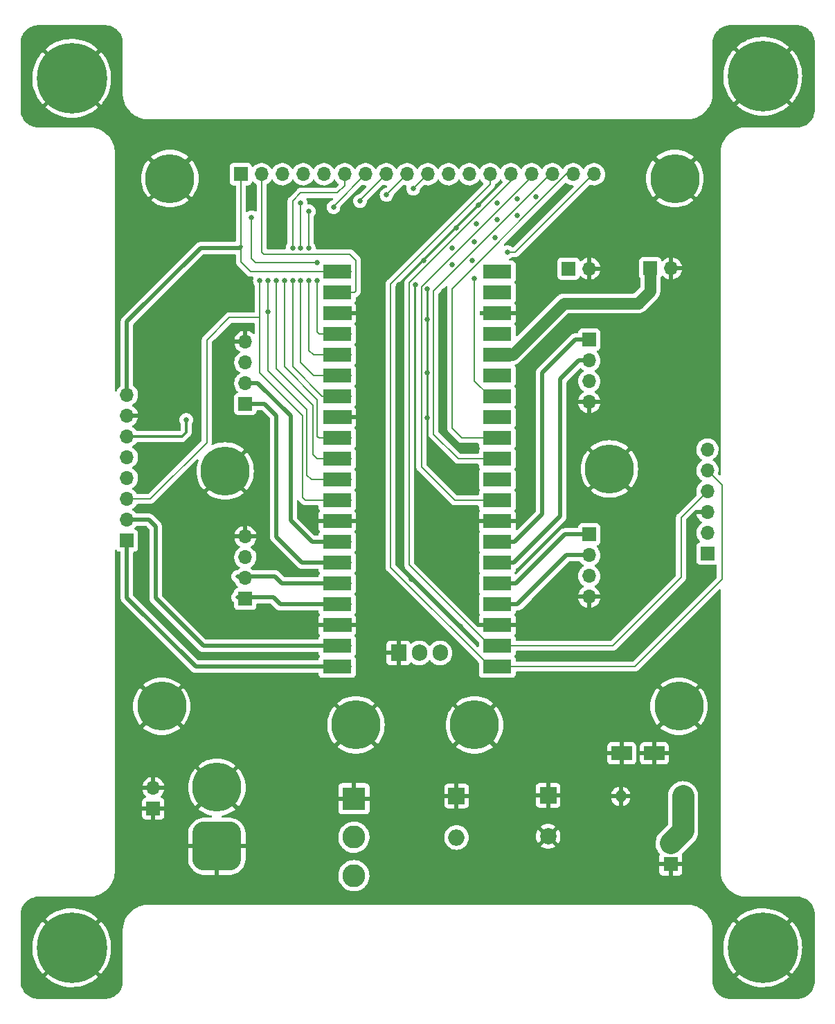
<source format=gbr>
%TF.GenerationSoftware,KiCad,Pcbnew,(6.0.9)*%
%TF.CreationDate,2022-12-13T13:02:29-05:00*%
%TF.ProjectId,Team5_Coaster_post_mdr,5465616d-355f-4436-9f61-737465725f70,rev?*%
%TF.SameCoordinates,Original*%
%TF.FileFunction,Copper,L1,Top*%
%TF.FilePolarity,Positive*%
%FSLAX46Y46*%
G04 Gerber Fmt 4.6, Leading zero omitted, Abs format (unit mm)*
G04 Created by KiCad (PCBNEW (6.0.9)) date 2022-12-13 13:02:29*
%MOMM*%
%LPD*%
G01*
G04 APERTURE LIST*
G04 Aperture macros list*
%AMRoundRect*
0 Rectangle with rounded corners*
0 $1 Rounding radius*
0 $2 $3 $4 $5 $6 $7 $8 $9 X,Y pos of 4 corners*
0 Add a 4 corners polygon primitive as box body*
4,1,4,$2,$3,$4,$5,$6,$7,$8,$9,$2,$3,0*
0 Add four circle primitives for the rounded corners*
1,1,$1+$1,$2,$3*
1,1,$1+$1,$4,$5*
1,1,$1+$1,$6,$7*
1,1,$1+$1,$8,$9*
0 Add four rect primitives between the rounded corners*
20,1,$1+$1,$2,$3,$4,$5,0*
20,1,$1+$1,$4,$5,$6,$7,0*
20,1,$1+$1,$6,$7,$8,$9,0*
20,1,$1+$1,$8,$9,$2,$3,0*%
G04 Aperture macros list end*
%TA.AperFunction,ComponentPad*%
%ADD10C,6.000000*%
%TD*%
%TA.AperFunction,ComponentPad*%
%ADD11R,1.700000X1.700000*%
%TD*%
%TA.AperFunction,ComponentPad*%
%ADD12O,1.700000X1.700000*%
%TD*%
%TA.AperFunction,ComponentPad*%
%ADD13R,2.794000X2.794000*%
%TD*%
%TA.AperFunction,ComponentPad*%
%ADD14C,2.794000*%
%TD*%
%TA.AperFunction,ComponentPad*%
%ADD15C,0.900000*%
%TD*%
%TA.AperFunction,ComponentPad*%
%ADD16C,8.600000*%
%TD*%
%TA.AperFunction,SMDPad,CuDef*%
%ADD17R,2.500000X1.700000*%
%TD*%
%TA.AperFunction,ComponentPad*%
%ADD18R,1.800000X1.800000*%
%TD*%
%TA.AperFunction,ComponentPad*%
%ADD19C,1.800000*%
%TD*%
%TA.AperFunction,ComponentPad*%
%ADD20R,2.000000X2.000000*%
%TD*%
%TA.AperFunction,ComponentPad*%
%ADD21O,2.000000X2.000000*%
%TD*%
%TA.AperFunction,ComponentPad*%
%ADD22C,2.000000*%
%TD*%
%TA.AperFunction,ComponentPad*%
%ADD23R,1.905000X2.000000*%
%TD*%
%TA.AperFunction,ComponentPad*%
%ADD24O,1.905000X2.000000*%
%TD*%
%TA.AperFunction,ComponentPad*%
%ADD25RoundRect,1.500000X1.500000X-1.500000X1.500000X1.500000X-1.500000X1.500000X-1.500000X-1.500000X0*%
%TD*%
%TA.AperFunction,ComponentPad*%
%ADD26C,1.400000*%
%TD*%
%TA.AperFunction,ComponentPad*%
%ADD27O,1.400000X1.400000*%
%TD*%
%TA.AperFunction,SMDPad,CuDef*%
%ADD28R,3.500000X1.700000*%
%TD*%
%TA.AperFunction,ViaPad*%
%ADD29C,0.650000*%
%TD*%
%TA.AperFunction,Conductor*%
%ADD30C,0.500000*%
%TD*%
%TA.AperFunction,Conductor*%
%ADD31C,2.700000*%
%TD*%
%TA.AperFunction,Conductor*%
%ADD32C,1.400000*%
%TD*%
%TA.AperFunction,Conductor*%
%ADD33C,0.200000*%
%TD*%
%TA.AperFunction,Conductor*%
%ADD34C,0.300000*%
%TD*%
G04 APERTURE END LIST*
D10*
%TO.P,J11,1,Pin_1*%
%TO.N,GND*%
X95500000Y-131750000D03*
%TD*%
D11*
%TO.P,RF1,1,IN1*%
%TO.N,RF1*%
X147775000Y-86950000D03*
D12*
%TO.P,RF1,2,IN2*%
%TO.N,RF2*%
X147775000Y-89490000D03*
%TO.P,RF1,3,VM*%
%TO.N,+10V*%
X147775000Y-92030000D03*
%TO.P,RF1,4,GND*%
%TO.N,GND*%
X147775000Y-94570000D03*
%TD*%
D10*
%TO.P,J15,1,Pin_1*%
%TO.N,GND*%
X158250000Y-67250000D03*
%TD*%
D13*
%TO.P,SW1,1,A*%
%TO.N,VCC*%
X119000000Y-143051000D03*
D14*
%TO.P,SW1,2,B*%
%TO.N,Net-(D1-Pad2)*%
X119000000Y-147750000D03*
%TO.P,SW1,3,C*%
%TO.N,unconnected-(SW1-Pad3)*%
X119000000Y-152449000D03*
%TD*%
D11*
%TO.P,J13,1,Pin_1*%
%TO.N,+3V3*%
X155250000Y-78225000D03*
D12*
%TO.P,J13,2,Pin_2*%
%TO.N,GND*%
X157790000Y-78225000D03*
%TD*%
D15*
%TO.P,H3,1,1*%
%TO.N,GND*%
X172225000Y-161250000D03*
D16*
X169000000Y-161250000D03*
D15*
X171280419Y-158969581D03*
X169000000Y-164475000D03*
X166719581Y-163530419D03*
X165775000Y-161250000D03*
X166719581Y-158969581D03*
X171280419Y-163530419D03*
X169000000Y-158025000D03*
%TD*%
D11*
%TO.P,J9,1,Pin_1*%
%TO.N,GPIO15*%
X91250000Y-111490000D03*
D12*
%TO.P,J9,2,Pin_2*%
%TO.N,CTS*%
X91250000Y-108950000D03*
%TO.P,J9,3,Pin_3*%
%TO.N,GPIO9*%
X91250000Y-106410000D03*
%TO.P,J9,4,Pin_4*%
%TO.N,GPIO8*%
X91250000Y-103870000D03*
%TO.P,J9,5,Pin_5*%
%TO.N,+3V3*%
X91250000Y-101330000D03*
%TO.P,J9,6,Pin_6*%
%TO.N,GPIO1*%
X91250000Y-98790000D03*
%TO.P,J9,7,Pin_7*%
%TO.N,GND*%
X91250000Y-96250000D03*
%TO.P,J9,8,Pin_8*%
%TO.N,DFU*%
X91250000Y-93710000D03*
%TD*%
D17*
%TO.P,Z1,A*%
%TO.N,GND*%
X155750000Y-137500000D03*
%TO.P,Z1,K*%
%TO.N,+10V*%
X151750000Y-137500000D03*
%TD*%
D18*
%TO.P,D3,1,K*%
%TO.N,GND*%
X157750000Y-151025000D03*
D19*
%TO.P,D3,2,A*%
%TO.N,Net-(D3-Pad2)*%
X157750000Y-148485000D03*
%TD*%
D20*
%TO.P,D1,1,K*%
%TO.N,+10V*%
X131555000Y-142695354D03*
D21*
%TO.P,D1,2,A*%
%TO.N,Net-(D1-Pad2)*%
X131555000Y-147775354D03*
%TD*%
D15*
%TO.P,H1,1,1*%
%TO.N,GND*%
X84500000Y-51775000D03*
X86780419Y-52719581D03*
D16*
X84500000Y-55000000D03*
D15*
X87725000Y-55000000D03*
X82219581Y-57280419D03*
X81275000Y-55000000D03*
X84500000Y-58225000D03*
X86780419Y-57280419D03*
X82219581Y-52719581D03*
%TD*%
D10*
%TO.P,J14,1,Pin_1*%
%TO.N,GND*%
X158750000Y-131750000D03*
%TD*%
%TO.P,J12,1,Pin_1*%
%TO.N,GND*%
X103250000Y-103000000D03*
%TD*%
D11*
%TO.P,J8,1,Pin_1*%
%TO.N,DFU*%
X105175000Y-66725000D03*
D12*
%TO.P,J8,2,Pin_2*%
%TO.N,GPIO1*%
X107715000Y-66725000D03*
%TO.P,J8,3,Pin_3*%
%TO.N,GPIO2*%
X110255000Y-66725000D03*
%TO.P,J8,4,Pin_4*%
%TO.N,GPIO3*%
X112795000Y-66725000D03*
%TO.P,J8,5,Pin_5*%
%TO.N,GPIO4*%
X115335000Y-66725000D03*
%TO.P,J8,6,Pin_6*%
%TO.N,GPIO5*%
X117875000Y-66725000D03*
%TO.P,J8,7,Pin_7*%
%TO.N,GPIO6*%
X120415000Y-66725000D03*
%TO.P,J8,8,Pin_8*%
%TO.N,GPIO7*%
X122955000Y-66725000D03*
%TO.P,J8,9,Pin_9*%
%TO.N,GPIO8*%
X125495000Y-66725000D03*
%TO.P,J8,10,Pin_10*%
%TO.N,GPIO9*%
X128035000Y-66725000D03*
%TO.P,J8,11,Pin_11*%
%TO.N,CTS*%
X130575000Y-66725000D03*
%TO.P,J8,12,Pin_12*%
%TO.N,GPIO15*%
X133115000Y-66725000D03*
%TO.P,J8,13,Pin_13*%
%TO.N,GPIO16*%
X135655000Y-66725000D03*
%TO.P,J8,14,Pin_14*%
%TO.N,GPIO17*%
X138195000Y-66725000D03*
%TO.P,J8,15,Pin_15*%
%TO.N,GPIO22*%
X140735000Y-66725000D03*
%TO.P,J8,16,Pin_16*%
%TO.N,GPIO26*%
X143275000Y-66725000D03*
%TO.P,J8,17,Pin_17*%
%TO.N,GPIO27*%
X145815000Y-66725000D03*
%TO.P,J8,18,Pin_18*%
%TO.N,GPIO28*%
X148355000Y-66725000D03*
%TD*%
D20*
%TO.P,C1,1*%
%TO.N,+10V*%
X142750000Y-142632323D03*
D22*
%TO.P,C1,2*%
%TO.N,GND*%
X142750000Y-147632323D03*
%TD*%
D10*
%TO.P,J5,1,Pin_1*%
%TO.N,GND*%
X96500000Y-67250000D03*
%TD*%
D23*
%TO.P,U2,1,GND*%
%TO.N,GND*%
X124460000Y-125222500D03*
D24*
%TO.P,U2,2,VI*%
%TO.N,VSYS*%
X127000000Y-125222500D03*
%TO.P,U2,3,VO*%
%TO.N,+10V*%
X129540000Y-125222500D03*
%TD*%
D11*
%TO.P,J2,1,Pin_1*%
%TO.N,unconnected-(J2-Pad1)*%
X162225000Y-113075000D03*
D12*
%TO.P,J2,2,Pin_2*%
%TO.N,+3V3*%
X162225000Y-110535000D03*
%TO.P,J2,3,Pin_3*%
%TO.N,GND*%
X162225000Y-107995000D03*
%TO.P,J2,4,Pin_4*%
%TO.N,GPIO17*%
X162225000Y-105455000D03*
%TO.P,J2,5,Pin_5*%
%TO.N,GPIO16*%
X162225000Y-102915000D03*
%TO.P,J2,6,Pin_6*%
%TO.N,unconnected-(J2-Pad6)*%
X162225000Y-100375000D03*
%TD*%
D11*
%TO.P,J4,1,Pin_1*%
%TO.N,VSYS*%
X145250000Y-78252500D03*
D12*
%TO.P,J4,2,Pin_2*%
%TO.N,GND*%
X147790000Y-78252500D03*
%TD*%
D16*
%TO.P,H2,1,1*%
%TO.N,GND*%
X169000000Y-54750000D03*
D15*
X172225000Y-54750000D03*
X166719581Y-57030419D03*
X169000000Y-51525000D03*
X171280419Y-52469581D03*
X165775000Y-54750000D03*
X169000000Y-57975000D03*
X166719581Y-52469581D03*
X171280419Y-57030419D03*
%TD*%
D25*
%TO.P,J1,1,Pin_1*%
%TO.N,GND*%
X102250000Y-148850000D03*
D10*
%TO.P,J1,2,Pin_2*%
%TO.N,VCC*%
X102250000Y-141650000D03*
%TD*%
D11*
%TO.P,J6,1,Pin_1*%
%TO.N,GND*%
X94475000Y-144250000D03*
D12*
%TO.P,J6,2,Pin_2*%
%TO.N,VCC*%
X94475000Y-141710000D03*
%TD*%
D26*
%TO.P,R1,1*%
%TO.N,Net-(D3-Pad2)*%
X159250000Y-142750000D03*
D27*
%TO.P,R1,2*%
%TO.N,+10V*%
X151630000Y-142750000D03*
%TD*%
D11*
%TO.P,LB1,1,IN1*%
%TO.N,LB1*%
X105725000Y-118620000D03*
D12*
%TO.P,LB1,2,IN2*%
%TO.N,LB2*%
X105725000Y-116080000D03*
%TO.P,LB1,3,VM*%
%TO.N,+10V*%
X105725000Y-113540000D03*
%TO.P,LB1,4,GND*%
%TO.N,GND*%
X105725000Y-111000000D03*
%TD*%
D15*
%TO.P,H4,1,1*%
%TO.N,GND*%
X82219581Y-163530419D03*
X86780419Y-158969581D03*
D16*
X84500000Y-161250000D03*
D15*
X82219581Y-158969581D03*
X87725000Y-161250000D03*
X86780419Y-163530419D03*
X84500000Y-158025000D03*
X81275000Y-161250000D03*
X84500000Y-164475000D03*
%TD*%
D11*
%TO.P,LF1,1,IN1*%
%TO.N,LF1*%
X105725000Y-94800000D03*
D12*
%TO.P,LF1,2,IN2*%
%TO.N,LF2*%
X105725000Y-92260000D03*
%TO.P,LF1,3,VM*%
%TO.N,+10V*%
X105725000Y-89720000D03*
%TO.P,LF1,4,GND*%
%TO.N,GND*%
X105725000Y-87180000D03*
%TD*%
D10*
%TO.P,J7,1,Pin_1*%
%TO.N,+10V*%
X119250000Y-134027500D03*
%TD*%
%TO.P,J3,1,Pin_1*%
%TO.N,+10V*%
X133750000Y-134027500D03*
%TD*%
%TO.P,J10,1,Pin_1*%
%TO.N,GND*%
X150250000Y-102750000D03*
%TD*%
D11*
%TO.P,RB1,1,IN1*%
%TO.N,RB1*%
X147775000Y-110750000D03*
D12*
%TO.P,RB1,2,IN2*%
%TO.N,RB2*%
X147775000Y-113290000D03*
%TO.P,RB1,3,VM*%
%TO.N,+10V*%
X147775000Y-115830000D03*
%TO.P,RB1,4,GND*%
%TO.N,GND*%
X147775000Y-118370000D03*
%TD*%
%TO.P,U1,1,GPIO0*%
%TO.N,DFU*%
X117860000Y-78647500D03*
D28*
X116960000Y-78647500D03*
D12*
%TO.P,U1,2,GPIO1*%
%TO.N,GPIO1*%
X117860000Y-81187500D03*
D28*
X116960000Y-81187500D03*
D11*
%TO.P,U1,3,GND*%
%TO.N,GND*%
X117860000Y-83727500D03*
D28*
X116960000Y-83727500D03*
%TO.P,U1,4,GPIO2*%
%TO.N,GPIO2*%
X116960000Y-86267500D03*
D12*
X117860000Y-86267500D03*
%TO.P,U1,5,GPIO3*%
%TO.N,GPIO3*%
X117860000Y-88807500D03*
D28*
X116960000Y-88807500D03*
%TO.P,U1,6,GPIO4*%
%TO.N,GPIO4*%
X116960000Y-91347500D03*
D12*
X117860000Y-91347500D03*
D28*
%TO.P,U1,7,GPIO5*%
%TO.N,GPIO5*%
X116960000Y-93887500D03*
D12*
X117860000Y-93887500D03*
D28*
%TO.P,U1,8,GND*%
%TO.N,GND*%
X116960000Y-96427500D03*
D11*
X117860000Y-96427500D03*
D28*
%TO.P,U1,9,GPIO6*%
%TO.N,GPIO6*%
X116960000Y-98967500D03*
D12*
X117860000Y-98967500D03*
D28*
%TO.P,U1,10,GPIO7*%
%TO.N,GPIO7*%
X116960000Y-101507500D03*
D12*
X117860000Y-101507500D03*
D28*
%TO.P,U1,11,GPIO8*%
%TO.N,GPIO8*%
X116960000Y-104047500D03*
D12*
X117860000Y-104047500D03*
D28*
%TO.P,U1,12,GPIO9*%
%TO.N,GPIO9*%
X116960000Y-106587500D03*
D12*
X117860000Y-106587500D03*
D28*
%TO.P,U1,13,GND*%
%TO.N,GND*%
X116960000Y-109127500D03*
D11*
X117860000Y-109127500D03*
D28*
%TO.P,U1,14,GPIO10*%
%TO.N,LF2*%
X116960000Y-111667500D03*
D12*
X117860000Y-111667500D03*
%TO.P,U1,15,GPIO11*%
%TO.N,LF1*%
X117860000Y-114207500D03*
D28*
X116960000Y-114207500D03*
D12*
%TO.P,U1,16,GPIO12*%
%TO.N,LB2*%
X117860000Y-116747500D03*
D28*
X116960000Y-116747500D03*
D12*
%TO.P,U1,17,GPIO13*%
%TO.N,LB1*%
X117860000Y-119287500D03*
D28*
X116960000Y-119287500D03*
%TO.P,U1,18,GND*%
%TO.N,GND*%
X116960000Y-121827500D03*
D11*
X117860000Y-121827500D03*
D12*
%TO.P,U1,19,GPIO14*%
%TO.N,CTS*%
X117860000Y-124367500D03*
D28*
X116960000Y-124367500D03*
D12*
%TO.P,U1,20,GPIO15*%
%TO.N,GPIO15*%
X117860000Y-126907500D03*
D28*
X116960000Y-126907500D03*
D12*
%TO.P,U1,21,GPIO16*%
%TO.N,GPIO16*%
X135640000Y-126907500D03*
D28*
X136540000Y-126907500D03*
%TO.P,U1,22,GPIO17*%
%TO.N,GPIO17*%
X136540000Y-124367500D03*
D12*
X135640000Y-124367500D03*
D28*
%TO.P,U1,23,GND*%
%TO.N,GND*%
X136540000Y-121827500D03*
D11*
X135640000Y-121827500D03*
D28*
%TO.P,U1,24,GPIO18*%
%TO.N,RB2*%
X136540000Y-119287500D03*
D12*
X135640000Y-119287500D03*
%TO.P,U1,25,GPIO19*%
%TO.N,RB1*%
X135640000Y-116747500D03*
D28*
X136540000Y-116747500D03*
D12*
%TO.P,U1,26,GPIO20*%
%TO.N,RF2*%
X135640000Y-114207500D03*
D28*
X136540000Y-114207500D03*
D12*
%TO.P,U1,27,GPIO21*%
%TO.N,RF1*%
X135640000Y-111667500D03*
D28*
X136540000Y-111667500D03*
%TO.P,U1,28,GND*%
%TO.N,GND*%
X136540000Y-109127500D03*
D11*
X135640000Y-109127500D03*
D28*
%TO.P,U1,29,GPIO22*%
%TO.N,GPIO22*%
X136540000Y-106587500D03*
D12*
X135640000Y-106587500D03*
%TO.P,U1,30,RUN*%
%TO.N,unconnected-(U1-Pad30)*%
X135640000Y-104047500D03*
D28*
X136540000Y-104047500D03*
D12*
%TO.P,U1,31,GPIO26_ADC0*%
%TO.N,GPIO26*%
X135640000Y-101507500D03*
D28*
X136540000Y-101507500D03*
%TO.P,U1,32,GPIO27_ADC1*%
%TO.N,GPIO27*%
X136540000Y-98967500D03*
D12*
X135640000Y-98967500D03*
D11*
%TO.P,U1,33,AGND*%
%TO.N,unconnected-(U1-Pad33)*%
X135640000Y-96427500D03*
D28*
X136540000Y-96427500D03*
D12*
%TO.P,U1,34,GPIO28_ADC2*%
%TO.N,GPIO28*%
X135640000Y-93887500D03*
D28*
X136540000Y-93887500D03*
D12*
%TO.P,U1,35,ADC_VREF*%
%TO.N,unconnected-(U1-Pad35)*%
X135640000Y-91347500D03*
D28*
X136540000Y-91347500D03*
%TO.P,U1,36,3V3*%
%TO.N,+3V3*%
X136540000Y-88807500D03*
D12*
X135640000Y-88807500D03*
D28*
%TO.P,U1,37,3V3_EN*%
%TO.N,unconnected-(U1-Pad37)*%
X136540000Y-86267500D03*
D12*
X135640000Y-86267500D03*
D11*
%TO.P,U1,38,GND*%
%TO.N,GND*%
X135640000Y-83727500D03*
D28*
X136540000Y-83727500D03*
%TO.P,U1,39,VSYS*%
%TO.N,VSYS*%
X136540000Y-81187500D03*
D12*
X135640000Y-81187500D03*
D28*
%TO.P,U1,40,VBUS*%
%TO.N,unconnected-(U1-Pad40)*%
X136540000Y-78647500D03*
D12*
X135640000Y-78647500D03*
%TD*%
D29*
%TO.N,GND*%
X121250000Y-83750000D03*
X94000000Y-75750000D03*
X110500000Y-70250000D03*
X130250000Y-112000000D03*
X134250000Y-70500000D03*
X152750000Y-115500000D03*
X124750000Y-102750000D03*
X128750000Y-101000000D03*
X130250000Y-109750000D03*
X129750000Y-93500000D03*
X130250000Y-98500000D03*
X144000000Y-69500000D03*
X93000000Y-114250000D03*
X136500000Y-70250000D03*
X130000000Y-87750000D03*
X124500000Y-112500000D03*
X121250000Y-105750000D03*
X121250000Y-89000000D03*
X94500000Y-120250000D03*
X139000000Y-69750000D03*
X93750000Y-103000000D03*
X108750000Y-72000000D03*
X141500000Y-71750000D03*
X131500000Y-73250000D03*
X141250000Y-69500000D03*
X131250000Y-69250000D03*
X121250000Y-109750000D03*
X124500000Y-91750000D03*
X97750000Y-100250000D03*
X99250000Y-114500000D03*
X127750000Y-112000000D03*
X133250000Y-119750000D03*
X121250000Y-104000000D03*
X92250000Y-76250000D03*
X159000000Y-92250000D03*
X91500000Y-73500000D03*
X131000000Y-75750000D03*
X91500000Y-75750000D03*
X124500000Y-108000000D03*
X121250000Y-118000000D03*
X94000000Y-73500000D03*
X130500000Y-103000000D03*
X98500000Y-114000000D03*
X124500000Y-96500000D03*
X160000000Y-92250000D03*
X124500000Y-80250000D03*
X128000000Y-96500000D03*
X131000000Y-77750000D03*
X101000000Y-114000000D03*
X121250000Y-121500000D03*
X126500000Y-80250000D03*
X130000000Y-81000000D03*
X128000000Y-80750000D03*
X158250000Y-91750000D03*
X97500000Y-123000000D03*
X124500000Y-87250000D03*
X136250000Y-74500000D03*
X120250000Y-123000000D03*
X128000000Y-84500000D03*
X158250000Y-89500000D03*
X133500000Y-77250000D03*
X93250000Y-76250000D03*
X127750000Y-72500000D03*
X98500000Y-111750000D03*
X136500000Y-72250000D03*
X124500000Y-72750000D03*
X160750000Y-89500000D03*
X121250000Y-99500000D03*
X124500000Y-83250000D03*
X129500000Y-112500000D03*
X121250000Y-113750000D03*
X128000000Y-91000000D03*
X127750000Y-109750000D03*
X160750000Y-91750000D03*
X129500000Y-70750000D03*
X104500000Y-125500000D03*
X152000000Y-112750000D03*
X134000000Y-72750000D03*
X126000000Y-116250000D03*
X154500000Y-112750000D03*
X101000000Y-111750000D03*
X121750000Y-73500000D03*
X127500000Y-77250000D03*
X154500000Y-115000000D03*
X100250000Y-114500000D03*
X132000000Y-122000000D03*
X152000000Y-115000000D03*
X139000000Y-71750000D03*
X128500000Y-112500000D03*
X133750000Y-75000000D03*
X139000000Y-74250000D03*
X121250000Y-76250000D03*
X121250000Y-94250000D03*
X100500000Y-125500000D03*
X121250000Y-79750000D03*
X153750000Y-115500000D03*
X93250000Y-117000000D03*
X106250000Y-69500000D03*
%TO.N,GPIO1*%
X98500000Y-96750000D03*
%TO.N,GPIO2*%
X106500000Y-72000000D03*
X114500000Y-77500000D03*
X114500000Y-79750000D03*
%TO.N,GPIO3*%
X113500000Y-71250000D03*
X113500000Y-75750000D03*
X113500000Y-79750000D03*
%TO.N,GPIO4*%
X112500000Y-79750000D03*
X112500000Y-70250000D03*
X112500000Y-75750000D03*
%TO.N,GPIO5*%
X111500000Y-75750000D03*
X111500000Y-79750000D03*
%TO.N,GPIO6*%
X110500000Y-79750000D03*
X116500000Y-70750000D03*
%TO.N,GPIO7*%
X119750000Y-70000000D03*
X109500000Y-79750000D03*
%TO.N,GPIO8*%
X108500000Y-79750000D03*
X123000000Y-69250000D03*
X108500000Y-83500000D03*
%TO.N,GPIO9*%
X107500000Y-79750000D03*
X126250000Y-68500000D03*
%TO.N,GPIO28*%
X137750000Y-76250000D03*
X133750000Y-79500000D03*
%TD*%
D30*
%TO.N,LF1*%
X109500000Y-96250000D02*
X108050000Y-94800000D01*
X108050000Y-94800000D02*
X105725000Y-94800000D01*
X112680000Y-114207500D02*
X109500000Y-111027500D01*
X117860000Y-114207500D02*
X112680000Y-114207500D01*
X109500000Y-111027500D02*
X109500000Y-96250000D01*
%TO.N,LF2*%
X111250000Y-96250000D02*
X107260000Y-92260000D01*
X113890000Y-111667500D02*
X111250000Y-109027500D01*
X107260000Y-92260000D02*
X105725000Y-92260000D01*
X117860000Y-111667500D02*
X113890000Y-111667500D01*
X111250000Y-109027500D02*
X111250000Y-96250000D01*
%TO.N,RB1*%
X144777500Y-110750000D02*
X147775000Y-110750000D01*
X138780000Y-116747500D02*
X144777500Y-110750000D01*
X135640000Y-116747500D02*
X138780000Y-116747500D01*
%TO.N,RB2*%
X135640000Y-119287500D02*
X138990000Y-119287500D01*
X138990000Y-119287500D02*
X144987500Y-113290000D01*
X144987500Y-113290000D02*
X147775000Y-113290000D01*
%TO.N,LB1*%
X104750000Y-118412500D02*
X109135000Y-118412500D01*
X110010000Y-119287500D02*
X117860000Y-119287500D01*
X109135000Y-118412500D02*
X110010000Y-119287500D01*
%TO.N,LB2*%
X110220000Y-116747500D02*
X117860000Y-116747500D01*
X104750000Y-115872500D02*
X109345000Y-115872500D01*
X109345000Y-115872500D02*
X110220000Y-116747500D01*
%TO.N,RF1*%
X146050000Y-86950000D02*
X142000000Y-91000000D01*
X142000000Y-108277500D02*
X138610000Y-111667500D01*
X147775000Y-86950000D02*
X146050000Y-86950000D01*
X138610000Y-111667500D02*
X135640000Y-111667500D01*
X142000000Y-91000000D02*
X142000000Y-108277500D01*
%TO.N,RF2*%
X147775000Y-89490000D02*
X146525000Y-89490000D01*
X138570000Y-114207500D02*
X135640000Y-114207500D01*
X146525000Y-89490000D02*
X144250000Y-91765000D01*
X144250000Y-108527500D02*
X138570000Y-114207500D01*
X144250000Y-91765000D02*
X144250000Y-108527500D01*
D31*
%TO.N,Net-(D3-Pad2)*%
X159250000Y-146985000D02*
X157750000Y-148485000D01*
X159250000Y-142750000D02*
X159250000Y-146985000D01*
D32*
%TO.N,+3V3*%
X155250000Y-81000000D02*
X155250000Y-78225000D01*
X144707500Y-82500000D02*
X153750000Y-82500000D01*
X135640000Y-88807500D02*
X138400000Y-88807500D01*
X153750000Y-82500000D02*
X155250000Y-81000000D01*
X138400000Y-88807500D02*
X144707500Y-82500000D01*
D33*
%TO.N,GPIO16*%
X135640000Y-126907500D02*
X153342500Y-126907500D01*
X164000000Y-116250000D02*
X164000000Y-104690000D01*
X135640000Y-126907500D02*
X123500000Y-114767500D01*
X135655000Y-67970000D02*
X135655000Y-66725000D01*
X123500000Y-114767500D02*
X123500000Y-80125000D01*
X164000000Y-104690000D02*
X162225000Y-102915000D01*
X153342500Y-126907500D02*
X164000000Y-116250000D01*
X123500000Y-80125000D02*
X135655000Y-67970000D01*
%TO.N,GPIO17*%
X159000000Y-116000000D02*
X159000000Y-108680000D01*
X159000000Y-108680000D02*
X162225000Y-105455000D01*
X135640000Y-124367500D02*
X150632500Y-124367500D01*
X125750000Y-80000000D02*
X138195000Y-67555000D01*
X138195000Y-67555000D02*
X138195000Y-66725000D01*
X125750000Y-114477500D02*
X125750000Y-80000000D01*
X135640000Y-124367500D02*
X125750000Y-114477500D01*
X150632500Y-124367500D02*
X159000000Y-116000000D01*
%TO.N,GPIO1*%
X119250000Y-81000000D02*
X119250000Y-77250000D01*
X118500000Y-76500000D02*
X108000000Y-76500000D01*
X107715000Y-76215000D02*
X107715000Y-66725000D01*
X117860000Y-81187500D02*
X119062500Y-81187500D01*
X108000000Y-76500000D02*
X107715000Y-76215000D01*
D34*
X98500000Y-96750000D02*
X98500000Y-98250000D01*
X98500000Y-98250000D02*
X97960000Y-98790000D01*
X97960000Y-98790000D02*
X91250000Y-98790000D01*
D33*
X119250000Y-77250000D02*
X118500000Y-76500000D01*
X119062500Y-81187500D02*
X119250000Y-81000000D01*
%TO.N,GPIO2*%
X107000000Y-77500000D02*
X106500000Y-77000000D01*
X114500000Y-86000000D02*
X114500000Y-79750000D01*
X116282500Y-86250000D02*
X114750000Y-86250000D01*
X117860000Y-86267500D02*
X116300000Y-86267500D01*
X114750000Y-86250000D02*
X114500000Y-86000000D01*
X116300000Y-86267500D02*
X116282500Y-86250000D01*
X106500000Y-77000000D02*
X106500000Y-72000000D01*
X114500000Y-77500000D02*
X107000000Y-77500000D01*
%TO.N,GPIO3*%
X117860000Y-88807500D02*
X114057500Y-88807500D01*
X113500000Y-88250000D02*
X113500000Y-79750000D01*
X113500000Y-75750000D02*
X113500000Y-71250000D01*
X113500000Y-88250000D02*
X114057500Y-88807500D01*
%TO.N,GPIO4*%
X112500000Y-89750000D02*
X114097500Y-91347500D01*
X112500000Y-75750000D02*
X112500000Y-70250000D01*
X117860000Y-91347500D02*
X114097500Y-91347500D01*
X112500000Y-89750000D02*
X112500000Y-79750000D01*
%TO.N,GPIO5*%
X117875000Y-68125000D02*
X117875000Y-66725000D01*
X111500000Y-75750000D02*
X111500000Y-70000000D01*
X117000000Y-69000000D02*
X117875000Y-68125000D01*
X115137500Y-93887500D02*
X111500000Y-90250000D01*
X112500000Y-69000000D02*
X117000000Y-69000000D01*
X111500000Y-70000000D02*
X112500000Y-69000000D01*
X117860000Y-93887500D02*
X115137500Y-93887500D01*
X111500000Y-90250000D02*
X111500000Y-79750000D01*
%TO.N,GPIO6*%
X114500000Y-94250000D02*
X110500000Y-90250000D01*
X117860000Y-98967500D02*
X114717500Y-98967500D01*
X114717500Y-98967500D02*
X114500000Y-98750000D01*
X120415000Y-66725000D02*
X116500000Y-70640000D01*
X110500000Y-90250000D02*
X110500000Y-79750000D01*
X116500000Y-70640000D02*
X116500000Y-70750000D01*
X114500000Y-98750000D02*
X114500000Y-94250000D01*
%TO.N,GPIO7*%
X114500000Y-101500000D02*
X114000000Y-101000000D01*
X114000000Y-101000000D02*
X114000000Y-95000000D01*
X117860000Y-101507500D02*
X117852500Y-101500000D01*
X119750000Y-70000000D02*
X119750000Y-69930000D01*
X119750000Y-69930000D02*
X122955000Y-66725000D01*
X114000000Y-95000000D02*
X109500000Y-90500000D01*
X109500000Y-90500000D02*
X109500000Y-79750000D01*
X117852500Y-101500000D02*
X114500000Y-101500000D01*
%TO.N,GPIO8*%
X113250000Y-103500000D02*
X113797500Y-104047500D01*
X108500000Y-83500000D02*
X108500000Y-79750000D01*
X113797500Y-104047500D02*
X117860000Y-104047500D01*
X113250000Y-95500000D02*
X113250000Y-103500000D01*
X108500000Y-90750000D02*
X113250000Y-95500000D01*
X123000000Y-69250000D02*
X123000000Y-69220000D01*
X123000000Y-69220000D02*
X125495000Y-66725000D01*
X108500000Y-83500000D02*
X108500000Y-90750000D01*
%TO.N,GPIO9*%
X107500000Y-84250000D02*
X103750000Y-84250000D01*
X107500000Y-84250000D02*
X107500000Y-91000000D01*
X113087500Y-106587500D02*
X117860000Y-106587500D01*
X112750000Y-106250000D02*
X113087500Y-106587500D01*
X94090000Y-106410000D02*
X91250000Y-106410000D01*
X112750000Y-96250000D02*
X112750000Y-106250000D01*
X101000000Y-99500000D02*
X94090000Y-106410000D01*
X107500000Y-91000000D02*
X112750000Y-96250000D01*
X101000000Y-87000000D02*
X101000000Y-99500000D01*
X103750000Y-84250000D02*
X101000000Y-87000000D01*
X126260000Y-68500000D02*
X128035000Y-66725000D01*
X107500000Y-84250000D02*
X107500000Y-79750000D01*
D30*
%TO.N,GPIO15*%
X91250000Y-118500000D02*
X91250000Y-111490000D01*
X117860000Y-126907500D02*
X99657500Y-126907500D01*
X99657500Y-126907500D02*
X91250000Y-118500000D01*
D33*
%TO.N,GPIO22*%
X127250000Y-102500000D02*
X127250000Y-80500000D01*
X131337500Y-106587500D02*
X127250000Y-102500000D01*
X135640000Y-106587500D02*
X131337500Y-106587500D01*
X140735000Y-67015000D02*
X140735000Y-66725000D01*
X127250000Y-80500000D02*
X140735000Y-67015000D01*
%TO.N,GPIO26*%
X143025000Y-66725000D02*
X143275000Y-66725000D01*
X131757500Y-101507500D02*
X128750000Y-98500000D01*
X128750000Y-98500000D02*
X128750000Y-81000000D01*
X128750000Y-81000000D02*
X143025000Y-66725000D01*
X135640000Y-101507500D02*
X131757500Y-101507500D01*
%TO.N,GPIO27*%
X131000000Y-80750000D02*
X145025000Y-66725000D01*
X131000000Y-97750000D02*
X131000000Y-80750000D01*
X145025000Y-66725000D02*
X145815000Y-66725000D01*
X135640000Y-98967500D02*
X132217500Y-98967500D01*
X132217500Y-98967500D02*
X131000000Y-97750000D01*
%TO.N,GPIO28*%
X135640000Y-93887500D02*
X133750000Y-91997500D01*
X137750000Y-76250000D02*
X138750000Y-76250000D01*
X133750000Y-91997500D02*
X133750000Y-79500000D01*
X148275000Y-66725000D02*
X148355000Y-66725000D01*
X138750000Y-76250000D02*
X148275000Y-66725000D01*
D30*
%TO.N,CTS*%
X94750000Y-118500000D02*
X94750000Y-109750000D01*
X100617500Y-124367500D02*
X94750000Y-118500000D01*
X93950000Y-108950000D02*
X91250000Y-108950000D01*
X117860000Y-124367500D02*
X100617500Y-124367500D01*
X94750000Y-109750000D02*
X93950000Y-108950000D01*
%TO.N,DFU*%
X105000000Y-75750000D02*
X100250000Y-75750000D01*
X105175000Y-75575000D02*
X105000000Y-75750000D01*
D33*
X117860000Y-78647500D02*
X106397500Y-78647500D01*
X105175000Y-77425000D02*
X105175000Y-75575000D01*
D30*
X91250000Y-84750000D02*
X91250000Y-93710000D01*
X100250000Y-75750000D02*
X91250000Y-84750000D01*
D33*
X106397500Y-78647500D02*
X105175000Y-77425000D01*
X105175000Y-75575000D02*
X105175000Y-66725000D01*
%TD*%
%TA.AperFunction,Conductor*%
%TO.N,+10V*%
G36*
X153692121Y-128770002D02*
G01*
X153738614Y-128823658D01*
X153750000Y-128876000D01*
X153750000Y-136515610D01*
X153729998Y-136583731D01*
X153676342Y-136630224D01*
X153606068Y-136640328D01*
X153541488Y-136610834D01*
X153501417Y-136544753D01*
X153498480Y-136532398D01*
X153453324Y-136411946D01*
X153444786Y-136396351D01*
X153368285Y-136294276D01*
X153355724Y-136281715D01*
X153253649Y-136205214D01*
X153238054Y-136196676D01*
X153117606Y-136151522D01*
X153102351Y-136147895D01*
X153051486Y-136142369D01*
X153044672Y-136142000D01*
X152022115Y-136142000D01*
X152006876Y-136146475D01*
X152005671Y-136147865D01*
X152004000Y-136155548D01*
X152004000Y-138839884D01*
X152008475Y-138855123D01*
X152009865Y-138856328D01*
X152017548Y-138857999D01*
X153044669Y-138857999D01*
X153051490Y-138857629D01*
X153102352Y-138852105D01*
X153117604Y-138848479D01*
X153238054Y-138803324D01*
X153253649Y-138794786D01*
X153355724Y-138718285D01*
X153368285Y-138705724D01*
X153444786Y-138603649D01*
X153453324Y-138588054D01*
X153498478Y-138467606D01*
X153501417Y-138455246D01*
X153536634Y-138393600D01*
X153599589Y-138360779D01*
X153670295Y-138367205D01*
X153726302Y-138410837D01*
X153750000Y-138484392D01*
X153750000Y-152874000D01*
X153729998Y-152942121D01*
X153676342Y-152988614D01*
X153624000Y-153000000D01*
X125876000Y-153000000D01*
X125807879Y-152979998D01*
X125761386Y-152926342D01*
X125750000Y-152874000D01*
X125750000Y-147775354D01*
X130041835Y-147775354D01*
X130060465Y-148012065D01*
X130115895Y-148242948D01*
X130206760Y-148462317D01*
X130209346Y-148466537D01*
X130328241Y-148660556D01*
X130328245Y-148660562D01*
X130330824Y-148664770D01*
X130485031Y-148845323D01*
X130665584Y-148999530D01*
X130669792Y-149002109D01*
X130669798Y-149002113D01*
X130782910Y-149071428D01*
X130868037Y-149123594D01*
X130872607Y-149125487D01*
X130872611Y-149125489D01*
X131082833Y-149212565D01*
X131087406Y-149214459D01*
X131167609Y-149233714D01*
X131313476Y-149268734D01*
X131313482Y-149268735D01*
X131318289Y-149269889D01*
X131555000Y-149288519D01*
X131791711Y-149269889D01*
X131796518Y-149268735D01*
X131796524Y-149268734D01*
X131942391Y-149233714D01*
X132022594Y-149214459D01*
X132027167Y-149212565D01*
X132237389Y-149125489D01*
X132237393Y-149125487D01*
X132241963Y-149123594D01*
X132327090Y-149071428D01*
X132440202Y-149002113D01*
X132440208Y-149002109D01*
X132444416Y-148999530D01*
X132624969Y-148845323D01*
X132779176Y-148664770D01*
X132781755Y-148660562D01*
X132781759Y-148660556D01*
X132900654Y-148466537D01*
X132903240Y-148462317D01*
X132994105Y-148242948D01*
X133049535Y-148012065D01*
X133068165Y-147775354D01*
X133056908Y-147632323D01*
X141236835Y-147632323D01*
X141255465Y-147869034D01*
X141310895Y-148099917D01*
X141312788Y-148104488D01*
X141312789Y-148104490D01*
X141368147Y-148238136D01*
X141401760Y-148319286D01*
X141404346Y-148323506D01*
X141523241Y-148517525D01*
X141523245Y-148517531D01*
X141525824Y-148521739D01*
X141680031Y-148702292D01*
X141860584Y-148856499D01*
X141864792Y-148859078D01*
X141864798Y-148859082D01*
X142058817Y-148977977D01*
X142063037Y-148980563D01*
X142067607Y-148982456D01*
X142067611Y-148982458D01*
X142277833Y-149069534D01*
X142282406Y-149071428D01*
X142362609Y-149090683D01*
X142508476Y-149125703D01*
X142508482Y-149125704D01*
X142513289Y-149126858D01*
X142750000Y-149145488D01*
X142986711Y-149126858D01*
X142991518Y-149125704D01*
X142991524Y-149125703D01*
X143137391Y-149090683D01*
X143217594Y-149071428D01*
X143222167Y-149069534D01*
X143432389Y-148982458D01*
X143432393Y-148982456D01*
X143436963Y-148980563D01*
X143441183Y-148977977D01*
X143635202Y-148859082D01*
X143635208Y-148859078D01*
X143639416Y-148856499D01*
X143819969Y-148702292D01*
X143974176Y-148521739D01*
X143976755Y-148517531D01*
X143976759Y-148517525D01*
X144095654Y-148323506D01*
X144098240Y-148319286D01*
X144131854Y-148238136D01*
X144187211Y-148104490D01*
X144187212Y-148104488D01*
X144189105Y-148099917D01*
X144244535Y-147869034D01*
X144263165Y-147632323D01*
X144244535Y-147395612D01*
X144189105Y-147164729D01*
X144098240Y-146945360D01*
X144068655Y-146897082D01*
X143976759Y-146747121D01*
X143976755Y-146747115D01*
X143974176Y-146742907D01*
X143819969Y-146562354D01*
X143639416Y-146408147D01*
X143635208Y-146405568D01*
X143635202Y-146405564D01*
X143441183Y-146286669D01*
X143436963Y-146284083D01*
X143432393Y-146282190D01*
X143432389Y-146282188D01*
X143222167Y-146195112D01*
X143222165Y-146195111D01*
X143217594Y-146193218D01*
X143137391Y-146173963D01*
X142991524Y-146138943D01*
X142991518Y-146138942D01*
X142986711Y-146137788D01*
X142750000Y-146119158D01*
X142513289Y-146137788D01*
X142508482Y-146138942D01*
X142508476Y-146138943D01*
X142362609Y-146173963D01*
X142282406Y-146193218D01*
X142277835Y-146195111D01*
X142277833Y-146195112D01*
X142067611Y-146282188D01*
X142067607Y-146282190D01*
X142063037Y-146284083D01*
X142058817Y-146286669D01*
X141864798Y-146405564D01*
X141864792Y-146405568D01*
X141860584Y-146408147D01*
X141680031Y-146562354D01*
X141525824Y-146742907D01*
X141523245Y-146747115D01*
X141523241Y-146747121D01*
X141431345Y-146897082D01*
X141401760Y-146945360D01*
X141310895Y-147164729D01*
X141255465Y-147395612D01*
X141236835Y-147632323D01*
X133056908Y-147632323D01*
X133049535Y-147538643D01*
X132994105Y-147307760D01*
X132992211Y-147303187D01*
X132905135Y-147092965D01*
X132905133Y-147092961D01*
X132903240Y-147088391D01*
X132818393Y-146949934D01*
X132781759Y-146890152D01*
X132781755Y-146890146D01*
X132779176Y-146885938D01*
X132624969Y-146705385D01*
X132444416Y-146551178D01*
X132440208Y-146548599D01*
X132440202Y-146548595D01*
X132246183Y-146429700D01*
X132241963Y-146427114D01*
X132237393Y-146425221D01*
X132237389Y-146425219D01*
X132027167Y-146338143D01*
X132027165Y-146338142D01*
X132022594Y-146336249D01*
X131942391Y-146316994D01*
X131796524Y-146281974D01*
X131796518Y-146281973D01*
X131791711Y-146280819D01*
X131555000Y-146262189D01*
X131318289Y-146280819D01*
X131313482Y-146281973D01*
X131313476Y-146281974D01*
X131167609Y-146316994D01*
X131087406Y-146336249D01*
X131082835Y-146338142D01*
X131082833Y-146338143D01*
X130872611Y-146425219D01*
X130872607Y-146425221D01*
X130868037Y-146427114D01*
X130863817Y-146429700D01*
X130669798Y-146548595D01*
X130669792Y-146548599D01*
X130665584Y-146551178D01*
X130485031Y-146705385D01*
X130330824Y-146885938D01*
X130328245Y-146890146D01*
X130328241Y-146890152D01*
X130291607Y-146949934D01*
X130206760Y-147088391D01*
X130204867Y-147092961D01*
X130204865Y-147092965D01*
X130117789Y-147303187D01*
X130115895Y-147307760D01*
X130060465Y-147538643D01*
X130041835Y-147775354D01*
X125750000Y-147775354D01*
X125750000Y-143740023D01*
X130047001Y-143740023D01*
X130047371Y-143746844D01*
X130052895Y-143797706D01*
X130056521Y-143812958D01*
X130101676Y-143933408D01*
X130110214Y-143949003D01*
X130186715Y-144051078D01*
X130199276Y-144063639D01*
X130301351Y-144140140D01*
X130316946Y-144148678D01*
X130437394Y-144193832D01*
X130452649Y-144197459D01*
X130503514Y-144202985D01*
X130510328Y-144203354D01*
X131282885Y-144203354D01*
X131298124Y-144198879D01*
X131299329Y-144197489D01*
X131301000Y-144189806D01*
X131301000Y-144185238D01*
X131809000Y-144185238D01*
X131813475Y-144200477D01*
X131814865Y-144201682D01*
X131822548Y-144203353D01*
X132599669Y-144203353D01*
X132606490Y-144202983D01*
X132657352Y-144197459D01*
X132672604Y-144193833D01*
X132793054Y-144148678D01*
X132808649Y-144140140D01*
X132910724Y-144063639D01*
X132923285Y-144051078D01*
X132999786Y-143949003D01*
X133008324Y-143933408D01*
X133053478Y-143812960D01*
X133057105Y-143797705D01*
X133062631Y-143746840D01*
X133063000Y-143740026D01*
X133063000Y-143676992D01*
X141242001Y-143676992D01*
X141242371Y-143683813D01*
X141247895Y-143734675D01*
X141251521Y-143749927D01*
X141296676Y-143870377D01*
X141305214Y-143885972D01*
X141381715Y-143988047D01*
X141394276Y-144000608D01*
X141496351Y-144077109D01*
X141511946Y-144085647D01*
X141632394Y-144130801D01*
X141647649Y-144134428D01*
X141698514Y-144139954D01*
X141705328Y-144140323D01*
X142477885Y-144140323D01*
X142493124Y-144135848D01*
X142494329Y-144134458D01*
X142496000Y-144126775D01*
X142496000Y-144122207D01*
X143004000Y-144122207D01*
X143008475Y-144137446D01*
X143009865Y-144138651D01*
X143017548Y-144140322D01*
X143794669Y-144140322D01*
X143801490Y-144139952D01*
X143852352Y-144134428D01*
X143867604Y-144130802D01*
X143988054Y-144085647D01*
X144003649Y-144077109D01*
X144105724Y-144000608D01*
X144118285Y-143988047D01*
X144194786Y-143885972D01*
X144203324Y-143870377D01*
X144248478Y-143749929D01*
X144252105Y-143734674D01*
X144257631Y-143683809D01*
X144258000Y-143676995D01*
X144258000Y-143016522D01*
X150450801Y-143016522D01*
X150489092Y-143159423D01*
X150492842Y-143169727D01*
X150577521Y-143351323D01*
X150582998Y-143360811D01*
X150697925Y-143524942D01*
X150704981Y-143533350D01*
X150846650Y-143675019D01*
X150855058Y-143682075D01*
X151019189Y-143797002D01*
X151028677Y-143802479D01*
X151210273Y-143887158D01*
X151220577Y-143890908D01*
X151358503Y-143927866D01*
X151372599Y-143927530D01*
X151376000Y-143919588D01*
X151376000Y-143914439D01*
X151884000Y-143914439D01*
X151887973Y-143927970D01*
X151896522Y-143929199D01*
X152039423Y-143890908D01*
X152049727Y-143887158D01*
X152231323Y-143802479D01*
X152240811Y-143797002D01*
X152404942Y-143682075D01*
X152413350Y-143675019D01*
X152555019Y-143533350D01*
X152562075Y-143524942D01*
X152677002Y-143360811D01*
X152682479Y-143351323D01*
X152767158Y-143169727D01*
X152770908Y-143159423D01*
X152807866Y-143021497D01*
X152807530Y-143007401D01*
X152799588Y-143004000D01*
X151902115Y-143004000D01*
X151886876Y-143008475D01*
X151885671Y-143009865D01*
X151884000Y-143017548D01*
X151884000Y-143914439D01*
X151376000Y-143914439D01*
X151376000Y-143022115D01*
X151371525Y-143006876D01*
X151370135Y-143005671D01*
X151362452Y-143004000D01*
X150465561Y-143004000D01*
X150452030Y-143007973D01*
X150450801Y-143016522D01*
X144258000Y-143016522D01*
X144258000Y-142904438D01*
X144253525Y-142889199D01*
X144252135Y-142887994D01*
X144244452Y-142886323D01*
X143022115Y-142886323D01*
X143006876Y-142890798D01*
X143005671Y-142892188D01*
X143004000Y-142899871D01*
X143004000Y-144122207D01*
X142496000Y-144122207D01*
X142496000Y-142904438D01*
X142491525Y-142889199D01*
X142490135Y-142887994D01*
X142482452Y-142886323D01*
X141260116Y-142886323D01*
X141244877Y-142890798D01*
X141243672Y-142892188D01*
X141242001Y-142899871D01*
X141242001Y-143676992D01*
X133063000Y-143676992D01*
X133063000Y-142967469D01*
X133058525Y-142952230D01*
X133057135Y-142951025D01*
X133049452Y-142949354D01*
X131827115Y-142949354D01*
X131811876Y-142953829D01*
X131810671Y-142955219D01*
X131809000Y-142962902D01*
X131809000Y-144185238D01*
X131301000Y-144185238D01*
X131301000Y-142967469D01*
X131296525Y-142952230D01*
X131295135Y-142951025D01*
X131287452Y-142949354D01*
X130065116Y-142949354D01*
X130049877Y-142953829D01*
X130048672Y-142955219D01*
X130047001Y-142962902D01*
X130047001Y-143740023D01*
X125750000Y-143740023D01*
X125750000Y-142478503D01*
X150452134Y-142478503D01*
X150452470Y-142492599D01*
X150460412Y-142496000D01*
X151357885Y-142496000D01*
X151373124Y-142491525D01*
X151374329Y-142490135D01*
X151376000Y-142482452D01*
X151376000Y-142477885D01*
X151884000Y-142477885D01*
X151888475Y-142493124D01*
X151889865Y-142494329D01*
X151897548Y-142496000D01*
X152794439Y-142496000D01*
X152807970Y-142492027D01*
X152809199Y-142483478D01*
X152770908Y-142340577D01*
X152767158Y-142330273D01*
X152682479Y-142148677D01*
X152677002Y-142139189D01*
X152562075Y-141975058D01*
X152555019Y-141966650D01*
X152413350Y-141824981D01*
X152404942Y-141817925D01*
X152240811Y-141702998D01*
X152231323Y-141697521D01*
X152049727Y-141612842D01*
X152039423Y-141609092D01*
X151901497Y-141572134D01*
X151887401Y-141572470D01*
X151884000Y-141580412D01*
X151884000Y-142477885D01*
X151376000Y-142477885D01*
X151376000Y-141585561D01*
X151372027Y-141572030D01*
X151363478Y-141570801D01*
X151220577Y-141609092D01*
X151210273Y-141612842D01*
X151028677Y-141697521D01*
X151019189Y-141702998D01*
X150855058Y-141817925D01*
X150846650Y-141824981D01*
X150704981Y-141966650D01*
X150697925Y-141975058D01*
X150582998Y-142139189D01*
X150577521Y-142148677D01*
X150492842Y-142330273D01*
X150489092Y-142340577D01*
X150452134Y-142478503D01*
X125750000Y-142478503D01*
X125750000Y-142423239D01*
X130047000Y-142423239D01*
X130051475Y-142438478D01*
X130052865Y-142439683D01*
X130060548Y-142441354D01*
X131282885Y-142441354D01*
X131298124Y-142436879D01*
X131299329Y-142435489D01*
X131301000Y-142427806D01*
X131301000Y-142423239D01*
X131809000Y-142423239D01*
X131813475Y-142438478D01*
X131814865Y-142439683D01*
X131822548Y-142441354D01*
X133044884Y-142441354D01*
X133060123Y-142436879D01*
X133061328Y-142435489D01*
X133062999Y-142427806D01*
X133062999Y-142360208D01*
X141242000Y-142360208D01*
X141246475Y-142375447D01*
X141247865Y-142376652D01*
X141255548Y-142378323D01*
X142477885Y-142378323D01*
X142493124Y-142373848D01*
X142494329Y-142372458D01*
X142496000Y-142364775D01*
X142496000Y-142360208D01*
X143004000Y-142360208D01*
X143008475Y-142375447D01*
X143009865Y-142376652D01*
X143017548Y-142378323D01*
X144239884Y-142378323D01*
X144255123Y-142373848D01*
X144256328Y-142372458D01*
X144257999Y-142364775D01*
X144257999Y-141587654D01*
X144257629Y-141580833D01*
X144252105Y-141529971D01*
X144248479Y-141514719D01*
X144203324Y-141394269D01*
X144194786Y-141378674D01*
X144118285Y-141276599D01*
X144105724Y-141264038D01*
X144003649Y-141187537D01*
X143988054Y-141178999D01*
X143867606Y-141133845D01*
X143852351Y-141130218D01*
X143801486Y-141124692D01*
X143794672Y-141124323D01*
X143022115Y-141124323D01*
X143006876Y-141128798D01*
X143005671Y-141130188D01*
X143004000Y-141137871D01*
X143004000Y-142360208D01*
X142496000Y-142360208D01*
X142496000Y-141142439D01*
X142491525Y-141127200D01*
X142490135Y-141125995D01*
X142482452Y-141124324D01*
X141705331Y-141124324D01*
X141698510Y-141124694D01*
X141647648Y-141130218D01*
X141632396Y-141133844D01*
X141511946Y-141178999D01*
X141496351Y-141187537D01*
X141394276Y-141264038D01*
X141381715Y-141276599D01*
X141305214Y-141378674D01*
X141296676Y-141394269D01*
X141251522Y-141514717D01*
X141247895Y-141529972D01*
X141242369Y-141580837D01*
X141242000Y-141587651D01*
X141242000Y-142360208D01*
X133062999Y-142360208D01*
X133062999Y-141650685D01*
X133062629Y-141643864D01*
X133057105Y-141593002D01*
X133053479Y-141577750D01*
X133008324Y-141457300D01*
X132999786Y-141441705D01*
X132923285Y-141339630D01*
X132910724Y-141327069D01*
X132808649Y-141250568D01*
X132793054Y-141242030D01*
X132672606Y-141196876D01*
X132657351Y-141193249D01*
X132606486Y-141187723D01*
X132599672Y-141187354D01*
X131827115Y-141187354D01*
X131811876Y-141191829D01*
X131810671Y-141193219D01*
X131809000Y-141200902D01*
X131809000Y-142423239D01*
X131301000Y-142423239D01*
X131301000Y-141205470D01*
X131296525Y-141190231D01*
X131295135Y-141189026D01*
X131287452Y-141187355D01*
X130510331Y-141187355D01*
X130503510Y-141187725D01*
X130452648Y-141193249D01*
X130437396Y-141196875D01*
X130316946Y-141242030D01*
X130301351Y-141250568D01*
X130199276Y-141327069D01*
X130186715Y-141339630D01*
X130110214Y-141441705D01*
X130101676Y-141457300D01*
X130056522Y-141577748D01*
X130052895Y-141593003D01*
X130047369Y-141643868D01*
X130047000Y-141650682D01*
X130047000Y-142423239D01*
X125750000Y-142423239D01*
X125750000Y-139250000D01*
X107876000Y-139250000D01*
X107807879Y-139229998D01*
X107761386Y-139176342D01*
X107750000Y-139124000D01*
X107750000Y-138394669D01*
X149992001Y-138394669D01*
X149992371Y-138401490D01*
X149997895Y-138452352D01*
X150001521Y-138467604D01*
X150046676Y-138588054D01*
X150055214Y-138603649D01*
X150131715Y-138705724D01*
X150144276Y-138718285D01*
X150246351Y-138794786D01*
X150261946Y-138803324D01*
X150382394Y-138848478D01*
X150397649Y-138852105D01*
X150448514Y-138857631D01*
X150455328Y-138858000D01*
X151477885Y-138858000D01*
X151493124Y-138853525D01*
X151494329Y-138852135D01*
X151496000Y-138844452D01*
X151496000Y-137772115D01*
X151491525Y-137756876D01*
X151490135Y-137755671D01*
X151482452Y-137754000D01*
X150010116Y-137754000D01*
X149994877Y-137758475D01*
X149993672Y-137759865D01*
X149992001Y-137767548D01*
X149992001Y-138394669D01*
X107750000Y-138394669D01*
X107750000Y-136682686D01*
X116959960Y-136682686D01*
X116967418Y-136693054D01*
X117182662Y-136867354D01*
X117187984Y-136871221D01*
X117490823Y-137067887D01*
X117496532Y-137071183D01*
X117818275Y-137235120D01*
X117824286Y-137237796D01*
X118161395Y-137367200D01*
X118167672Y-137369240D01*
X118516463Y-137462698D01*
X118522901Y-137464067D01*
X118879560Y-137520555D01*
X118886104Y-137521243D01*
X119246699Y-137540141D01*
X119253301Y-137540141D01*
X119613896Y-137521243D01*
X119620440Y-137520555D01*
X119977099Y-137464067D01*
X119983537Y-137462698D01*
X120332328Y-137369240D01*
X120338605Y-137367200D01*
X120675714Y-137237796D01*
X120681725Y-137235120D01*
X121003468Y-137071183D01*
X121009177Y-137067887D01*
X121312016Y-136871221D01*
X121317338Y-136867354D01*
X121531634Y-136693822D01*
X121539327Y-136682686D01*
X131459960Y-136682686D01*
X131467418Y-136693054D01*
X131682662Y-136867354D01*
X131687984Y-136871221D01*
X131990823Y-137067887D01*
X131996532Y-137071183D01*
X132318275Y-137235120D01*
X132324286Y-137237796D01*
X132661395Y-137367200D01*
X132667672Y-137369240D01*
X133016463Y-137462698D01*
X133022901Y-137464067D01*
X133379560Y-137520555D01*
X133386104Y-137521243D01*
X133746699Y-137540141D01*
X133753301Y-137540141D01*
X134113896Y-137521243D01*
X134120440Y-137520555D01*
X134477099Y-137464067D01*
X134483537Y-137462698D01*
X134832328Y-137369240D01*
X134838605Y-137367200D01*
X135175714Y-137237796D01*
X135181725Y-137235120D01*
X135195924Y-137227885D01*
X149992000Y-137227885D01*
X149996475Y-137243124D01*
X149997865Y-137244329D01*
X150005548Y-137246000D01*
X151477885Y-137246000D01*
X151493124Y-137241525D01*
X151494329Y-137240135D01*
X151496000Y-137232452D01*
X151496000Y-136160116D01*
X151491525Y-136144877D01*
X151490135Y-136143672D01*
X151482452Y-136142001D01*
X150455331Y-136142001D01*
X150448510Y-136142371D01*
X150397648Y-136147895D01*
X150382396Y-136151521D01*
X150261946Y-136196676D01*
X150246351Y-136205214D01*
X150144276Y-136281715D01*
X150131715Y-136294276D01*
X150055214Y-136396351D01*
X150046676Y-136411946D01*
X150001522Y-136532394D01*
X149997895Y-136547649D01*
X149992369Y-136598514D01*
X149992000Y-136605328D01*
X149992000Y-137227885D01*
X135195924Y-137227885D01*
X135503468Y-137071183D01*
X135509177Y-137067887D01*
X135812016Y-136871221D01*
X135817338Y-136867354D01*
X136031634Y-136693822D01*
X136040100Y-136681567D01*
X136033766Y-136670476D01*
X133762812Y-134399522D01*
X133748868Y-134391908D01*
X133747035Y-134392039D01*
X133740420Y-134396290D01*
X131467100Y-136669610D01*
X131459960Y-136682686D01*
X121539327Y-136682686D01*
X121540100Y-136681567D01*
X121533766Y-136670476D01*
X119262812Y-134399522D01*
X119248868Y-134391908D01*
X119247035Y-134392039D01*
X119240420Y-134396290D01*
X116967100Y-136669610D01*
X116959960Y-136682686D01*
X107750000Y-136682686D01*
X107750000Y-136250000D01*
X105126000Y-136250000D01*
X105057879Y-136229998D01*
X105011386Y-136176342D01*
X105000000Y-136124000D01*
X105000000Y-134030801D01*
X115737359Y-134030801D01*
X115756257Y-134391396D01*
X115756945Y-134397940D01*
X115813433Y-134754599D01*
X115814802Y-134761037D01*
X115908260Y-135109828D01*
X115910300Y-135116105D01*
X116039704Y-135453214D01*
X116042380Y-135459225D01*
X116206317Y-135780968D01*
X116209613Y-135786677D01*
X116406279Y-136089516D01*
X116410146Y-136094838D01*
X116583678Y-136309134D01*
X116595933Y-136317600D01*
X116607024Y-136311266D01*
X118877978Y-134040312D01*
X118884356Y-134028632D01*
X119614408Y-134028632D01*
X119614539Y-134030465D01*
X119618790Y-134037080D01*
X121892110Y-136310400D01*
X121905186Y-136317540D01*
X121915554Y-136310082D01*
X122089854Y-136094838D01*
X122093721Y-136089516D01*
X122290387Y-135786677D01*
X122293683Y-135780968D01*
X122457620Y-135459225D01*
X122460296Y-135453214D01*
X122589700Y-135116105D01*
X122591740Y-135109828D01*
X122685198Y-134761037D01*
X122686567Y-134754599D01*
X122743055Y-134397940D01*
X122743743Y-134391396D01*
X122762641Y-134030801D01*
X130237359Y-134030801D01*
X130256257Y-134391396D01*
X130256945Y-134397940D01*
X130313433Y-134754599D01*
X130314802Y-134761037D01*
X130408260Y-135109828D01*
X130410300Y-135116105D01*
X130539704Y-135453214D01*
X130542380Y-135459225D01*
X130706317Y-135780968D01*
X130709613Y-135786677D01*
X130906279Y-136089516D01*
X130910146Y-136094838D01*
X131083678Y-136309134D01*
X131095933Y-136317600D01*
X131107024Y-136311266D01*
X133377978Y-134040312D01*
X133384356Y-134028632D01*
X134114408Y-134028632D01*
X134114539Y-134030465D01*
X134118790Y-134037080D01*
X136392110Y-136310400D01*
X136405186Y-136317540D01*
X136415554Y-136310082D01*
X136589854Y-136094838D01*
X136593721Y-136089516D01*
X136790387Y-135786677D01*
X136793683Y-135780968D01*
X136957620Y-135459225D01*
X136960296Y-135453214D01*
X137089700Y-135116105D01*
X137091740Y-135109828D01*
X137185198Y-134761037D01*
X137186567Y-134754599D01*
X137243055Y-134397940D01*
X137243743Y-134391396D01*
X137262641Y-134030801D01*
X137262641Y-134024199D01*
X137243743Y-133663604D01*
X137243055Y-133657060D01*
X137186567Y-133300401D01*
X137185198Y-133293963D01*
X137091740Y-132945172D01*
X137089700Y-132938895D01*
X136960296Y-132601786D01*
X136957620Y-132595775D01*
X136793683Y-132274032D01*
X136790387Y-132268323D01*
X136593721Y-131965484D01*
X136589854Y-131960162D01*
X136416322Y-131745866D01*
X136404067Y-131737400D01*
X136392976Y-131743734D01*
X134122022Y-134014688D01*
X134114408Y-134028632D01*
X133384356Y-134028632D01*
X133385592Y-134026368D01*
X133385461Y-134024535D01*
X133381210Y-134017920D01*
X131107890Y-131744600D01*
X131094814Y-131737460D01*
X131084446Y-131744918D01*
X130910146Y-131960162D01*
X130906279Y-131965484D01*
X130709613Y-132268323D01*
X130706317Y-132274032D01*
X130542380Y-132595775D01*
X130539704Y-132601786D01*
X130410300Y-132938895D01*
X130408260Y-132945172D01*
X130314802Y-133293963D01*
X130313433Y-133300401D01*
X130256945Y-133657060D01*
X130256257Y-133663604D01*
X130237359Y-134024199D01*
X130237359Y-134030801D01*
X122762641Y-134030801D01*
X122762641Y-134024199D01*
X122743743Y-133663604D01*
X122743055Y-133657060D01*
X122686567Y-133300401D01*
X122685198Y-133293963D01*
X122591740Y-132945172D01*
X122589700Y-132938895D01*
X122460296Y-132601786D01*
X122457620Y-132595775D01*
X122293683Y-132274032D01*
X122290387Y-132268323D01*
X122093721Y-131965484D01*
X122089854Y-131960162D01*
X121916322Y-131745866D01*
X121904067Y-131737400D01*
X121892976Y-131743734D01*
X119622022Y-134014688D01*
X119614408Y-134028632D01*
X118884356Y-134028632D01*
X118885592Y-134026368D01*
X118885461Y-134024535D01*
X118881210Y-134017920D01*
X116607890Y-131744600D01*
X116594814Y-131737460D01*
X116584446Y-131744918D01*
X116410146Y-131960162D01*
X116406279Y-131965484D01*
X116209613Y-132268323D01*
X116206317Y-132274032D01*
X116042380Y-132595775D01*
X116039704Y-132601786D01*
X115910300Y-132938895D01*
X115908260Y-132945172D01*
X115814802Y-133293963D01*
X115813433Y-133300401D01*
X115756945Y-133657060D01*
X115756257Y-133663604D01*
X115737359Y-134024199D01*
X115737359Y-134030801D01*
X105000000Y-134030801D01*
X105000000Y-131373433D01*
X116959900Y-131373433D01*
X116966234Y-131384524D01*
X119237188Y-133655478D01*
X119251132Y-133663092D01*
X119252965Y-133662961D01*
X119259580Y-133658710D01*
X121532900Y-131385390D01*
X121539429Y-131373433D01*
X131459900Y-131373433D01*
X131466234Y-131384524D01*
X133737188Y-133655478D01*
X133751132Y-133663092D01*
X133752965Y-133662961D01*
X133759580Y-133658710D01*
X136032900Y-131385390D01*
X136040040Y-131372314D01*
X136032582Y-131361946D01*
X135817338Y-131187646D01*
X135812016Y-131183779D01*
X135509177Y-130987113D01*
X135503468Y-130983817D01*
X135181725Y-130819880D01*
X135175714Y-130817204D01*
X134838605Y-130687800D01*
X134832328Y-130685760D01*
X134483537Y-130592302D01*
X134477099Y-130590933D01*
X134120440Y-130534445D01*
X134113896Y-130533757D01*
X133753301Y-130514859D01*
X133746699Y-130514859D01*
X133386104Y-130533757D01*
X133379560Y-130534445D01*
X133022901Y-130590933D01*
X133016463Y-130592302D01*
X132667672Y-130685760D01*
X132661395Y-130687800D01*
X132324286Y-130817204D01*
X132318275Y-130819880D01*
X131996532Y-130983817D01*
X131990823Y-130987113D01*
X131687984Y-131183779D01*
X131682662Y-131187646D01*
X131468366Y-131361178D01*
X131459900Y-131373433D01*
X121539429Y-131373433D01*
X121540040Y-131372314D01*
X121532582Y-131361946D01*
X121317338Y-131187646D01*
X121312016Y-131183779D01*
X121009177Y-130987113D01*
X121003468Y-130983817D01*
X120681725Y-130819880D01*
X120675714Y-130817204D01*
X120338605Y-130687800D01*
X120332328Y-130685760D01*
X119983537Y-130592302D01*
X119977099Y-130590933D01*
X119620440Y-130534445D01*
X119613896Y-130533757D01*
X119253301Y-130514859D01*
X119246699Y-130514859D01*
X118886104Y-130533757D01*
X118879560Y-130534445D01*
X118522901Y-130590933D01*
X118516463Y-130592302D01*
X118167672Y-130685760D01*
X118161395Y-130687800D01*
X117824286Y-130817204D01*
X117818275Y-130819880D01*
X117496532Y-130983817D01*
X117490823Y-130987113D01*
X117187984Y-131183779D01*
X117182662Y-131187646D01*
X116968366Y-131361178D01*
X116959900Y-131373433D01*
X105000000Y-131373433D01*
X105000000Y-128876000D01*
X105020002Y-128807879D01*
X105073658Y-128761386D01*
X105126000Y-128750000D01*
X153624000Y-128750000D01*
X153692121Y-128770002D01*
G37*
%TD.AperFunction*%
%TD*%
%TA.AperFunction,Conductor*%
%TO.N,VCC*%
G36*
X106442121Y-137520002D02*
G01*
X106488614Y-137573658D01*
X106500000Y-137626000D01*
X106500000Y-140500000D01*
X122124000Y-140500000D01*
X122192121Y-140520002D01*
X122238614Y-140573658D01*
X122250000Y-140626000D01*
X122250000Y-144374000D01*
X122229998Y-144442121D01*
X122176342Y-144488614D01*
X122124000Y-144500000D01*
X121031000Y-144500000D01*
X120962879Y-144479998D01*
X120916386Y-144426342D01*
X120905000Y-144374000D01*
X120905000Y-143323115D01*
X120900525Y-143307876D01*
X120899135Y-143306671D01*
X120891452Y-143305000D01*
X117113116Y-143305000D01*
X117097877Y-143309475D01*
X117096672Y-143310865D01*
X117095001Y-143318548D01*
X117095001Y-144374000D01*
X117074999Y-144442121D01*
X117021343Y-144488614D01*
X116969001Y-144500000D01*
X115250000Y-144500000D01*
X115250000Y-153374000D01*
X115229998Y-153442121D01*
X115176342Y-153488614D01*
X115124000Y-153500000D01*
X92376000Y-153500000D01*
X92307879Y-153479998D01*
X92261386Y-153426342D01*
X92250000Y-153374000D01*
X92250000Y-147237663D01*
X98741500Y-147237663D01*
X98741501Y-150462336D01*
X98744257Y-150525480D01*
X98744815Y-150529002D01*
X98787509Y-150798571D01*
X98787511Y-150798578D01*
X98788198Y-150802918D01*
X98870325Y-151071540D01*
X98872185Y-151075529D01*
X98872187Y-151075534D01*
X98987174Y-151322126D01*
X98987177Y-151322132D01*
X98989036Y-151326118D01*
X99142023Y-151561697D01*
X99326308Y-151773692D01*
X99538303Y-151957977D01*
X99541994Y-151960374D01*
X99541998Y-151960377D01*
X99715640Y-152073141D01*
X99773882Y-152110964D01*
X99777868Y-152112823D01*
X99777874Y-152112826D01*
X100024466Y-152227813D01*
X100024471Y-152227815D01*
X100028460Y-152229675D01*
X100032673Y-152230963D01*
X100032678Y-152230965D01*
X100195486Y-152280741D01*
X100297082Y-152311802D01*
X100301422Y-152312489D01*
X100301429Y-152312491D01*
X100559709Y-152353397D01*
X100574520Y-152355743D01*
X100578081Y-152355898D01*
X100578086Y-152355899D01*
X100636287Y-152358440D01*
X100636291Y-152358440D01*
X100637663Y-152358500D01*
X102248829Y-152358500D01*
X103862336Y-152358499D01*
X103863705Y-152358439D01*
X103863716Y-152358439D01*
X103921914Y-152355899D01*
X103921920Y-152355898D01*
X103925480Y-152355743D01*
X103998955Y-152344106D01*
X104198571Y-152312491D01*
X104198578Y-152312489D01*
X104202918Y-152311802D01*
X104304514Y-152280741D01*
X104467322Y-152230965D01*
X104467327Y-152230963D01*
X104471540Y-152229675D01*
X104475529Y-152227815D01*
X104475534Y-152227813D01*
X104722126Y-152112826D01*
X104722132Y-152112823D01*
X104726118Y-152110964D01*
X104784360Y-152073141D01*
X104958002Y-151960377D01*
X104958006Y-151960374D01*
X104961697Y-151957977D01*
X105173692Y-151773692D01*
X105357977Y-151561697D01*
X105510964Y-151326118D01*
X105512823Y-151322132D01*
X105512826Y-151322126D01*
X105627813Y-151075534D01*
X105627815Y-151075529D01*
X105629675Y-151071540D01*
X105711802Y-150802918D01*
X105712489Y-150798578D01*
X105712491Y-150798571D01*
X105755185Y-150529003D01*
X105755185Y-150529002D01*
X105755743Y-150525480D01*
X105758500Y-150462337D01*
X105758499Y-147237664D01*
X105755743Y-147174520D01*
X105722378Y-146963857D01*
X105712491Y-146901429D01*
X105712489Y-146901422D01*
X105711802Y-146897082D01*
X105629675Y-146628460D01*
X105553126Y-146464299D01*
X105512826Y-146377874D01*
X105512823Y-146377868D01*
X105510964Y-146373882D01*
X105473141Y-146315640D01*
X105360377Y-146141998D01*
X105360374Y-146141994D01*
X105357977Y-146138303D01*
X105173692Y-145926308D01*
X104961697Y-145742023D01*
X104958006Y-145739626D01*
X104958002Y-145739623D01*
X104755522Y-145608131D01*
X104726118Y-145589036D01*
X104722132Y-145587177D01*
X104722126Y-145587174D01*
X104475534Y-145472187D01*
X104475529Y-145472185D01*
X104471540Y-145470325D01*
X104467327Y-145469037D01*
X104467322Y-145469035D01*
X104304514Y-145419259D01*
X104202918Y-145388198D01*
X104198578Y-145387511D01*
X104198571Y-145387509D01*
X103929003Y-145344815D01*
X103925480Y-145344257D01*
X103921919Y-145344102D01*
X103921914Y-145344101D01*
X103863713Y-145341560D01*
X103863709Y-145341560D01*
X103862337Y-145341500D01*
X102968494Y-145341500D01*
X102900373Y-145321498D01*
X102853880Y-145267842D01*
X102843776Y-145197568D01*
X102873270Y-145132988D01*
X102932996Y-145094604D01*
X102948785Y-145091051D01*
X102977097Y-145086567D01*
X102983537Y-145085198D01*
X103332328Y-144991740D01*
X103338605Y-144989700D01*
X103675714Y-144860296D01*
X103681725Y-144857620D01*
X104003468Y-144693683D01*
X104009177Y-144690387D01*
X104312016Y-144493721D01*
X104317338Y-144489854D01*
X104531634Y-144316322D01*
X104540100Y-144304067D01*
X104533766Y-144292976D01*
X102262812Y-142022022D01*
X102248868Y-142014408D01*
X102247035Y-142014539D01*
X102240420Y-142018790D01*
X99967100Y-144292110D01*
X99959960Y-144305186D01*
X99967418Y-144315554D01*
X100182662Y-144489854D01*
X100187984Y-144493721D01*
X100490823Y-144690387D01*
X100496532Y-144693683D01*
X100818275Y-144857620D01*
X100824286Y-144860296D01*
X101161395Y-144989700D01*
X101167672Y-144991740D01*
X101516463Y-145085198D01*
X101522898Y-145086566D01*
X101551220Y-145091052D01*
X101615373Y-145121465D01*
X101652900Y-145181733D01*
X101651886Y-145252723D01*
X101612653Y-145311894D01*
X101547657Y-145340462D01*
X101531513Y-145341501D01*
X100637664Y-145341501D01*
X100636295Y-145341561D01*
X100636284Y-145341561D01*
X100578086Y-145344101D01*
X100578080Y-145344102D01*
X100574520Y-145344257D01*
X100513692Y-145353891D01*
X100301429Y-145387509D01*
X100301422Y-145387511D01*
X100297082Y-145388198D01*
X100195486Y-145419259D01*
X100032678Y-145469035D01*
X100032673Y-145469037D01*
X100028460Y-145470325D01*
X100024471Y-145472185D01*
X100024466Y-145472187D01*
X99777874Y-145587174D01*
X99777868Y-145587177D01*
X99773882Y-145589036D01*
X99744478Y-145608131D01*
X99541998Y-145739623D01*
X99541994Y-145739626D01*
X99538303Y-145742023D01*
X99326308Y-145926308D01*
X99142023Y-146138303D01*
X99139626Y-146141994D01*
X99139623Y-146141998D01*
X99026859Y-146315640D01*
X98989036Y-146373882D01*
X98987177Y-146377868D01*
X98987174Y-146377874D01*
X98946874Y-146464299D01*
X98870325Y-146628460D01*
X98788198Y-146897082D01*
X98787511Y-146901422D01*
X98787509Y-146901429D01*
X98777622Y-146963857D01*
X98744257Y-147174520D01*
X98741500Y-147237663D01*
X92250000Y-147237663D01*
X92250000Y-145148134D01*
X93116500Y-145148134D01*
X93123255Y-145210316D01*
X93174385Y-145346705D01*
X93261739Y-145463261D01*
X93378295Y-145550615D01*
X93514684Y-145601745D01*
X93576866Y-145608500D01*
X95373134Y-145608500D01*
X95435316Y-145601745D01*
X95571705Y-145550615D01*
X95688261Y-145463261D01*
X95775615Y-145346705D01*
X95826745Y-145210316D01*
X95833500Y-145148134D01*
X95833500Y-143351866D01*
X95826745Y-143289684D01*
X95775615Y-143153295D01*
X95688261Y-143036739D01*
X95571705Y-142949385D01*
X95452687Y-142904767D01*
X95395923Y-142862125D01*
X95371223Y-142795564D01*
X95386430Y-142726215D01*
X95407977Y-142697535D01*
X95509052Y-142596812D01*
X95515730Y-142588965D01*
X95640003Y-142416020D01*
X95645313Y-142407183D01*
X95739670Y-142216267D01*
X95743469Y-142206672D01*
X95805377Y-142002910D01*
X95807555Y-141992837D01*
X95808986Y-141981962D01*
X95806775Y-141967778D01*
X95793617Y-141964000D01*
X93158225Y-141964000D01*
X93144694Y-141967973D01*
X93143257Y-141977966D01*
X93173565Y-142112446D01*
X93176645Y-142122275D01*
X93256770Y-142319603D01*
X93261413Y-142328794D01*
X93372694Y-142510388D01*
X93378777Y-142518699D01*
X93518213Y-142679667D01*
X93525577Y-142686879D01*
X93530522Y-142690985D01*
X93570156Y-142749889D01*
X93571653Y-142820870D01*
X93534537Y-142881392D01*
X93494264Y-142905910D01*
X93386705Y-142946232D01*
X93386704Y-142946233D01*
X93378295Y-142949385D01*
X93261739Y-143036739D01*
X93174385Y-143153295D01*
X93123255Y-143289684D01*
X93116500Y-143351866D01*
X93116500Y-145148134D01*
X92250000Y-145148134D01*
X92250000Y-141653301D01*
X98737359Y-141653301D01*
X98756257Y-142013896D01*
X98756945Y-142020440D01*
X98813433Y-142377099D01*
X98814802Y-142383537D01*
X98908260Y-142732328D01*
X98910300Y-142738605D01*
X99039704Y-143075714D01*
X99042380Y-143081725D01*
X99206317Y-143403468D01*
X99209613Y-143409177D01*
X99406279Y-143712016D01*
X99410146Y-143717338D01*
X99583678Y-143931634D01*
X99595933Y-143940100D01*
X99607024Y-143933766D01*
X101877978Y-141662812D01*
X101884356Y-141651132D01*
X102614408Y-141651132D01*
X102614539Y-141652965D01*
X102618790Y-141659580D01*
X104892110Y-143932900D01*
X104905186Y-143940040D01*
X104915554Y-143932582D01*
X105089854Y-143717338D01*
X105093721Y-143712016D01*
X105290387Y-143409177D01*
X105293683Y-143403468D01*
X105457620Y-143081725D01*
X105460296Y-143075714D01*
X105574238Y-142778885D01*
X117095000Y-142778885D01*
X117099475Y-142794124D01*
X117100865Y-142795329D01*
X117108548Y-142797000D01*
X118727885Y-142797000D01*
X118743124Y-142792525D01*
X118744329Y-142791135D01*
X118746000Y-142783452D01*
X118746000Y-142778885D01*
X119254000Y-142778885D01*
X119258475Y-142794124D01*
X119259865Y-142795329D01*
X119267548Y-142797000D01*
X120886884Y-142797000D01*
X120902123Y-142792525D01*
X120903328Y-142791135D01*
X120904999Y-142783452D01*
X120904999Y-141609331D01*
X120904629Y-141602510D01*
X120899105Y-141551648D01*
X120895479Y-141536396D01*
X120850324Y-141415946D01*
X120841786Y-141400351D01*
X120765285Y-141298276D01*
X120752724Y-141285715D01*
X120650649Y-141209214D01*
X120635054Y-141200676D01*
X120514606Y-141155522D01*
X120499351Y-141151895D01*
X120448486Y-141146369D01*
X120441672Y-141146000D01*
X119272115Y-141146000D01*
X119256876Y-141150475D01*
X119255671Y-141151865D01*
X119254000Y-141159548D01*
X119254000Y-142778885D01*
X118746000Y-142778885D01*
X118746000Y-141164116D01*
X118741525Y-141148877D01*
X118740135Y-141147672D01*
X118732452Y-141146001D01*
X117558331Y-141146001D01*
X117551510Y-141146371D01*
X117500648Y-141151895D01*
X117485396Y-141155521D01*
X117364946Y-141200676D01*
X117349351Y-141209214D01*
X117247276Y-141285715D01*
X117234715Y-141298276D01*
X117158214Y-141400351D01*
X117149676Y-141415946D01*
X117104522Y-141536394D01*
X117100895Y-141551649D01*
X117095369Y-141602514D01*
X117095000Y-141609328D01*
X117095000Y-142778885D01*
X105574238Y-142778885D01*
X105589700Y-142738605D01*
X105591740Y-142732328D01*
X105685198Y-142383537D01*
X105686567Y-142377099D01*
X105743055Y-142020440D01*
X105743743Y-142013896D01*
X105762641Y-141653301D01*
X105762641Y-141646699D01*
X105743743Y-141286104D01*
X105743055Y-141279560D01*
X105686567Y-140922901D01*
X105685198Y-140916463D01*
X105591740Y-140567672D01*
X105589700Y-140561395D01*
X105460296Y-140224286D01*
X105457620Y-140218275D01*
X105293683Y-139896532D01*
X105290387Y-139890823D01*
X105093721Y-139587984D01*
X105089854Y-139582662D01*
X104916322Y-139368366D01*
X104904067Y-139359900D01*
X104892976Y-139366234D01*
X102622022Y-141637188D01*
X102614408Y-141651132D01*
X101884356Y-141651132D01*
X101885592Y-141648868D01*
X101885461Y-141647035D01*
X101881210Y-141640420D01*
X99607890Y-139367100D01*
X99594814Y-139359960D01*
X99584446Y-139367418D01*
X99410146Y-139582662D01*
X99406279Y-139587984D01*
X99209613Y-139890823D01*
X99206317Y-139896532D01*
X99042380Y-140218275D01*
X99039704Y-140224286D01*
X98910300Y-140561395D01*
X98908260Y-140567672D01*
X98814802Y-140916463D01*
X98813433Y-140922901D01*
X98756945Y-141279560D01*
X98756257Y-141286104D01*
X98737359Y-141646699D01*
X98737359Y-141653301D01*
X92250000Y-141653301D01*
X92250000Y-141444183D01*
X93139389Y-141444183D01*
X93140912Y-141452607D01*
X93153292Y-141456000D01*
X94202885Y-141456000D01*
X94218124Y-141451525D01*
X94219329Y-141450135D01*
X94221000Y-141442452D01*
X94221000Y-141437885D01*
X94729000Y-141437885D01*
X94733475Y-141453124D01*
X94734865Y-141454329D01*
X94742548Y-141456000D01*
X95793344Y-141456000D01*
X95806875Y-141452027D01*
X95808180Y-141442947D01*
X95766214Y-141275875D01*
X95762894Y-141266124D01*
X95677972Y-141070814D01*
X95673105Y-141061739D01*
X95557426Y-140882926D01*
X95551136Y-140874757D01*
X95407806Y-140717240D01*
X95400273Y-140710215D01*
X95233139Y-140578222D01*
X95224552Y-140572517D01*
X95038117Y-140469599D01*
X95028705Y-140465369D01*
X94827959Y-140394280D01*
X94817988Y-140391646D01*
X94746837Y-140378972D01*
X94733540Y-140380432D01*
X94729000Y-140394989D01*
X94729000Y-141437885D01*
X94221000Y-141437885D01*
X94221000Y-140393102D01*
X94217082Y-140379758D01*
X94202806Y-140377771D01*
X94164324Y-140383660D01*
X94154288Y-140386051D01*
X93951868Y-140452212D01*
X93942359Y-140456209D01*
X93753463Y-140554542D01*
X93744738Y-140560036D01*
X93574433Y-140687905D01*
X93566726Y-140694748D01*
X93419590Y-140848717D01*
X93413104Y-140856727D01*
X93293098Y-141032649D01*
X93288000Y-141041623D01*
X93198338Y-141234783D01*
X93194775Y-141244470D01*
X93139389Y-141444183D01*
X92250000Y-141444183D01*
X92250000Y-138995933D01*
X99959900Y-138995933D01*
X99966234Y-139007024D01*
X102237188Y-141277978D01*
X102251132Y-141285592D01*
X102252965Y-141285461D01*
X102259580Y-141281210D01*
X104532900Y-139007890D01*
X104540040Y-138994814D01*
X104532582Y-138984446D01*
X104317338Y-138810146D01*
X104312016Y-138806279D01*
X104009177Y-138609613D01*
X104003468Y-138606317D01*
X103681725Y-138442380D01*
X103675714Y-138439704D01*
X103338605Y-138310300D01*
X103332328Y-138308260D01*
X102983537Y-138214802D01*
X102977099Y-138213433D01*
X102620440Y-138156945D01*
X102613896Y-138156257D01*
X102253301Y-138137359D01*
X102246699Y-138137359D01*
X101886104Y-138156257D01*
X101879560Y-138156945D01*
X101522901Y-138213433D01*
X101516463Y-138214802D01*
X101167672Y-138308260D01*
X101161395Y-138310300D01*
X100824286Y-138439704D01*
X100818275Y-138442380D01*
X100496532Y-138606317D01*
X100490823Y-138609613D01*
X100187984Y-138806279D01*
X100182662Y-138810146D01*
X99968366Y-138983678D01*
X99959900Y-138995933D01*
X92250000Y-138995933D01*
X92250000Y-137626000D01*
X92270002Y-137557879D01*
X92323658Y-137511386D01*
X92376000Y-137500000D01*
X106374000Y-137500000D01*
X106442121Y-137520002D01*
G37*
%TD.AperFunction*%
%TD*%
%TA.AperFunction,Conductor*%
%TO.N,GND*%
G36*
X134467026Y-67400144D02*
G01*
X134494875Y-67431994D01*
X134554987Y-67530088D01*
X134701250Y-67698938D01*
X134705225Y-67702238D01*
X134705228Y-67702241D01*
X134793924Y-67775878D01*
X134833559Y-67834781D01*
X134835057Y-67905762D01*
X134802534Y-67961917D01*
X123103766Y-79660685D01*
X123091375Y-79671552D01*
X123066013Y-79691013D01*
X123041526Y-79722925D01*
X123041523Y-79722928D01*
X122968476Y-79818124D01*
X122907162Y-79966149D01*
X122907162Y-79966150D01*
X122905414Y-79979426D01*
X122898243Y-80033896D01*
X122891500Y-80085115D01*
X122891500Y-80085120D01*
X122886250Y-80125000D01*
X122887328Y-80133188D01*
X122890422Y-80156690D01*
X122891500Y-80173136D01*
X122891500Y-114719364D01*
X122890422Y-114735807D01*
X122886250Y-114767500D01*
X122887328Y-114775689D01*
X122889334Y-114790929D01*
X122891500Y-114807380D01*
X122891500Y-114807385D01*
X122895352Y-114836638D01*
X122896983Y-114849028D01*
X122896983Y-114849030D01*
X122904343Y-114904934D01*
X122907162Y-114926351D01*
X122968476Y-115074376D01*
X122973503Y-115080927D01*
X122973504Y-115080929D01*
X123041520Y-115169569D01*
X123041526Y-115169575D01*
X123066013Y-115201487D01*
X123072568Y-115206517D01*
X123091379Y-115220952D01*
X123103770Y-115231819D01*
X134244595Y-126372644D01*
X134278621Y-126434956D01*
X134281500Y-126461739D01*
X134281500Y-126827719D01*
X134280787Y-126841107D01*
X134277251Y-126874195D01*
X134277548Y-126879348D01*
X134277548Y-126879351D01*
X134281291Y-126944263D01*
X134281500Y-126951516D01*
X134281500Y-127805634D01*
X134288255Y-127867816D01*
X134339385Y-128004205D01*
X134426739Y-128120761D01*
X134543295Y-128208115D01*
X134679684Y-128259245D01*
X134741866Y-128266000D01*
X135610826Y-128266000D01*
X135615443Y-128266085D01*
X135696673Y-128269064D01*
X135696677Y-128269064D01*
X135701837Y-128269253D01*
X135706957Y-128268597D01*
X135706959Y-128268597D01*
X135719261Y-128267021D01*
X135735271Y-128266000D01*
X138338134Y-128266000D01*
X138400316Y-128259245D01*
X138536705Y-128208115D01*
X138653261Y-128120761D01*
X138740615Y-128004205D01*
X138791745Y-127867816D01*
X138798500Y-127805634D01*
X138798500Y-127642000D01*
X138818502Y-127573879D01*
X138872158Y-127527386D01*
X138924500Y-127516000D01*
X153294364Y-127516000D01*
X153310807Y-127517078D01*
X153342500Y-127521250D01*
X153350689Y-127520172D01*
X153382374Y-127516001D01*
X153382384Y-127516000D01*
X153382385Y-127516000D01*
X153481957Y-127502891D01*
X153493164Y-127501416D01*
X153493166Y-127501415D01*
X153501351Y-127500338D01*
X153649376Y-127439024D01*
X153657149Y-127433060D01*
X153744572Y-127365977D01*
X153744575Y-127365974D01*
X153769934Y-127346515D01*
X153776487Y-127341487D01*
X153781517Y-127334932D01*
X153795952Y-127316121D01*
X153806819Y-127303730D01*
X163640804Y-117469745D01*
X163703116Y-117435719D01*
X163773931Y-117440784D01*
X163830767Y-117483331D01*
X163855578Y-117549851D01*
X163855899Y-117558840D01*
X163855899Y-151682917D01*
X163853507Y-151705605D01*
X163853510Y-151705605D01*
X163853496Y-151705712D01*
X163853129Y-151709190D01*
X163851850Y-151715189D01*
X163851153Y-151727722D01*
X163851632Y-151732551D01*
X163851632Y-151732557D01*
X163851739Y-151733631D01*
X163852350Y-151745004D01*
X163854952Y-152054020D01*
X163855317Y-152057262D01*
X163889140Y-152357940D01*
X163891423Y-152378238D01*
X163892118Y-152381412D01*
X163892119Y-152381417D01*
X163953794Y-152663013D01*
X163961226Y-152696947D01*
X164063613Y-153006729D01*
X164064953Y-153009706D01*
X164064956Y-153009715D01*
X164105668Y-153100196D01*
X164197487Y-153304261D01*
X164361411Y-153586355D01*
X164553628Y-153849984D01*
X164555801Y-153852395D01*
X164555807Y-153852402D01*
X164701710Y-154014261D01*
X164772077Y-154092323D01*
X164774491Y-154094499D01*
X165011997Y-154308593D01*
X165012004Y-154308599D01*
X165014415Y-154310772D01*
X165278044Y-154502989D01*
X165560138Y-154666913D01*
X165563116Y-154668253D01*
X165563120Y-154668255D01*
X165854684Y-154799443D01*
X165854687Y-154799444D01*
X165857670Y-154800786D01*
X166007660Y-154850360D01*
X166164353Y-154902150D01*
X166164358Y-154902151D01*
X166167452Y-154903174D01*
X166170634Y-154903871D01*
X166170638Y-154903872D01*
X166482982Y-154972281D01*
X166482987Y-154972282D01*
X166486161Y-154972977D01*
X166489394Y-154973341D01*
X166489402Y-154973342D01*
X166672650Y-154993955D01*
X166810379Y-155009448D01*
X167103499Y-155011916D01*
X167117931Y-155012869D01*
X167124130Y-155013637D01*
X167130457Y-155013440D01*
X167131812Y-155013398D01*
X167131817Y-155013397D01*
X167136677Y-155013246D01*
X167150427Y-155010664D01*
X167173681Y-155008500D01*
X173078758Y-155008500D01*
X173092726Y-155009277D01*
X173130405Y-155013480D01*
X173146890Y-155010592D01*
X173171186Y-155008729D01*
X173399700Y-155013386D01*
X173415693Y-155014735D01*
X173502896Y-155027725D01*
X173668168Y-155052345D01*
X173683864Y-155055717D01*
X173693059Y-155058315D01*
X173929513Y-155125127D01*
X173944640Y-155130464D01*
X174179469Y-155230547D01*
X174193807Y-155237770D01*
X174414001Y-155366901D01*
X174427298Y-155375884D01*
X174629293Y-155531973D01*
X174641335Y-155542571D01*
X174821828Y-155723064D01*
X174832426Y-155735106D01*
X174988516Y-155937102D01*
X174997499Y-155950399D01*
X175126630Y-156170593D01*
X175133852Y-156184931D01*
X175233932Y-156419749D01*
X175239273Y-156434886D01*
X175254900Y-156490192D01*
X175308683Y-156680535D01*
X175312055Y-156696231D01*
X175349665Y-156948703D01*
X175351014Y-156964699D01*
X175352824Y-157053530D01*
X175355523Y-157186002D01*
X175353353Y-157210385D01*
X175353227Y-157212655D01*
X175351463Y-157221454D01*
X175352240Y-157230396D01*
X175355426Y-157267073D01*
X175355899Y-157277978D01*
X175355899Y-165214359D01*
X175355122Y-165228327D01*
X175350919Y-165266006D01*
X175353807Y-165282491D01*
X175355670Y-165306792D01*
X175351013Y-165535299D01*
X175349664Y-165551297D01*
X175312053Y-165803776D01*
X175308683Y-165819461D01*
X175239270Y-166065120D01*
X175233939Y-166080233D01*
X175133852Y-166315069D01*
X175126629Y-166329407D01*
X174997498Y-166549601D01*
X174988515Y-166562898D01*
X174832426Y-166764893D01*
X174821828Y-166776935D01*
X174641340Y-166957423D01*
X174629288Y-166968030D01*
X174427298Y-167124114D01*
X174413995Y-167133101D01*
X174193806Y-167262229D01*
X174179468Y-167269451D01*
X173944650Y-167369531D01*
X173929513Y-167374872D01*
X173806687Y-167409577D01*
X173683864Y-167444282D01*
X173668168Y-167447654D01*
X173502896Y-167472274D01*
X173415693Y-167485264D01*
X173399700Y-167486613D01*
X173178392Y-167491123D01*
X173154042Y-167488956D01*
X173151744Y-167488828D01*
X173142945Y-167487064D01*
X173100822Y-167490723D01*
X173097322Y-167491027D01*
X173086418Y-167491500D01*
X165150040Y-167491500D01*
X165136071Y-167490723D01*
X165098393Y-167486520D01*
X165081908Y-167489408D01*
X165057612Y-167491271D01*
X164829098Y-167486614D01*
X164813105Y-167485265D01*
X164717406Y-167471009D01*
X164560623Y-167447654D01*
X164544938Y-167444284D01*
X164299273Y-167374869D01*
X164284158Y-167369536D01*
X164049329Y-167269451D01*
X164034993Y-167262230D01*
X164034991Y-167262229D01*
X163814799Y-167133100D01*
X163801501Y-167124116D01*
X163599516Y-166968034D01*
X163587464Y-166957428D01*
X163406971Y-166776935D01*
X163396373Y-166764893D01*
X163240284Y-166562898D01*
X163231301Y-166549601D01*
X163102170Y-166329407D01*
X163094947Y-166315069D01*
X162994860Y-166080233D01*
X162989529Y-166065120D01*
X162920116Y-165819461D01*
X162916746Y-165803776D01*
X162879135Y-165551297D01*
X162877786Y-165535299D01*
X162873276Y-165313996D01*
X162875443Y-165289643D01*
X162875571Y-165287345D01*
X162877335Y-165278546D01*
X162873372Y-165232927D01*
X162872899Y-165222022D01*
X162872899Y-164826418D01*
X165789122Y-164826418D01*
X165789171Y-164827110D01*
X165794617Y-164835274D01*
X165872268Y-164907812D01*
X165876507Y-164911433D01*
X166209802Y-165171363D01*
X166214359Y-165174602D01*
X166569448Y-165403880D01*
X166574250Y-165406686D01*
X166948316Y-165603491D01*
X166953374Y-165605871D01*
X167343435Y-165768638D01*
X167348690Y-165770561D01*
X167751676Y-165898008D01*
X167757075Y-165899455D01*
X168169796Y-165990575D01*
X168175307Y-165991537D01*
X168594501Y-166045610D01*
X168600064Y-166046077D01*
X169022405Y-166062670D01*
X169027997Y-166062641D01*
X169450125Y-166041626D01*
X169455708Y-166041098D01*
X169874305Y-165982640D01*
X169879792Y-165981623D01*
X170291543Y-165886185D01*
X170296929Y-165884681D01*
X170698567Y-165753018D01*
X170703784Y-165751046D01*
X171092126Y-165584202D01*
X171097169Y-165581764D01*
X171469131Y-165381063D01*
X171473935Y-165378188D01*
X171826563Y-165145231D01*
X171831126Y-165141916D01*
X172161658Y-164878529D01*
X172165873Y-164874852D01*
X172203823Y-164838649D01*
X172211763Y-164824890D01*
X172211713Y-164823843D01*
X172206822Y-164816032D01*
X171806507Y-164415717D01*
X170921210Y-163530419D01*
X170395122Y-163004332D01*
X169012812Y-161622022D01*
X168998868Y-161614408D01*
X168997035Y-161614539D01*
X168990420Y-161618790D01*
X167604879Y-163004331D01*
X166719581Y-163889628D01*
X166193494Y-164415716D01*
X165796736Y-164812474D01*
X165789122Y-164826418D01*
X162872899Y-164826418D01*
X162872899Y-161126825D01*
X164188855Y-161126825D01*
X164196600Y-161549410D01*
X164196950Y-161554976D01*
X164242231Y-161975208D01*
X164243078Y-161980746D01*
X164325535Y-162395286D01*
X164326864Y-162400698D01*
X164445852Y-162806289D01*
X164447658Y-162811564D01*
X164602219Y-163204948D01*
X164604501Y-163210072D01*
X164793416Y-163588150D01*
X164796140Y-163593043D01*
X165017917Y-163952833D01*
X165021068Y-163957469D01*
X165273955Y-164296127D01*
X165277488Y-164300444D01*
X165413222Y-164451988D01*
X165426717Y-164460351D01*
X165436128Y-164454662D01*
X165834283Y-164056507D01*
X166719581Y-163171210D01*
X166729378Y-163161413D01*
X167245668Y-162645122D01*
X168627978Y-161262812D01*
X168634356Y-161251132D01*
X169364408Y-161251132D01*
X169364539Y-161252965D01*
X169368790Y-161259580D01*
X170754331Y-162645121D01*
X171270621Y-163161412D01*
X171280418Y-163171209D01*
X172165716Y-164056506D01*
X172562142Y-164452932D01*
X172575903Y-164460446D01*
X172585263Y-164453989D01*
X172754244Y-164261303D01*
X172757744Y-164256935D01*
X173007073Y-163915645D01*
X173010168Y-163910987D01*
X173228160Y-163548903D01*
X173230841Y-163543964D01*
X173415779Y-163163946D01*
X173418014Y-163158780D01*
X173568442Y-162763815D01*
X173570201Y-162758496D01*
X173684920Y-162351730D01*
X173686204Y-162346259D01*
X173764315Y-161930883D01*
X173765102Y-161925346D01*
X173806035Y-161504102D01*
X173806308Y-161499665D01*
X173812788Y-161252233D01*
X173812746Y-161247762D01*
X173793917Y-160824973D01*
X173793419Y-160819386D01*
X173737155Y-160400499D01*
X173736162Y-160394976D01*
X173642883Y-159982748D01*
X173641410Y-159977361D01*
X173511847Y-159575025D01*
X173509910Y-159569815D01*
X173345098Y-159180599D01*
X173342683Y-159175536D01*
X173143936Y-158802535D01*
X173141085Y-158797713D01*
X172909974Y-158443865D01*
X172906692Y-158439297D01*
X172645030Y-158107380D01*
X172641382Y-158103155D01*
X172588103Y-158046715D01*
X172574389Y-158038705D01*
X172573517Y-158038742D01*
X172565438Y-158043772D01*
X172165717Y-158443493D01*
X171280419Y-159328790D01*
X170754332Y-159854878D01*
X169372022Y-161237188D01*
X169364408Y-161251132D01*
X168634356Y-161251132D01*
X168635592Y-161248868D01*
X168635461Y-161247035D01*
X168631210Y-161240420D01*
X167245669Y-159854879D01*
X166360372Y-158969581D01*
X165834284Y-158443494D01*
X165435561Y-158044771D01*
X165422253Y-158037504D01*
X165412214Y-158044626D01*
X165168223Y-158337994D01*
X165164828Y-158342467D01*
X164924528Y-158690152D01*
X164921549Y-158694902D01*
X164713106Y-159062575D01*
X164710562Y-159067568D01*
X164535629Y-159452312D01*
X164533538Y-159457511D01*
X164393498Y-159856290D01*
X164391877Y-159861659D01*
X164287840Y-160271303D01*
X164286706Y-160276776D01*
X164219496Y-160694054D01*
X164218851Y-160699632D01*
X164189002Y-161121204D01*
X164188855Y-161126825D01*
X162872899Y-161126825D01*
X162872899Y-159317083D01*
X162875291Y-159294395D01*
X162875288Y-159294395D01*
X162875302Y-159294288D01*
X162875669Y-159290810D01*
X162875932Y-159289578D01*
X162875933Y-159289574D01*
X162876948Y-159284811D01*
X162877645Y-159272278D01*
X162877166Y-159267450D01*
X162877166Y-159267443D01*
X162877061Y-159266389D01*
X162876450Y-159255014D01*
X162875781Y-159175536D01*
X162873848Y-158945980D01*
X162837377Y-158621761D01*
X162834883Y-158610371D01*
X162768273Y-158306244D01*
X162768272Y-158306239D01*
X162767574Y-158303053D01*
X162665187Y-157993271D01*
X162663847Y-157990294D01*
X162663844Y-157990285D01*
X162532655Y-157698720D01*
X162532653Y-157698716D01*
X162531313Y-157695738D01*
X162518946Y-157674456D01*
X165788031Y-157674456D01*
X165794139Y-157684929D01*
X166193493Y-158084283D01*
X166690670Y-158581461D01*
X166719580Y-158610371D01*
X167604878Y-159495668D01*
X168987188Y-160877978D01*
X169001132Y-160885592D01*
X169002965Y-160885461D01*
X169009580Y-160881210D01*
X170395121Y-159495669D01*
X171280419Y-158610372D01*
X171309329Y-158581462D01*
X171806506Y-158084284D01*
X172202754Y-157688036D01*
X172210316Y-157674187D01*
X172203987Y-157664962D01*
X172030928Y-157511582D01*
X172026561Y-157508046D01*
X171686600Y-157256948D01*
X171681947Y-157253821D01*
X171320995Y-157033926D01*
X171316094Y-157031232D01*
X170937027Y-156844297D01*
X170931904Y-156842048D01*
X170537707Y-156689545D01*
X170532417Y-156687765D01*
X170126218Y-156570904D01*
X170120794Y-156569602D01*
X169705822Y-156489316D01*
X169700293Y-156488500D01*
X169279828Y-156445420D01*
X169274247Y-156445098D01*
X168851635Y-156439566D01*
X168846024Y-156439742D01*
X168424593Y-156471800D01*
X168419036Y-156472472D01*
X168002128Y-156541864D01*
X167996631Y-156543032D01*
X167587547Y-156649209D01*
X167582181Y-156650861D01*
X167184153Y-156792983D01*
X167178965Y-156795100D01*
X166795133Y-156972050D01*
X166790164Y-156974614D01*
X166423581Y-157184984D01*
X166418848Y-157187987D01*
X166072420Y-157430109D01*
X166067979Y-157433517D01*
X165796476Y-157661739D01*
X165788031Y-157674456D01*
X162518946Y-157674456D01*
X162367389Y-157413644D01*
X162175172Y-157150015D01*
X162172999Y-157147604D01*
X162172993Y-157147597D01*
X161958899Y-156910091D01*
X161956723Y-156907677D01*
X161883917Y-156842048D01*
X161716802Y-156691407D01*
X161716795Y-156691401D01*
X161714384Y-156689228D01*
X161450755Y-156497011D01*
X161447940Y-156495375D01*
X161447932Y-156495370D01*
X161171476Y-156334722D01*
X161168661Y-156333086D01*
X161165703Y-156331755D01*
X161165697Y-156331752D01*
X160874100Y-156200550D01*
X160874096Y-156200549D01*
X160871128Y-156199213D01*
X160716237Y-156148020D01*
X160564445Y-156097850D01*
X160564440Y-156097849D01*
X160561346Y-156096826D01*
X160558164Y-156096129D01*
X160558160Y-156096128D01*
X160245816Y-156027719D01*
X160245811Y-156027718D01*
X160242637Y-156027023D01*
X160239404Y-156026659D01*
X160239396Y-156026658D01*
X160056148Y-156006045D01*
X159918419Y-155990552D01*
X159625299Y-155988084D01*
X159610867Y-155987131D01*
X159604668Y-155986363D01*
X159598444Y-155986557D01*
X159596984Y-155986602D01*
X159596978Y-155986603D01*
X159592121Y-155986754D01*
X159579586Y-155989108D01*
X159578377Y-155989335D01*
X159555122Y-155991500D01*
X94067083Y-155991500D01*
X94044395Y-155989108D01*
X94044395Y-155989111D01*
X94044288Y-155989097D01*
X94040810Y-155988730D01*
X94039578Y-155988467D01*
X94039574Y-155988466D01*
X94034811Y-155987451D01*
X94022278Y-155986754D01*
X94017449Y-155987233D01*
X94017445Y-155987233D01*
X94016380Y-155987339D01*
X94005005Y-155987950D01*
X93695980Y-155990552D01*
X93558251Y-156006045D01*
X93375003Y-156026658D01*
X93374995Y-156026659D01*
X93371762Y-156027023D01*
X93368588Y-156027718D01*
X93368583Y-156027719D01*
X93056239Y-156096128D01*
X93056235Y-156096129D01*
X93053053Y-156096826D01*
X93049959Y-156097849D01*
X93049954Y-156097850D01*
X92893060Y-156149706D01*
X92743271Y-156199213D01*
X92740300Y-156200550D01*
X92740285Y-156200556D01*
X92448720Y-156331745D01*
X92448716Y-156331747D01*
X92445738Y-156333087D01*
X92296603Y-156419749D01*
X92166465Y-156495372D01*
X92166461Y-156495375D01*
X92163645Y-156497011D01*
X91900015Y-156689228D01*
X91657677Y-156907677D01*
X91439228Y-157150015D01*
X91247011Y-157413645D01*
X91083087Y-157695738D01*
X91081747Y-157698716D01*
X91081745Y-157698720D01*
X90950556Y-157990285D01*
X90950553Y-157990294D01*
X90949213Y-157993271D01*
X90846826Y-158303053D01*
X90846129Y-158306235D01*
X90846128Y-158306239D01*
X90777725Y-158618559D01*
X90777023Y-158621762D01*
X90776659Y-158624995D01*
X90776658Y-158625003D01*
X90757230Y-158797713D01*
X90740552Y-158945980D01*
X90739528Y-159067568D01*
X90738084Y-159239099D01*
X90737131Y-159253532D01*
X90736363Y-159259731D01*
X90736754Y-159272278D01*
X90737652Y-159277060D01*
X90739336Y-159286028D01*
X90741500Y-159309282D01*
X90741500Y-165214359D01*
X90740723Y-165228327D01*
X90736520Y-165266006D01*
X90739408Y-165282491D01*
X90741271Y-165306792D01*
X90736614Y-165535299D01*
X90735265Y-165551297D01*
X90697655Y-165803769D01*
X90694283Y-165819465D01*
X90625572Y-166062641D01*
X90624874Y-166065110D01*
X90619532Y-166080251D01*
X90519452Y-166315069D01*
X90512230Y-166329407D01*
X90383102Y-166549596D01*
X90374115Y-166562899D01*
X90218031Y-166764889D01*
X90207424Y-166776941D01*
X90026941Y-166957424D01*
X90014889Y-166968031D01*
X89812899Y-167124115D01*
X89799596Y-167133102D01*
X89579407Y-167262230D01*
X89565069Y-167269452D01*
X89330251Y-167369532D01*
X89315114Y-167374873D01*
X89192288Y-167409578D01*
X89069465Y-167444283D01*
X89053769Y-167447655D01*
X88888497Y-167472275D01*
X88801294Y-167485265D01*
X88785301Y-167486614D01*
X88563992Y-167491123D01*
X88539631Y-167488955D01*
X88537345Y-167488828D01*
X88528546Y-167487064D01*
X88482927Y-167491027D01*
X88472022Y-167491500D01*
X80535641Y-167491500D01*
X80521672Y-167490723D01*
X80483994Y-167486520D01*
X80467509Y-167489408D01*
X80443213Y-167491271D01*
X80214699Y-167486614D01*
X80198706Y-167485265D01*
X80111503Y-167472275D01*
X79946231Y-167447655D01*
X79930535Y-167444283D01*
X79807712Y-167409578D01*
X79684886Y-167374873D01*
X79669749Y-167369532D01*
X79434931Y-167269452D01*
X79420593Y-167262230D01*
X79200404Y-167133102D01*
X79187101Y-167124115D01*
X78985111Y-166968031D01*
X78973059Y-166957424D01*
X78792576Y-166776941D01*
X78781969Y-166764889D01*
X78625885Y-166562899D01*
X78616898Y-166549596D01*
X78487770Y-166329407D01*
X78480548Y-166315069D01*
X78380468Y-166080251D01*
X78375126Y-166065110D01*
X78374429Y-166062641D01*
X78305717Y-165819465D01*
X78302345Y-165803769D01*
X78264735Y-165551297D01*
X78263386Y-165535299D01*
X78260709Y-165403880D01*
X78258877Y-165313992D01*
X78261045Y-165289631D01*
X78261172Y-165287345D01*
X78262936Y-165278546D01*
X78258973Y-165232927D01*
X78258500Y-165222022D01*
X78258500Y-164826418D01*
X81289122Y-164826418D01*
X81289171Y-164827110D01*
X81294617Y-164835274D01*
X81372268Y-164907812D01*
X81376507Y-164911433D01*
X81709802Y-165171363D01*
X81714359Y-165174602D01*
X82069448Y-165403880D01*
X82074250Y-165406686D01*
X82448316Y-165603491D01*
X82453374Y-165605871D01*
X82843435Y-165768638D01*
X82848690Y-165770561D01*
X83251676Y-165898008D01*
X83257075Y-165899455D01*
X83669796Y-165990575D01*
X83675307Y-165991537D01*
X84094501Y-166045610D01*
X84100064Y-166046077D01*
X84522405Y-166062670D01*
X84527997Y-166062641D01*
X84950125Y-166041626D01*
X84955708Y-166041098D01*
X85374305Y-165982640D01*
X85379792Y-165981623D01*
X85791543Y-165886185D01*
X85796929Y-165884681D01*
X86198567Y-165753018D01*
X86203784Y-165751046D01*
X86592126Y-165584202D01*
X86597169Y-165581764D01*
X86969131Y-165381063D01*
X86973935Y-165378188D01*
X87326563Y-165145231D01*
X87331126Y-165141916D01*
X87661658Y-164878529D01*
X87665873Y-164874852D01*
X87703823Y-164838649D01*
X87711763Y-164824890D01*
X87711713Y-164823843D01*
X87706822Y-164816032D01*
X87306507Y-164415717D01*
X86421210Y-163530419D01*
X85895122Y-163004332D01*
X84512812Y-161622022D01*
X84498868Y-161614408D01*
X84497035Y-161614539D01*
X84490420Y-161618790D01*
X83104879Y-163004331D01*
X82219581Y-163889628D01*
X81693494Y-164415716D01*
X81296736Y-164812474D01*
X81289122Y-164826418D01*
X78258500Y-164826418D01*
X78258500Y-161126825D01*
X79688855Y-161126825D01*
X79696600Y-161549410D01*
X79696950Y-161554976D01*
X79742231Y-161975208D01*
X79743078Y-161980746D01*
X79825535Y-162395286D01*
X79826864Y-162400698D01*
X79945852Y-162806289D01*
X79947658Y-162811564D01*
X80102219Y-163204948D01*
X80104501Y-163210072D01*
X80293416Y-163588150D01*
X80296140Y-163593043D01*
X80517917Y-163952833D01*
X80521068Y-163957469D01*
X80773955Y-164296127D01*
X80777488Y-164300444D01*
X80913222Y-164451988D01*
X80926717Y-164460351D01*
X80936128Y-164454662D01*
X81334283Y-164056507D01*
X82219581Y-163171210D01*
X82229378Y-163161413D01*
X82745668Y-162645122D01*
X84127978Y-161262812D01*
X84134356Y-161251132D01*
X84864408Y-161251132D01*
X84864539Y-161252965D01*
X84868790Y-161259580D01*
X86254331Y-162645121D01*
X86770621Y-163161412D01*
X86780418Y-163171209D01*
X87665716Y-164056506D01*
X88062142Y-164452932D01*
X88075903Y-164460446D01*
X88085263Y-164453989D01*
X88254244Y-164261303D01*
X88257744Y-164256935D01*
X88507073Y-163915645D01*
X88510168Y-163910987D01*
X88728160Y-163548903D01*
X88730841Y-163543964D01*
X88915779Y-163163946D01*
X88918014Y-163158780D01*
X89068442Y-162763815D01*
X89070201Y-162758496D01*
X89184920Y-162351730D01*
X89186204Y-162346259D01*
X89264315Y-161930883D01*
X89265102Y-161925346D01*
X89306035Y-161504102D01*
X89306308Y-161499665D01*
X89312788Y-161252233D01*
X89312746Y-161247762D01*
X89293917Y-160824973D01*
X89293419Y-160819386D01*
X89237155Y-160400499D01*
X89236162Y-160394976D01*
X89142883Y-159982748D01*
X89141410Y-159977361D01*
X89011847Y-159575025D01*
X89009910Y-159569815D01*
X88845098Y-159180599D01*
X88842683Y-159175536D01*
X88643936Y-158802535D01*
X88641085Y-158797713D01*
X88409974Y-158443865D01*
X88406692Y-158439297D01*
X88145030Y-158107380D01*
X88141382Y-158103155D01*
X88088103Y-158046715D01*
X88074389Y-158038705D01*
X88073517Y-158038742D01*
X88065438Y-158043772D01*
X87665717Y-158443493D01*
X86780419Y-159328790D01*
X86254332Y-159854878D01*
X84872022Y-161237188D01*
X84864408Y-161251132D01*
X84134356Y-161251132D01*
X84135592Y-161248868D01*
X84135461Y-161247035D01*
X84131210Y-161240420D01*
X82745669Y-159854879D01*
X81860372Y-158969581D01*
X81334284Y-158443494D01*
X80935561Y-158044771D01*
X80922253Y-158037504D01*
X80912214Y-158044626D01*
X80668223Y-158337994D01*
X80664828Y-158342467D01*
X80424528Y-158690152D01*
X80421549Y-158694902D01*
X80213106Y-159062575D01*
X80210562Y-159067568D01*
X80035629Y-159452312D01*
X80033538Y-159457511D01*
X79893498Y-159856290D01*
X79891877Y-159861659D01*
X79787840Y-160271303D01*
X79786706Y-160276776D01*
X79719496Y-160694054D01*
X79718851Y-160699632D01*
X79689002Y-161121204D01*
X79688855Y-161126825D01*
X78258500Y-161126825D01*
X78258500Y-157674456D01*
X81288031Y-157674456D01*
X81294139Y-157684929D01*
X81693493Y-158084283D01*
X82190670Y-158581461D01*
X82219580Y-158610371D01*
X83104878Y-159495668D01*
X84487188Y-160877978D01*
X84501132Y-160885592D01*
X84502965Y-160885461D01*
X84509580Y-160881210D01*
X85895121Y-159495669D01*
X86780419Y-158610372D01*
X86809329Y-158581462D01*
X87306506Y-158084284D01*
X87702754Y-157688036D01*
X87710316Y-157674187D01*
X87703987Y-157664962D01*
X87530928Y-157511582D01*
X87526561Y-157508046D01*
X87186600Y-157256948D01*
X87181947Y-157253821D01*
X86820995Y-157033926D01*
X86816094Y-157031232D01*
X86437027Y-156844297D01*
X86431904Y-156842048D01*
X86037707Y-156689545D01*
X86032417Y-156687765D01*
X85626218Y-156570904D01*
X85620794Y-156569602D01*
X85205822Y-156489316D01*
X85200293Y-156488500D01*
X84779828Y-156445420D01*
X84774247Y-156445098D01*
X84351635Y-156439566D01*
X84346024Y-156439742D01*
X83924593Y-156471800D01*
X83919036Y-156472472D01*
X83502128Y-156541864D01*
X83496631Y-156543032D01*
X83087547Y-156649209D01*
X83082181Y-156650861D01*
X82684153Y-156792983D01*
X82678965Y-156795100D01*
X82295133Y-156972050D01*
X82290164Y-156974614D01*
X81923581Y-157184984D01*
X81918848Y-157187987D01*
X81572420Y-157430109D01*
X81567979Y-157433517D01*
X81296476Y-157661739D01*
X81288031Y-157674456D01*
X78258500Y-157674456D01*
X78258500Y-157065869D01*
X78260569Y-157045873D01*
X78260840Y-157041642D01*
X78262678Y-157032857D01*
X78261389Y-157016419D01*
X78261863Y-156991877D01*
X78265999Y-156956659D01*
X78289188Y-156759167D01*
X78292155Y-156743045D01*
X78306217Y-156687299D01*
X78335576Y-156570904D01*
X78355935Y-156490192D01*
X78360970Y-156474591D01*
X78457038Y-156232160D01*
X78464056Y-156217344D01*
X78590788Y-155989436D01*
X78599670Y-155975657D01*
X78754920Y-155766130D01*
X78765516Y-155753621D01*
X78946658Y-155566022D01*
X78958789Y-155554995D01*
X79136217Y-155413644D01*
X79162745Y-155392510D01*
X79176203Y-155383151D01*
X79188251Y-155375888D01*
X79399541Y-155248515D01*
X79414093Y-155240987D01*
X79653020Y-155136487D01*
X79668425Y-155130912D01*
X79918909Y-155058314D01*
X79934908Y-155054787D01*
X80080158Y-155032552D01*
X80192681Y-155015327D01*
X80209012Y-155013906D01*
X80294506Y-155012050D01*
X80436293Y-155008972D01*
X80458654Y-155010948D01*
X80462640Y-155011170D01*
X80471443Y-155012935D01*
X80517077Y-155008972D01*
X80527978Y-155008500D01*
X86432917Y-155008500D01*
X86455605Y-155010892D01*
X86455605Y-155010889D01*
X86455712Y-155010903D01*
X86459190Y-155011270D01*
X86460422Y-155011533D01*
X86460426Y-155011534D01*
X86465189Y-155012549D01*
X86477722Y-155013246D01*
X86482551Y-155012767D01*
X86482555Y-155012767D01*
X86483620Y-155012661D01*
X86494995Y-155012050D01*
X86804020Y-155009448D01*
X86941749Y-154993955D01*
X87124997Y-154973342D01*
X87125005Y-154973341D01*
X87128238Y-154972977D01*
X87131412Y-154972282D01*
X87131417Y-154972281D01*
X87443761Y-154903872D01*
X87443765Y-154903871D01*
X87446947Y-154903174D01*
X87450041Y-154902151D01*
X87450046Y-154902150D01*
X87606940Y-154850294D01*
X87756729Y-154800787D01*
X87759706Y-154799447D01*
X87759715Y-154799444D01*
X88051280Y-154668255D01*
X88051284Y-154668253D01*
X88054262Y-154666913D01*
X88333533Y-154504629D01*
X88333535Y-154504628D01*
X88333539Y-154504625D01*
X88336355Y-154502989D01*
X88599985Y-154310772D01*
X88842323Y-154092323D01*
X89060772Y-153849985D01*
X89252989Y-153586355D01*
X89254630Y-153583532D01*
X89415271Y-153307087D01*
X89415272Y-153307086D01*
X89416913Y-153304262D01*
X89431768Y-153271247D01*
X89549444Y-153009715D01*
X89549447Y-153009706D01*
X89550787Y-153006729D01*
X89653174Y-152696947D01*
X89660606Y-152663013D01*
X89720621Y-152388994D01*
X117090576Y-152388994D01*
X117092305Y-152432999D01*
X117097800Y-152572849D01*
X117101170Y-152658633D01*
X117149651Y-152924089D01*
X117235051Y-153180066D01*
X117237044Y-153184054D01*
X117314386Y-153338839D01*
X117355667Y-153421456D01*
X117509092Y-153643443D01*
X117692264Y-153841598D01*
X117695718Y-153844410D01*
X117875235Y-153990559D01*
X117901529Y-154011966D01*
X117927348Y-154027510D01*
X118128896Y-154148852D01*
X118128900Y-154148854D01*
X118132712Y-154151149D01*
X118246219Y-154199213D01*
X118377101Y-154254635D01*
X118377105Y-154254636D01*
X118381199Y-154256370D01*
X118385491Y-154257508D01*
X118385494Y-154257509D01*
X118637736Y-154324390D01*
X118637740Y-154324391D01*
X118642033Y-154325529D01*
X118646442Y-154326051D01*
X118646448Y-154326052D01*
X118822105Y-154346842D01*
X118910009Y-154357246D01*
X119179781Y-154350889D01*
X119338984Y-154324390D01*
X119441576Y-154307314D01*
X119441580Y-154307313D01*
X119445966Y-154306583D01*
X119450207Y-154305242D01*
X119450210Y-154305241D01*
X119699007Y-154226557D01*
X119699009Y-154226556D01*
X119703253Y-154225214D01*
X119707264Y-154223288D01*
X119707269Y-154223286D01*
X119942489Y-154110335D01*
X119942490Y-154110334D01*
X119946508Y-154108405D01*
X120095046Y-154009155D01*
X120167169Y-153960964D01*
X120167173Y-153960961D01*
X120170877Y-153958486D01*
X120174194Y-153955515D01*
X120174198Y-153955512D01*
X120368567Y-153781421D01*
X120368568Y-153781420D01*
X120371885Y-153778449D01*
X120545519Y-153571886D01*
X120688317Y-153342918D01*
X120797428Y-153096114D01*
X120870675Y-152836398D01*
X120888989Y-152700046D01*
X120906170Y-152572135D01*
X120906171Y-152572127D01*
X120906597Y-152568953D01*
X120910367Y-152449000D01*
X120909031Y-152430123D01*
X120891624Y-152184276D01*
X120891309Y-152179827D01*
X120878548Y-152120552D01*
X120846063Y-151969669D01*
X156342001Y-151969669D01*
X156342371Y-151976490D01*
X156347895Y-152027352D01*
X156351521Y-152042604D01*
X156396676Y-152163054D01*
X156405214Y-152178649D01*
X156481715Y-152280724D01*
X156494276Y-152293285D01*
X156596351Y-152369786D01*
X156611946Y-152378324D01*
X156732394Y-152423478D01*
X156747649Y-152427105D01*
X156798514Y-152432631D01*
X156805328Y-152433000D01*
X157477885Y-152433000D01*
X157493124Y-152428525D01*
X157494329Y-152427135D01*
X157496000Y-152419452D01*
X157496000Y-152414884D01*
X158004000Y-152414884D01*
X158008475Y-152430123D01*
X158009865Y-152431328D01*
X158017548Y-152432999D01*
X158694669Y-152432999D01*
X158701490Y-152432629D01*
X158752352Y-152427105D01*
X158767604Y-152423479D01*
X158888054Y-152378324D01*
X158903649Y-152369786D01*
X159005724Y-152293285D01*
X159018285Y-152280724D01*
X159094786Y-152178649D01*
X159103324Y-152163054D01*
X159148478Y-152042606D01*
X159152105Y-152027351D01*
X159157631Y-151976486D01*
X159158000Y-151969672D01*
X159158000Y-151297115D01*
X159153525Y-151281876D01*
X159152135Y-151280671D01*
X159144452Y-151279000D01*
X158022115Y-151279000D01*
X158006876Y-151283475D01*
X158005671Y-151284865D01*
X158004000Y-151292548D01*
X158004000Y-152414884D01*
X157496000Y-152414884D01*
X157496000Y-151297115D01*
X157491525Y-151281876D01*
X157490135Y-151280671D01*
X157482452Y-151279000D01*
X156360116Y-151279000D01*
X156344877Y-151283475D01*
X156343672Y-151284865D01*
X156342001Y-151292548D01*
X156342001Y-151969669D01*
X120846063Y-151969669D01*
X120835450Y-151920377D01*
X120834513Y-151916025D01*
X120789699Y-151794549D01*
X120742656Y-151667034D01*
X120741115Y-151662857D01*
X120612976Y-151425374D01*
X120452654Y-151208316D01*
X120405315Y-151160227D01*
X120266479Y-151019194D01*
X120263348Y-151016013D01*
X120259808Y-151013312D01*
X120259802Y-151013306D01*
X120052375Y-150855003D01*
X120048835Y-150852301D01*
X119987751Y-150818092D01*
X119817281Y-150722624D01*
X119817278Y-150722623D01*
X119813395Y-150720448D01*
X119561725Y-150623085D01*
X119557400Y-150622082D01*
X119557395Y-150622081D01*
X119412885Y-150588586D01*
X119298847Y-150562153D01*
X119030007Y-150538869D01*
X119025572Y-150539113D01*
X119025568Y-150539113D01*
X118765011Y-150553452D01*
X118765004Y-150553453D01*
X118760568Y-150553697D01*
X118495906Y-150606341D01*
X118491696Y-150607819D01*
X118491694Y-150607820D01*
X118343185Y-150659973D01*
X118241302Y-150695752D01*
X118237351Y-150697805D01*
X118237345Y-150697807D01*
X118043593Y-150798453D01*
X118001836Y-150820144D01*
X117998221Y-150822727D01*
X117998215Y-150822731D01*
X117859577Y-150921804D01*
X117782286Y-150977037D01*
X117587033Y-151163299D01*
X117419973Y-151375214D01*
X117284438Y-151608555D01*
X117282770Y-151612672D01*
X117282767Y-151612679D01*
X117215584Y-151778546D01*
X117183133Y-151858664D01*
X117159281Y-151954686D01*
X117134607Y-152054020D01*
X117118080Y-152120552D01*
X117090576Y-152388994D01*
X89720621Y-152388994D01*
X89722281Y-152381417D01*
X89722282Y-152381412D01*
X89722977Y-152378238D01*
X89725261Y-152357940D01*
X89759083Y-152057262D01*
X89759448Y-152054020D01*
X89761916Y-151760900D01*
X89762869Y-151746465D01*
X89763038Y-151745100D01*
X89763637Y-151740269D01*
X89763246Y-151727722D01*
X89760664Y-151713972D01*
X89758500Y-151690718D01*
X89758500Y-150460915D01*
X98742001Y-150460915D01*
X98742061Y-150463672D01*
X98744601Y-150521855D01*
X98745317Y-150528972D01*
X98787999Y-150798453D01*
X98789978Y-150807023D01*
X98869504Y-151067143D01*
X98872655Y-151075353D01*
X98987613Y-151321882D01*
X98991876Y-151329572D01*
X99140024Y-151557700D01*
X99145314Y-151564719D01*
X99323783Y-151770024D01*
X99329976Y-151776217D01*
X99535281Y-151954686D01*
X99542300Y-151959976D01*
X99770428Y-152108124D01*
X99778118Y-152112387D01*
X100024647Y-152227345D01*
X100032857Y-152230496D01*
X100292977Y-152310022D01*
X100301547Y-152312001D01*
X100571044Y-152354685D01*
X100578128Y-152355399D01*
X100636331Y-152357940D01*
X100639083Y-152358000D01*
X101977885Y-152358000D01*
X101993124Y-152353525D01*
X101994329Y-152352135D01*
X101996000Y-152344452D01*
X101996000Y-152339884D01*
X102504000Y-152339884D01*
X102508475Y-152355123D01*
X102509865Y-152356328D01*
X102517548Y-152357999D01*
X103860915Y-152357999D01*
X103863672Y-152357939D01*
X103921855Y-152355399D01*
X103928972Y-152354683D01*
X104198453Y-152312001D01*
X104207023Y-152310022D01*
X104467143Y-152230496D01*
X104475353Y-152227345D01*
X104721882Y-152112387D01*
X104729572Y-152108124D01*
X104957700Y-151959976D01*
X104964719Y-151954686D01*
X105170024Y-151776217D01*
X105176217Y-151770024D01*
X105354686Y-151564719D01*
X105359976Y-151557700D01*
X105508124Y-151329572D01*
X105512387Y-151321882D01*
X105627345Y-151075353D01*
X105630496Y-151067143D01*
X105710022Y-150807023D01*
X105712001Y-150798453D01*
X105754685Y-150528956D01*
X105755399Y-150521872D01*
X105757940Y-150463669D01*
X105758000Y-150460917D01*
X105758000Y-149122115D01*
X105753525Y-149106876D01*
X105752135Y-149105671D01*
X105744452Y-149104000D01*
X102522115Y-149104000D01*
X102506876Y-149108475D01*
X102505671Y-149109865D01*
X102504000Y-149117548D01*
X102504000Y-152339884D01*
X101996000Y-152339884D01*
X101996000Y-149122115D01*
X101991525Y-149106876D01*
X101990135Y-149105671D01*
X101982452Y-149104000D01*
X98760116Y-149104000D01*
X98744877Y-149108475D01*
X98743672Y-149109865D01*
X98742001Y-149117548D01*
X98742001Y-150460915D01*
X89758500Y-150460915D01*
X89758500Y-145144669D01*
X93117001Y-145144669D01*
X93117371Y-145151490D01*
X93122895Y-145202352D01*
X93126521Y-145217604D01*
X93171676Y-145338054D01*
X93180214Y-145353649D01*
X93256715Y-145455724D01*
X93269276Y-145468285D01*
X93371351Y-145544786D01*
X93386946Y-145553324D01*
X93507394Y-145598478D01*
X93522649Y-145602105D01*
X93573514Y-145607631D01*
X93580328Y-145608000D01*
X94202885Y-145608000D01*
X94218124Y-145603525D01*
X94219329Y-145602135D01*
X94221000Y-145594452D01*
X94221000Y-145589884D01*
X94729000Y-145589884D01*
X94733475Y-145605123D01*
X94734865Y-145606328D01*
X94742548Y-145607999D01*
X95369669Y-145607999D01*
X95376490Y-145607629D01*
X95427352Y-145602105D01*
X95442604Y-145598479D01*
X95563054Y-145553324D01*
X95578649Y-145544786D01*
X95680724Y-145468285D01*
X95693285Y-145455724D01*
X95769786Y-145353649D01*
X95778324Y-145338054D01*
X95823478Y-145217606D01*
X95827105Y-145202351D01*
X95832631Y-145151486D01*
X95833000Y-145144672D01*
X95833000Y-144522115D01*
X95828525Y-144506876D01*
X95827135Y-144505671D01*
X95819452Y-144504000D01*
X94747115Y-144504000D01*
X94731876Y-144508475D01*
X94730671Y-144509865D01*
X94729000Y-144517548D01*
X94729000Y-145589884D01*
X94221000Y-145589884D01*
X94221000Y-144522115D01*
X94216525Y-144506876D01*
X94215135Y-144505671D01*
X94207452Y-144504000D01*
X93135116Y-144504000D01*
X93119877Y-144508475D01*
X93118672Y-144509865D01*
X93117001Y-144517548D01*
X93117001Y-145144669D01*
X89758500Y-145144669D01*
X89758500Y-141676695D01*
X93112251Y-141676695D01*
X93112548Y-141681848D01*
X93112548Y-141681851D01*
X93118011Y-141776590D01*
X93125110Y-141899715D01*
X93126247Y-141904761D01*
X93126248Y-141904767D01*
X93140122Y-141966329D01*
X93174222Y-142117639D01*
X93212461Y-142211811D01*
X93246181Y-142294853D01*
X93258266Y-142324616D01*
X93290488Y-142377198D01*
X93351364Y-142476538D01*
X93374987Y-142515088D01*
X93521250Y-142683938D01*
X93525225Y-142687238D01*
X93525231Y-142687244D01*
X93530425Y-142691556D01*
X93570059Y-142750460D01*
X93571555Y-142821441D01*
X93534439Y-142881962D01*
X93494168Y-142906480D01*
X93386946Y-142946676D01*
X93371351Y-142955214D01*
X93269276Y-143031715D01*
X93256715Y-143044276D01*
X93180214Y-143146351D01*
X93171676Y-143161946D01*
X93126522Y-143282394D01*
X93122895Y-143297649D01*
X93117369Y-143348514D01*
X93117000Y-143355328D01*
X93117000Y-143977885D01*
X93121475Y-143993124D01*
X93122865Y-143994329D01*
X93130548Y-143996000D01*
X95814884Y-143996000D01*
X95830123Y-143991525D01*
X95831328Y-143990135D01*
X95832999Y-143982452D01*
X95832999Y-143355331D01*
X95832629Y-143348510D01*
X95827105Y-143297648D01*
X95823479Y-143282396D01*
X95778324Y-143161946D01*
X95769786Y-143146351D01*
X95693285Y-143044276D01*
X95680724Y-143031715D01*
X95578649Y-142955214D01*
X95563054Y-142946676D01*
X95452813Y-142905348D01*
X95396049Y-142862706D01*
X95371349Y-142796145D01*
X95386557Y-142726796D01*
X95408104Y-142698115D01*
X95509430Y-142597144D01*
X95509440Y-142597132D01*
X95513096Y-142593489D01*
X95548065Y-142544825D01*
X95640435Y-142416277D01*
X95643453Y-142412077D01*
X95657504Y-142383648D01*
X95740136Y-142216453D01*
X95740137Y-142216451D01*
X95742430Y-142211811D01*
X95807370Y-141998069D01*
X95836529Y-141776590D01*
X95837579Y-141733625D01*
X95838074Y-141713365D01*
X95838074Y-141713361D01*
X95838156Y-141710000D01*
X95833223Y-141650000D01*
X98736685Y-141650000D01*
X98755931Y-142017241D01*
X98756444Y-142020481D01*
X98756445Y-142020489D01*
X98759994Y-142042894D01*
X98813459Y-142380459D01*
X98908639Y-142735674D01*
X98909824Y-142738762D01*
X98909825Y-142738764D01*
X98914138Y-142750000D01*
X99040427Y-143078994D01*
X99041925Y-143081934D01*
X99184149Y-143361063D01*
X99207380Y-143406657D01*
X99407668Y-143715075D01*
X99639098Y-144000867D01*
X99899133Y-144260902D01*
X100184925Y-144492332D01*
X100493342Y-144692620D01*
X100496276Y-144694115D01*
X100496283Y-144694119D01*
X100726188Y-144811261D01*
X100821006Y-144859573D01*
X101030782Y-144940098D01*
X101072549Y-144956131D01*
X101164326Y-144991361D01*
X101519541Y-145086541D01*
X101522793Y-145087056D01*
X101522802Y-145087058D01*
X101551178Y-145091552D01*
X101615331Y-145121965D01*
X101652858Y-145182233D01*
X101651844Y-145253223D01*
X101612611Y-145312394D01*
X101547615Y-145340962D01*
X101531467Y-145342001D01*
X100639086Y-145342001D01*
X100636328Y-145342061D01*
X100578145Y-145344601D01*
X100571028Y-145345317D01*
X100301547Y-145387999D01*
X100292977Y-145389978D01*
X100032857Y-145469504D01*
X100024647Y-145472655D01*
X99778118Y-145587613D01*
X99770428Y-145591876D01*
X99542300Y-145740024D01*
X99535281Y-145745314D01*
X99329976Y-145923783D01*
X99323783Y-145929976D01*
X99145314Y-146135281D01*
X99140024Y-146142300D01*
X98991876Y-146370428D01*
X98987613Y-146378118D01*
X98872655Y-146624647D01*
X98869504Y-146632857D01*
X98789978Y-146892977D01*
X98787999Y-146901547D01*
X98745315Y-147171044D01*
X98744601Y-147178128D01*
X98742060Y-147236331D01*
X98742000Y-147239083D01*
X98742000Y-148577885D01*
X98746475Y-148593124D01*
X98747865Y-148594329D01*
X98755548Y-148596000D01*
X105739884Y-148596000D01*
X105755123Y-148591525D01*
X105756328Y-148590135D01*
X105757999Y-148582452D01*
X105757999Y-147689994D01*
X117090576Y-147689994D01*
X117090751Y-147694446D01*
X117100147Y-147933584D01*
X117101170Y-147959633D01*
X117149651Y-148225089D01*
X117235051Y-148481066D01*
X117244627Y-148500230D01*
X117314386Y-148639839D01*
X117355667Y-148722456D01*
X117509092Y-148944443D01*
X117692264Y-149142598D01*
X117695718Y-149145410D01*
X117849094Y-149270277D01*
X117901529Y-149312966D01*
X118038457Y-149395403D01*
X118128896Y-149449852D01*
X118128900Y-149449854D01*
X118132712Y-149452149D01*
X118292013Y-149519605D01*
X118377101Y-149555635D01*
X118377105Y-149555636D01*
X118381199Y-149557370D01*
X118385491Y-149558508D01*
X118385494Y-149558509D01*
X118637736Y-149625390D01*
X118637740Y-149625391D01*
X118642033Y-149626529D01*
X118646442Y-149627051D01*
X118646448Y-149627052D01*
X118822105Y-149647842D01*
X118910009Y-149658246D01*
X119179781Y-149651889D01*
X119297668Y-149632267D01*
X119441576Y-149608314D01*
X119441580Y-149608313D01*
X119445966Y-149607583D01*
X119450207Y-149606242D01*
X119450210Y-149606241D01*
X119699007Y-149527557D01*
X119699009Y-149527556D01*
X119703253Y-149526214D01*
X119707264Y-149524288D01*
X119707269Y-149524286D01*
X119942489Y-149411335D01*
X119942490Y-149411334D01*
X119946508Y-149409405D01*
X120095046Y-149310155D01*
X120167169Y-149261964D01*
X120167173Y-149261961D01*
X120170877Y-149259486D01*
X120174194Y-149256515D01*
X120174198Y-149256512D01*
X120368567Y-149082421D01*
X120368568Y-149082420D01*
X120371885Y-149079449D01*
X120545519Y-148872886D01*
X120688317Y-148643918D01*
X120797428Y-148397114D01*
X120870675Y-148137398D01*
X120889569Y-147996731D01*
X120906170Y-147873135D01*
X120906171Y-147873127D01*
X120906597Y-147869953D01*
X120907525Y-147840442D01*
X120909570Y-147775354D01*
X130041835Y-147775354D01*
X130060465Y-148012065D01*
X130061619Y-148016872D01*
X130061620Y-148016878D01*
X130080331Y-148094813D01*
X130115895Y-148242948D01*
X130117788Y-148247519D01*
X130117789Y-148247521D01*
X130171647Y-148377545D01*
X130206760Y-148462317D01*
X130209346Y-148466537D01*
X130328241Y-148660556D01*
X130328245Y-148660562D01*
X130330824Y-148664770D01*
X130485031Y-148845323D01*
X130488787Y-148848531D01*
X130507406Y-148864433D01*
X130665584Y-148999530D01*
X130669792Y-149002109D01*
X130669798Y-149002113D01*
X130838789Y-149105671D01*
X130868037Y-149123594D01*
X130872607Y-149125487D01*
X130872611Y-149125489D01*
X131082833Y-149212565D01*
X131087406Y-149214459D01*
X131167609Y-149233714D01*
X131313476Y-149268734D01*
X131313482Y-149268735D01*
X131318289Y-149269889D01*
X131555000Y-149288519D01*
X131791711Y-149269889D01*
X131796518Y-149268735D01*
X131796524Y-149268734D01*
X131942391Y-149233714D01*
X132022594Y-149214459D01*
X132027167Y-149212565D01*
X132237389Y-149125489D01*
X132237393Y-149125487D01*
X132241963Y-149123594D01*
X132271211Y-149105671D01*
X132440202Y-149002113D01*
X132440208Y-149002109D01*
X132444416Y-148999530D01*
X132601938Y-148864993D01*
X141882160Y-148864993D01*
X141887887Y-148872643D01*
X142059042Y-148977528D01*
X142067837Y-148982010D01*
X142277988Y-149069057D01*
X142287373Y-149072106D01*
X142508554Y-149125208D01*
X142518301Y-149126751D01*
X142745070Y-149144598D01*
X142754930Y-149144598D01*
X142981699Y-149126751D01*
X142991446Y-149125208D01*
X143212627Y-149072106D01*
X143222012Y-149069057D01*
X143432163Y-148982010D01*
X143440958Y-148977528D01*
X143608445Y-148874891D01*
X143617907Y-148864433D01*
X143614124Y-148855657D01*
X142762812Y-148004345D01*
X142748868Y-147996731D01*
X142747035Y-147996862D01*
X142740420Y-148001113D01*
X141888920Y-148852613D01*
X141882160Y-148864993D01*
X132601938Y-148864993D01*
X132602594Y-148864433D01*
X132621213Y-148848531D01*
X132624969Y-148845323D01*
X132779176Y-148664770D01*
X132781755Y-148660562D01*
X132781759Y-148660556D01*
X132900654Y-148466537D01*
X132903240Y-148462317D01*
X132938354Y-148377545D01*
X132992211Y-148247521D01*
X132992212Y-148247519D01*
X132994105Y-148242948D01*
X133029669Y-148094813D01*
X133048380Y-148016878D01*
X133048381Y-148016872D01*
X133049535Y-148012065D01*
X133068165Y-147775354D01*
X133057296Y-147637253D01*
X141237725Y-147637253D01*
X141255572Y-147864022D01*
X141257115Y-147873769D01*
X141310217Y-148094950D01*
X141313266Y-148104335D01*
X141400313Y-148314486D01*
X141404795Y-148323281D01*
X141507432Y-148490768D01*
X141517890Y-148500230D01*
X141526666Y-148496447D01*
X142377978Y-147645135D01*
X142384356Y-147633455D01*
X143114408Y-147633455D01*
X143114539Y-147635288D01*
X143118790Y-147641903D01*
X143970290Y-148493403D01*
X143982670Y-148500163D01*
X143990320Y-148494436D01*
X144065817Y-148371238D01*
X155890005Y-148371238D01*
X155890345Y-148401196D01*
X155892504Y-148591525D01*
X155893064Y-148640931D01*
X155935024Y-148907358D01*
X156015005Y-149164937D01*
X156131330Y-149408273D01*
X156281565Y-149632267D01*
X156284624Y-149635647D01*
X156284626Y-149635649D01*
X156380028Y-149741047D01*
X156410913Y-149804974D01*
X156402333Y-149875450D01*
X156397130Y-149886116D01*
X156396677Y-149886943D01*
X156351522Y-150007394D01*
X156347895Y-150022649D01*
X156342369Y-150073514D01*
X156342000Y-150080328D01*
X156342000Y-150752885D01*
X156346475Y-150768124D01*
X156347865Y-150769329D01*
X156355548Y-150771000D01*
X159139884Y-150771000D01*
X159155123Y-150766525D01*
X159156328Y-150765135D01*
X159157999Y-150757452D01*
X159157999Y-150080331D01*
X159157629Y-150073510D01*
X159152105Y-150022648D01*
X159148479Y-150007396D01*
X159100172Y-149878538D01*
X159101626Y-149877993D01*
X159088589Y-149818376D01*
X159113328Y-149751829D01*
X159125183Y-149738133D01*
X160485771Y-148377545D01*
X160496171Y-148368238D01*
X160512545Y-148355144D01*
X160512559Y-148355131D01*
X160516119Y-148352284D01*
X160586826Y-148276593D01*
X160589806Y-148273510D01*
X160612603Y-148250713D01*
X160630990Y-148229449D01*
X160634159Y-148225924D01*
X160700234Y-148155191D01*
X160716828Y-148131271D01*
X160725046Y-148120676D01*
X160741098Y-148102112D01*
X160744086Y-148098657D01*
X160796163Y-148017069D01*
X160798813Y-148013089D01*
X160799524Y-148012065D01*
X160838984Y-147955184D01*
X160851365Y-147937337D01*
X160851368Y-147937332D01*
X160853968Y-147933584D01*
X160866939Y-147907512D01*
X160873541Y-147895843D01*
X160886740Y-147875164D01*
X160889199Y-147871312D01*
X160928933Y-147783105D01*
X160931003Y-147778737D01*
X160972065Y-147696198D01*
X160974101Y-147692106D01*
X160983172Y-147664436D01*
X160988019Y-147651939D01*
X160998101Y-147629558D01*
X160998101Y-147629557D01*
X160999974Y-147625400D01*
X161001658Y-147619511D01*
X161015392Y-147571453D01*
X161026561Y-147532375D01*
X161027974Y-147527767D01*
X161058118Y-147435814D01*
X161058896Y-147431333D01*
X161058900Y-147431317D01*
X161063099Y-147407132D01*
X161066091Y-147394065D01*
X161071485Y-147375191D01*
X161074091Y-147366073D01*
X161086974Y-147270154D01*
X161087702Y-147265426D01*
X161104257Y-147170079D01*
X161106256Y-147129922D01*
X161107222Y-147119413D01*
X161109387Y-147103292D01*
X161109387Y-147103286D01*
X161109995Y-147098762D01*
X161108508Y-146967662D01*
X161108500Y-146966233D01*
X161108500Y-142681488D01*
X161093953Y-142480996D01*
X161077713Y-142407438D01*
X161036791Y-142222088D01*
X161036790Y-142222084D01*
X161035806Y-142217628D01*
X160988028Y-142091520D01*
X160941868Y-141969682D01*
X160941867Y-141969679D01*
X160940250Y-141965412D01*
X160809286Y-141729632D01*
X160698287Y-141584189D01*
X160648429Y-141518859D01*
X160648428Y-141518858D01*
X160645657Y-141515227D01*
X160612018Y-141482342D01*
X160543849Y-141415703D01*
X160452792Y-141326688D01*
X160234730Y-141167966D01*
X160134969Y-141115479D01*
X160000079Y-141044510D01*
X160000073Y-141044507D01*
X159996039Y-141042385D01*
X159991734Y-141040865D01*
X159991730Y-141040863D01*
X159746033Y-140954098D01*
X159746032Y-140954098D01*
X159741720Y-140952575D01*
X159590663Y-140922802D01*
X159481572Y-140901300D01*
X159481566Y-140901299D01*
X159477100Y-140900419D01*
X159472547Y-140900192D01*
X159472544Y-140900192D01*
X159212292Y-140887236D01*
X159212286Y-140887236D01*
X159207723Y-140887009D01*
X158939231Y-140912625D01*
X158934797Y-140913710D01*
X158934791Y-140913711D01*
X158681688Y-140975645D01*
X158677250Y-140976731D01*
X158427267Y-141077985D01*
X158338902Y-141129725D01*
X158241333Y-141186854D01*
X158194518Y-141214265D01*
X157983881Y-141382716D01*
X157799766Y-141579809D01*
X157646032Y-141801416D01*
X157525899Y-142042894D01*
X157524478Y-142047228D01*
X157524477Y-142047231D01*
X157491305Y-142148423D01*
X157441882Y-142299186D01*
X157441102Y-142303677D01*
X157441102Y-142303678D01*
X157400184Y-142539345D01*
X157395743Y-142564921D01*
X157391500Y-142650149D01*
X157391500Y-146162994D01*
X157371498Y-146231115D01*
X157354595Y-146252089D01*
X156387397Y-147219287D01*
X156385893Y-147221026D01*
X156385884Y-147221036D01*
X156258900Y-147367889D01*
X156258896Y-147367895D01*
X156255914Y-147371343D01*
X156110801Y-147598688D01*
X156000025Y-147844600D01*
X155998773Y-147848980D01*
X155998771Y-147848986D01*
X155950719Y-148017117D01*
X155925909Y-148103927D01*
X155890005Y-148371238D01*
X144065817Y-148371238D01*
X144095205Y-148323281D01*
X144099687Y-148314486D01*
X144186734Y-148104335D01*
X144189783Y-148094950D01*
X144242885Y-147873769D01*
X144244428Y-147864022D01*
X144262275Y-147637253D01*
X144262275Y-147627393D01*
X144244428Y-147400624D01*
X144242885Y-147390877D01*
X144189783Y-147169696D01*
X144186734Y-147160311D01*
X144099687Y-146950160D01*
X144095205Y-146941365D01*
X143992568Y-146773878D01*
X143982110Y-146764416D01*
X143973334Y-146768199D01*
X143122022Y-147619511D01*
X143114408Y-147633455D01*
X142384356Y-147633455D01*
X142385592Y-147631191D01*
X142385461Y-147629358D01*
X142381210Y-147622743D01*
X141529710Y-146771243D01*
X141517330Y-146764483D01*
X141509680Y-146770210D01*
X141404795Y-146941365D01*
X141400313Y-146950160D01*
X141313266Y-147160311D01*
X141310217Y-147169696D01*
X141257115Y-147390877D01*
X141255572Y-147400624D01*
X141237725Y-147627393D01*
X141237725Y-147637253D01*
X133057296Y-147637253D01*
X133049535Y-147538643D01*
X133048035Y-147532392D01*
X132995260Y-147312572D01*
X132994105Y-147307760D01*
X132974447Y-147260301D01*
X132905135Y-147092965D01*
X132905133Y-147092961D01*
X132903240Y-147088391D01*
X132826925Y-146963857D01*
X132781759Y-146890152D01*
X132781755Y-146890146D01*
X132779176Y-146885938D01*
X132624969Y-146705385D01*
X132444416Y-146551178D01*
X132440208Y-146548599D01*
X132440202Y-146548595D01*
X132246183Y-146429700D01*
X132241963Y-146427114D01*
X132237393Y-146425221D01*
X132237389Y-146425219D01*
X132177019Y-146400213D01*
X141882093Y-146400213D01*
X141885876Y-146408989D01*
X142737188Y-147260301D01*
X142751132Y-147267915D01*
X142752965Y-147267784D01*
X142759580Y-147263533D01*
X143611080Y-146412033D01*
X143617840Y-146399653D01*
X143612113Y-146392003D01*
X143440958Y-146287118D01*
X143432163Y-146282636D01*
X143222012Y-146195589D01*
X143212627Y-146192540D01*
X142991446Y-146139438D01*
X142981699Y-146137895D01*
X142754930Y-146120048D01*
X142745070Y-146120048D01*
X142518301Y-146137895D01*
X142508554Y-146139438D01*
X142287373Y-146192540D01*
X142277988Y-146195589D01*
X142067837Y-146282636D01*
X142059042Y-146287118D01*
X141891555Y-146389755D01*
X141882093Y-146400213D01*
X132177019Y-146400213D01*
X132027167Y-146338143D01*
X132027165Y-146338142D01*
X132022594Y-146336249D01*
X131931195Y-146314306D01*
X131796524Y-146281974D01*
X131796518Y-146281973D01*
X131791711Y-146280819D01*
X131555000Y-146262189D01*
X131318289Y-146280819D01*
X131313482Y-146281973D01*
X131313476Y-146281974D01*
X131178805Y-146314306D01*
X131087406Y-146336249D01*
X131082835Y-146338142D01*
X131082833Y-146338143D01*
X130872611Y-146425219D01*
X130872607Y-146425221D01*
X130868037Y-146427114D01*
X130863817Y-146429700D01*
X130669798Y-146548595D01*
X130669792Y-146548599D01*
X130665584Y-146551178D01*
X130485031Y-146705385D01*
X130330824Y-146885938D01*
X130328245Y-146890146D01*
X130328241Y-146890152D01*
X130283075Y-146963857D01*
X130206760Y-147088391D01*
X130204867Y-147092961D01*
X130204865Y-147092965D01*
X130135553Y-147260301D01*
X130115895Y-147307760D01*
X130114740Y-147312572D01*
X130061966Y-147532392D01*
X130060465Y-147538643D01*
X130041835Y-147775354D01*
X120909570Y-147775354D01*
X120910266Y-147753222D01*
X120910266Y-147753217D01*
X120910367Y-147750000D01*
X120895403Y-147538643D01*
X120891624Y-147485276D01*
X120891309Y-147480827D01*
X120882550Y-147440141D01*
X120835450Y-147221377D01*
X120834513Y-147217025D01*
X120820164Y-147178128D01*
X120742656Y-146968034D01*
X120741115Y-146963857D01*
X120733725Y-146950160D01*
X120615089Y-146730290D01*
X120612976Y-146726374D01*
X120452654Y-146509316D01*
X120405315Y-146461227D01*
X120323501Y-146378118D01*
X120263348Y-146317013D01*
X120259808Y-146314312D01*
X120259802Y-146314306D01*
X120100250Y-146192540D01*
X120048835Y-146153301D01*
X119813395Y-146021448D01*
X119561725Y-145924085D01*
X119557400Y-145923082D01*
X119557395Y-145923081D01*
X119412885Y-145889586D01*
X119298847Y-145863153D01*
X119030007Y-145839869D01*
X119025572Y-145840113D01*
X119025568Y-145840113D01*
X118765011Y-145854452D01*
X118765004Y-145854453D01*
X118760568Y-145854697D01*
X118495906Y-145907341D01*
X118491696Y-145908819D01*
X118491694Y-145908820D01*
X118431451Y-145929976D01*
X118241302Y-145996752D01*
X118237351Y-145998805D01*
X118237345Y-145998807D01*
X118005786Y-146119092D01*
X118001836Y-146121144D01*
X117998221Y-146123727D01*
X117998215Y-146123731D01*
X117870240Y-146215184D01*
X117782286Y-146278037D01*
X117779066Y-146281109D01*
X117654800Y-146399653D01*
X117587033Y-146464299D01*
X117419973Y-146676214D01*
X117284438Y-146909555D01*
X117282770Y-146913672D01*
X117282767Y-146913679D01*
X117210149Y-147092965D01*
X117183133Y-147159664D01*
X117164090Y-147236328D01*
X117123279Y-147400624D01*
X117118080Y-147421552D01*
X117090576Y-147689994D01*
X105757999Y-147689994D01*
X105757999Y-147239086D01*
X105757939Y-147236328D01*
X105755399Y-147178145D01*
X105754683Y-147171028D01*
X105712001Y-146901547D01*
X105710022Y-146892977D01*
X105630496Y-146632857D01*
X105627345Y-146624647D01*
X105512387Y-146378118D01*
X105508124Y-146370428D01*
X105359976Y-146142300D01*
X105354686Y-146135281D01*
X105176217Y-145929976D01*
X105170024Y-145923783D01*
X104964719Y-145745314D01*
X104957700Y-145740024D01*
X104729572Y-145591876D01*
X104721882Y-145587613D01*
X104475353Y-145472655D01*
X104467143Y-145469504D01*
X104207023Y-145389978D01*
X104198453Y-145387999D01*
X103928956Y-145345315D01*
X103921872Y-145344601D01*
X103863669Y-145342060D01*
X103860917Y-145342000D01*
X102968536Y-145342000D01*
X102900415Y-145321998D01*
X102853922Y-145268342D01*
X102843818Y-145198068D01*
X102873312Y-145133488D01*
X102933038Y-145095104D01*
X102948827Y-145091551D01*
X102977193Y-145087059D01*
X102977206Y-145087056D01*
X102980459Y-145086541D01*
X103335674Y-144991361D01*
X103427452Y-144956131D01*
X103469218Y-144940098D01*
X103678994Y-144859573D01*
X103773812Y-144811261D01*
X104003717Y-144694119D01*
X104003724Y-144694115D01*
X104006658Y-144692620D01*
X104309220Y-144496134D01*
X117094500Y-144496134D01*
X117101255Y-144558316D01*
X117152385Y-144694705D01*
X117239739Y-144811261D01*
X117356295Y-144898615D01*
X117492684Y-144949745D01*
X117554866Y-144956500D01*
X120445134Y-144956500D01*
X120507316Y-144949745D01*
X120643705Y-144898615D01*
X120760261Y-144811261D01*
X120847615Y-144694705D01*
X120898745Y-144558316D01*
X120905500Y-144496134D01*
X120905500Y-143743488D01*
X130046500Y-143743488D01*
X130053255Y-143805670D01*
X130104385Y-143942059D01*
X130191739Y-144058615D01*
X130308295Y-144145969D01*
X130444684Y-144197099D01*
X130506866Y-144203854D01*
X132603134Y-144203854D01*
X132665316Y-144197099D01*
X132801705Y-144145969D01*
X132918261Y-144058615D01*
X133005615Y-143942059D01*
X133056745Y-143805670D01*
X133063500Y-143743488D01*
X133063500Y-143680457D01*
X141241500Y-143680457D01*
X141248255Y-143742639D01*
X141299385Y-143879028D01*
X141386739Y-143995584D01*
X141503295Y-144082938D01*
X141639684Y-144134068D01*
X141701866Y-144140823D01*
X143798134Y-144140823D01*
X143860316Y-144134068D01*
X143996705Y-144082938D01*
X144113261Y-143995584D01*
X144200615Y-143879028D01*
X144251745Y-143742639D01*
X144258500Y-143680457D01*
X144258500Y-142750000D01*
X150416884Y-142750000D01*
X150435314Y-142960655D01*
X150436738Y-142965968D01*
X150436738Y-142965970D01*
X150467811Y-143081934D01*
X150490044Y-143164910D01*
X150492366Y-143169891D01*
X150492367Y-143169892D01*
X150544829Y-143282396D01*
X150579411Y-143356558D01*
X150700699Y-143529776D01*
X150850224Y-143679301D01*
X151023442Y-143800589D01*
X151028420Y-143802910D01*
X151028423Y-143802912D01*
X151207065Y-143886214D01*
X151215090Y-143889956D01*
X151220398Y-143891378D01*
X151220400Y-143891379D01*
X151414030Y-143943262D01*
X151414032Y-143943262D01*
X151419345Y-143944686D01*
X151630000Y-143963116D01*
X151840655Y-143944686D01*
X151845968Y-143943262D01*
X151845970Y-143943262D01*
X152039600Y-143891379D01*
X152039602Y-143891378D01*
X152044910Y-143889956D01*
X152052935Y-143886214D01*
X152231577Y-143802912D01*
X152231580Y-143802910D01*
X152236558Y-143800589D01*
X152409776Y-143679301D01*
X152559301Y-143529776D01*
X152680589Y-143356558D01*
X152715172Y-143282396D01*
X152767633Y-143169892D01*
X152767634Y-143169891D01*
X152769956Y-143164910D01*
X152792190Y-143081934D01*
X152823262Y-142965970D01*
X152823262Y-142965968D01*
X152824686Y-142960655D01*
X152843116Y-142750000D01*
X152824686Y-142539345D01*
X152819232Y-142518990D01*
X152771379Y-142340400D01*
X152771378Y-142340398D01*
X152769956Y-142335090D01*
X152762840Y-142319829D01*
X152682912Y-142148423D01*
X152682910Y-142148420D01*
X152680589Y-142143442D01*
X152559301Y-141970224D01*
X152409776Y-141820699D01*
X152236558Y-141699411D01*
X152231580Y-141697090D01*
X152231577Y-141697088D01*
X152049892Y-141612367D01*
X152049891Y-141612366D01*
X152044910Y-141610044D01*
X152039602Y-141608622D01*
X152039600Y-141608621D01*
X151845970Y-141556738D01*
X151845968Y-141556738D01*
X151840655Y-141555314D01*
X151630000Y-141536884D01*
X151419345Y-141555314D01*
X151414032Y-141556738D01*
X151414030Y-141556738D01*
X151220400Y-141608621D01*
X151220398Y-141608622D01*
X151215090Y-141610044D01*
X151210109Y-141612366D01*
X151210108Y-141612367D01*
X151028423Y-141697088D01*
X151028420Y-141697090D01*
X151023442Y-141699411D01*
X150850224Y-141820699D01*
X150700699Y-141970224D01*
X150579411Y-142143442D01*
X150577090Y-142148420D01*
X150577088Y-142148423D01*
X150497160Y-142319829D01*
X150490044Y-142335090D01*
X150488622Y-142340398D01*
X150488621Y-142340400D01*
X150440768Y-142518990D01*
X150435314Y-142539345D01*
X150416884Y-142750000D01*
X144258500Y-142750000D01*
X144258500Y-141584189D01*
X144251745Y-141522007D01*
X144200615Y-141385618D01*
X144113261Y-141269062D01*
X143996705Y-141181708D01*
X143860316Y-141130578D01*
X143798134Y-141123823D01*
X141701866Y-141123823D01*
X141639684Y-141130578D01*
X141503295Y-141181708D01*
X141386739Y-141269062D01*
X141299385Y-141385618D01*
X141248255Y-141522007D01*
X141241500Y-141584189D01*
X141241500Y-143680457D01*
X133063500Y-143680457D01*
X133063500Y-141647220D01*
X133056745Y-141585038D01*
X133005615Y-141448649D01*
X132918261Y-141332093D01*
X132801705Y-141244739D01*
X132665316Y-141193609D01*
X132603134Y-141186854D01*
X130506866Y-141186854D01*
X130444684Y-141193609D01*
X130308295Y-141244739D01*
X130191739Y-141332093D01*
X130104385Y-141448649D01*
X130053255Y-141585038D01*
X130046500Y-141647220D01*
X130046500Y-143743488D01*
X120905500Y-143743488D01*
X120905500Y-141605866D01*
X120898745Y-141543684D01*
X120847615Y-141407295D01*
X120760261Y-141290739D01*
X120643705Y-141203385D01*
X120507316Y-141152255D01*
X120445134Y-141145500D01*
X117554866Y-141145500D01*
X117492684Y-141152255D01*
X117356295Y-141203385D01*
X117239739Y-141290739D01*
X117152385Y-141407295D01*
X117101255Y-141543684D01*
X117094500Y-141605866D01*
X117094500Y-144496134D01*
X104309220Y-144496134D01*
X104315075Y-144492332D01*
X104600867Y-144260902D01*
X104860902Y-144000867D01*
X105092332Y-143715075D01*
X105292620Y-143406657D01*
X105315852Y-143361063D01*
X105458075Y-143081934D01*
X105459573Y-143078994D01*
X105585862Y-142750000D01*
X105590175Y-142738764D01*
X105590176Y-142738762D01*
X105591361Y-142735674D01*
X105686541Y-142380459D01*
X105740006Y-142042894D01*
X105743555Y-142020489D01*
X105743556Y-142020481D01*
X105744069Y-142017241D01*
X105763315Y-141650000D01*
X105744069Y-141282759D01*
X105742955Y-141275720D01*
X105706334Y-141044510D01*
X105686541Y-140919541D01*
X105591361Y-140564326D01*
X105589552Y-140559612D01*
X105460757Y-140224091D01*
X105459573Y-140221006D01*
X105292620Y-139893343D01*
X105092332Y-139584925D01*
X104860902Y-139299133D01*
X104600867Y-139039098D01*
X104315075Y-138807668D01*
X104169701Y-138713261D01*
X104009427Y-138609178D01*
X104009424Y-138609176D01*
X104006658Y-138607380D01*
X104003724Y-138605885D01*
X104003717Y-138605881D01*
X103681934Y-138441925D01*
X103678994Y-138440427D01*
X103568817Y-138398134D01*
X149991500Y-138398134D01*
X149998255Y-138460316D01*
X150049385Y-138596705D01*
X150136739Y-138713261D01*
X150253295Y-138800615D01*
X150389684Y-138851745D01*
X150451866Y-138858500D01*
X153048134Y-138858500D01*
X153110316Y-138851745D01*
X153246705Y-138800615D01*
X153363261Y-138713261D01*
X153450615Y-138596705D01*
X153501745Y-138460316D01*
X153508500Y-138398134D01*
X153508500Y-138394669D01*
X153992001Y-138394669D01*
X153992371Y-138401490D01*
X153997895Y-138452352D01*
X154001521Y-138467604D01*
X154046676Y-138588054D01*
X154055214Y-138603649D01*
X154131715Y-138705724D01*
X154144276Y-138718285D01*
X154246351Y-138794786D01*
X154261946Y-138803324D01*
X154382394Y-138848478D01*
X154397649Y-138852105D01*
X154448514Y-138857631D01*
X154455328Y-138858000D01*
X155477885Y-138858000D01*
X155493124Y-138853525D01*
X155494329Y-138852135D01*
X155496000Y-138844452D01*
X155496000Y-138839884D01*
X156004000Y-138839884D01*
X156008475Y-138855123D01*
X156009865Y-138856328D01*
X156017548Y-138857999D01*
X157044669Y-138857999D01*
X157051490Y-138857629D01*
X157102352Y-138852105D01*
X157117604Y-138848479D01*
X157238054Y-138803324D01*
X157253649Y-138794786D01*
X157355724Y-138718285D01*
X157368285Y-138705724D01*
X157444786Y-138603649D01*
X157453324Y-138588054D01*
X157498478Y-138467606D01*
X157502105Y-138452351D01*
X157507631Y-138401486D01*
X157508000Y-138394672D01*
X157508000Y-137772115D01*
X157503525Y-137756876D01*
X157502135Y-137755671D01*
X157494452Y-137754000D01*
X156022115Y-137754000D01*
X156006876Y-137758475D01*
X156005671Y-137759865D01*
X156004000Y-137767548D01*
X156004000Y-138839884D01*
X155496000Y-138839884D01*
X155496000Y-137772115D01*
X155491525Y-137756876D01*
X155490135Y-137755671D01*
X155482452Y-137754000D01*
X154010116Y-137754000D01*
X153994877Y-137758475D01*
X153993672Y-137759865D01*
X153992001Y-137767548D01*
X153992001Y-138394669D01*
X153508500Y-138394669D01*
X153508500Y-137227885D01*
X153992000Y-137227885D01*
X153996475Y-137243124D01*
X153997865Y-137244329D01*
X154005548Y-137246000D01*
X155477885Y-137246000D01*
X155493124Y-137241525D01*
X155494329Y-137240135D01*
X155496000Y-137232452D01*
X155496000Y-137227885D01*
X156004000Y-137227885D01*
X156008475Y-137243124D01*
X156009865Y-137244329D01*
X156017548Y-137246000D01*
X157489884Y-137246000D01*
X157505123Y-137241525D01*
X157506328Y-137240135D01*
X157507999Y-137232452D01*
X157507999Y-136605331D01*
X157507629Y-136598510D01*
X157502105Y-136547648D01*
X157498479Y-136532396D01*
X157453324Y-136411946D01*
X157444786Y-136396351D01*
X157368285Y-136294276D01*
X157355724Y-136281715D01*
X157253649Y-136205214D01*
X157238054Y-136196676D01*
X157117606Y-136151522D01*
X157102351Y-136147895D01*
X157051486Y-136142369D01*
X157044672Y-136142000D01*
X156022115Y-136142000D01*
X156006876Y-136146475D01*
X156005671Y-136147865D01*
X156004000Y-136155548D01*
X156004000Y-137227885D01*
X155496000Y-137227885D01*
X155496000Y-136160116D01*
X155491525Y-136144877D01*
X155490135Y-136143672D01*
X155482452Y-136142001D01*
X154455331Y-136142001D01*
X154448510Y-136142371D01*
X154397648Y-136147895D01*
X154382396Y-136151521D01*
X154261946Y-136196676D01*
X154246351Y-136205214D01*
X154144276Y-136281715D01*
X154131715Y-136294276D01*
X154055214Y-136396351D01*
X154046676Y-136411946D01*
X154001522Y-136532394D01*
X153997895Y-136547649D01*
X153992369Y-136598514D01*
X153992000Y-136605328D01*
X153992000Y-137227885D01*
X153508500Y-137227885D01*
X153508500Y-136601866D01*
X153501745Y-136539684D01*
X153450615Y-136403295D01*
X153363261Y-136286739D01*
X153246705Y-136199385D01*
X153110316Y-136148255D01*
X153048134Y-136141500D01*
X150451866Y-136141500D01*
X150389684Y-136148255D01*
X150253295Y-136199385D01*
X150136739Y-136286739D01*
X150049385Y-136403295D01*
X149998255Y-136539684D01*
X149991500Y-136601866D01*
X149991500Y-138398134D01*
X103568817Y-138398134D01*
X103335674Y-138308639D01*
X102980459Y-138213459D01*
X102787442Y-138182888D01*
X102620489Y-138156445D01*
X102620481Y-138156444D01*
X102617241Y-138155931D01*
X102250000Y-138136685D01*
X101882759Y-138155931D01*
X101879519Y-138156444D01*
X101879511Y-138156445D01*
X101712558Y-138182888D01*
X101519541Y-138213459D01*
X101164326Y-138308639D01*
X100821006Y-138440427D01*
X100818066Y-138441925D01*
X100496284Y-138605881D01*
X100496277Y-138605885D01*
X100493343Y-138607380D01*
X100184925Y-138807668D01*
X99899133Y-139039098D01*
X99639098Y-139299133D01*
X99407668Y-139584925D01*
X99207380Y-139893343D01*
X99040427Y-140221006D01*
X99039243Y-140224091D01*
X98910449Y-140559612D01*
X98908639Y-140564326D01*
X98813459Y-140919541D01*
X98793666Y-141044510D01*
X98757046Y-141275720D01*
X98755931Y-141282759D01*
X98736685Y-141650000D01*
X95833223Y-141650000D01*
X95819852Y-141487361D01*
X95765431Y-141270702D01*
X95676354Y-141065840D01*
X95579646Y-140916352D01*
X95557822Y-140882617D01*
X95557820Y-140882614D01*
X95555014Y-140878277D01*
X95404670Y-140713051D01*
X95400619Y-140709852D01*
X95400615Y-140709848D01*
X95233414Y-140577800D01*
X95233410Y-140577798D01*
X95229359Y-140574598D01*
X95216536Y-140567519D01*
X95177136Y-140545769D01*
X95033789Y-140466638D01*
X95028920Y-140464914D01*
X95028916Y-140464912D01*
X94828087Y-140393795D01*
X94828083Y-140393794D01*
X94823212Y-140392069D01*
X94818119Y-140391162D01*
X94818116Y-140391161D01*
X94608373Y-140353800D01*
X94608367Y-140353799D01*
X94603284Y-140352894D01*
X94529452Y-140351992D01*
X94385081Y-140350228D01*
X94385079Y-140350228D01*
X94379911Y-140350165D01*
X94159091Y-140383955D01*
X93946756Y-140453357D01*
X93748607Y-140556507D01*
X93744474Y-140559610D01*
X93744471Y-140559612D01*
X93720247Y-140577800D01*
X93569965Y-140690635D01*
X93415629Y-140852138D01*
X93412715Y-140856410D01*
X93412714Y-140856411D01*
X93346077Y-140954098D01*
X93289743Y-141036680D01*
X93246553Y-141129725D01*
X93213825Y-141200233D01*
X93195688Y-141239305D01*
X93135989Y-141454570D01*
X93112251Y-141676695D01*
X89758500Y-141676695D01*
X89758500Y-134405186D01*
X93209960Y-134405186D01*
X93217418Y-134415554D01*
X93432662Y-134589854D01*
X93437984Y-134593721D01*
X93740823Y-134790387D01*
X93746532Y-134793683D01*
X94068275Y-134957620D01*
X94074286Y-134960296D01*
X94411395Y-135089700D01*
X94417672Y-135091740D01*
X94766463Y-135185198D01*
X94772901Y-135186567D01*
X95129560Y-135243055D01*
X95136104Y-135243743D01*
X95496699Y-135262641D01*
X95503301Y-135262641D01*
X95863896Y-135243743D01*
X95870440Y-135243055D01*
X96227099Y-135186567D01*
X96233537Y-135185198D01*
X96582328Y-135091740D01*
X96588605Y-135089700D01*
X96925714Y-134960296D01*
X96931725Y-134957620D01*
X97253468Y-134793683D01*
X97259177Y-134790387D01*
X97562016Y-134593721D01*
X97567338Y-134589854D01*
X97781634Y-134416322D01*
X97790100Y-134404067D01*
X97783766Y-134392976D01*
X95512812Y-132122022D01*
X95498868Y-132114408D01*
X95497035Y-132114539D01*
X95490420Y-132118790D01*
X93217100Y-134392110D01*
X93209960Y-134405186D01*
X89758500Y-134405186D01*
X89758500Y-131753301D01*
X91987359Y-131753301D01*
X92006257Y-132113896D01*
X92006945Y-132120440D01*
X92063433Y-132477099D01*
X92064802Y-132483537D01*
X92158260Y-132832328D01*
X92160300Y-132838605D01*
X92289704Y-133175714D01*
X92292380Y-133181725D01*
X92456317Y-133503468D01*
X92459613Y-133509177D01*
X92656279Y-133812016D01*
X92660146Y-133817338D01*
X92833678Y-134031634D01*
X92845933Y-134040100D01*
X92857024Y-134033766D01*
X95127978Y-131762812D01*
X95134356Y-131751132D01*
X95864408Y-131751132D01*
X95864539Y-131752965D01*
X95868790Y-131759580D01*
X98142110Y-134032900D01*
X98155186Y-134040040D01*
X98165554Y-134032582D01*
X98169669Y-134027500D01*
X115736685Y-134027500D01*
X115755931Y-134394741D01*
X115813459Y-134757959D01*
X115908639Y-135113174D01*
X116040427Y-135456494D01*
X116207380Y-135784157D01*
X116407668Y-136092575D01*
X116639098Y-136378367D01*
X116899133Y-136638402D01*
X117184925Y-136869832D01*
X117493342Y-137070120D01*
X117496276Y-137071615D01*
X117496283Y-137071619D01*
X117811937Y-137232452D01*
X117821006Y-137237073D01*
X118164326Y-137368861D01*
X118519541Y-137464041D01*
X118712558Y-137494612D01*
X118879511Y-137521055D01*
X118879519Y-137521056D01*
X118882759Y-137521569D01*
X119250000Y-137540815D01*
X119617241Y-137521569D01*
X119620481Y-137521056D01*
X119620489Y-137521055D01*
X119787442Y-137494612D01*
X119980459Y-137464041D01*
X120335674Y-137368861D01*
X120678994Y-137237073D01*
X120688063Y-137232452D01*
X121003717Y-137071619D01*
X121003724Y-137071615D01*
X121006658Y-137070120D01*
X121315075Y-136869832D01*
X121600867Y-136638402D01*
X121860902Y-136378367D01*
X122092332Y-136092575D01*
X122292620Y-135784157D01*
X122459573Y-135456494D01*
X122591361Y-135113174D01*
X122686541Y-134757959D01*
X122744069Y-134394741D01*
X122763315Y-134027500D01*
X130236685Y-134027500D01*
X130255931Y-134394741D01*
X130313459Y-134757959D01*
X130408639Y-135113174D01*
X130540427Y-135456494D01*
X130707380Y-135784157D01*
X130907668Y-136092575D01*
X131139098Y-136378367D01*
X131399133Y-136638402D01*
X131684925Y-136869832D01*
X131993342Y-137070120D01*
X131996276Y-137071615D01*
X131996283Y-137071619D01*
X132311937Y-137232452D01*
X132321006Y-137237073D01*
X132664326Y-137368861D01*
X133019541Y-137464041D01*
X133212558Y-137494612D01*
X133379511Y-137521055D01*
X133379519Y-137521056D01*
X133382759Y-137521569D01*
X133750000Y-137540815D01*
X134117241Y-137521569D01*
X134120481Y-137521056D01*
X134120489Y-137521055D01*
X134287442Y-137494612D01*
X134480459Y-137464041D01*
X134835674Y-137368861D01*
X135178994Y-137237073D01*
X135188063Y-137232452D01*
X135503717Y-137071619D01*
X135503724Y-137071615D01*
X135506658Y-137070120D01*
X135815075Y-136869832D01*
X136100867Y-136638402D01*
X136360902Y-136378367D01*
X136592332Y-136092575D01*
X136792620Y-135784157D01*
X136959573Y-135456494D01*
X137091361Y-135113174D01*
X137186541Y-134757959D01*
X137242415Y-134405186D01*
X156459960Y-134405186D01*
X156467418Y-134415554D01*
X156682662Y-134589854D01*
X156687984Y-134593721D01*
X156990823Y-134790387D01*
X156996532Y-134793683D01*
X157318275Y-134957620D01*
X157324286Y-134960296D01*
X157661395Y-135089700D01*
X157667672Y-135091740D01*
X158016463Y-135185198D01*
X158022901Y-135186567D01*
X158379560Y-135243055D01*
X158386104Y-135243743D01*
X158746699Y-135262641D01*
X158753301Y-135262641D01*
X159113896Y-135243743D01*
X159120440Y-135243055D01*
X159477099Y-135186567D01*
X159483537Y-135185198D01*
X159832328Y-135091740D01*
X159838605Y-135089700D01*
X160175714Y-134960296D01*
X160181725Y-134957620D01*
X160503468Y-134793683D01*
X160509177Y-134790387D01*
X160812016Y-134593721D01*
X160817338Y-134589854D01*
X161031634Y-134416322D01*
X161040100Y-134404067D01*
X161033766Y-134392976D01*
X158762812Y-132122022D01*
X158748868Y-132114408D01*
X158747035Y-132114539D01*
X158740420Y-132118790D01*
X156467100Y-134392110D01*
X156459960Y-134405186D01*
X137242415Y-134405186D01*
X137244069Y-134394741D01*
X137263315Y-134027500D01*
X137244069Y-133660259D01*
X137186541Y-133297041D01*
X137091361Y-132941826D01*
X136959573Y-132598506D01*
X136792620Y-132270843D01*
X136691116Y-132114539D01*
X136594134Y-131965200D01*
X136592332Y-131962425D01*
X136422987Y-131753301D01*
X155237359Y-131753301D01*
X155256257Y-132113896D01*
X155256945Y-132120440D01*
X155313433Y-132477099D01*
X155314802Y-132483537D01*
X155408260Y-132832328D01*
X155410300Y-132838605D01*
X155539704Y-133175714D01*
X155542380Y-133181725D01*
X155706317Y-133503468D01*
X155709613Y-133509177D01*
X155906279Y-133812016D01*
X155910146Y-133817338D01*
X156083678Y-134031634D01*
X156095933Y-134040100D01*
X156107024Y-134033766D01*
X158377978Y-131762812D01*
X158384356Y-131751132D01*
X159114408Y-131751132D01*
X159114539Y-131752965D01*
X159118790Y-131759580D01*
X161392110Y-134032900D01*
X161405186Y-134040040D01*
X161415554Y-134032582D01*
X161589854Y-133817338D01*
X161593721Y-133812016D01*
X161790387Y-133509177D01*
X161793683Y-133503468D01*
X161957620Y-133181725D01*
X161960296Y-133175714D01*
X162089700Y-132838605D01*
X162091740Y-132832328D01*
X162185198Y-132483537D01*
X162186567Y-132477099D01*
X162243055Y-132120440D01*
X162243743Y-132113896D01*
X162262641Y-131753301D01*
X162262641Y-131746699D01*
X162243743Y-131386104D01*
X162243055Y-131379560D01*
X162186567Y-131022901D01*
X162185198Y-131016463D01*
X162091740Y-130667672D01*
X162089700Y-130661395D01*
X161960296Y-130324286D01*
X161957620Y-130318275D01*
X161793683Y-129996532D01*
X161790387Y-129990823D01*
X161593721Y-129687984D01*
X161589854Y-129682662D01*
X161416322Y-129468366D01*
X161404067Y-129459900D01*
X161392976Y-129466234D01*
X159122022Y-131737188D01*
X159114408Y-131751132D01*
X158384356Y-131751132D01*
X158385592Y-131748868D01*
X158385461Y-131747035D01*
X158381210Y-131740420D01*
X156107890Y-129467100D01*
X156094814Y-129459960D01*
X156084446Y-129467418D01*
X155910146Y-129682662D01*
X155906279Y-129687984D01*
X155709613Y-129990823D01*
X155706317Y-129996532D01*
X155542380Y-130318275D01*
X155539704Y-130324286D01*
X155410300Y-130661395D01*
X155408260Y-130667672D01*
X155314802Y-131016463D01*
X155313433Y-131022901D01*
X155256945Y-131379560D01*
X155256257Y-131386104D01*
X155237359Y-131746699D01*
X155237359Y-131753301D01*
X136422987Y-131753301D01*
X136360902Y-131676633D01*
X136100867Y-131416598D01*
X135815075Y-131185168D01*
X135711526Y-131117923D01*
X135509427Y-130986678D01*
X135509424Y-130986676D01*
X135506658Y-130984880D01*
X135503724Y-130983385D01*
X135503717Y-130983381D01*
X135181934Y-130819425D01*
X135178994Y-130817927D01*
X134835674Y-130686139D01*
X134480459Y-130590959D01*
X134287442Y-130560388D01*
X134120489Y-130533945D01*
X134120481Y-130533944D01*
X134117241Y-130533431D01*
X133750000Y-130514185D01*
X133382759Y-130533431D01*
X133379519Y-130533944D01*
X133379511Y-130533945D01*
X133212558Y-130560388D01*
X133019541Y-130590959D01*
X132664326Y-130686139D01*
X132321006Y-130817927D01*
X132318066Y-130819425D01*
X131996284Y-130983381D01*
X131996277Y-130983385D01*
X131993343Y-130984880D01*
X131990577Y-130986676D01*
X131990574Y-130986678D01*
X131786482Y-131119216D01*
X131684925Y-131185168D01*
X131399133Y-131416598D01*
X131139098Y-131676633D01*
X130907668Y-131962425D01*
X130905866Y-131965200D01*
X130808885Y-132114539D01*
X130707380Y-132270843D01*
X130540427Y-132598506D01*
X130408639Y-132941826D01*
X130313459Y-133297041D01*
X130255931Y-133660259D01*
X130236685Y-134027500D01*
X122763315Y-134027500D01*
X122744069Y-133660259D01*
X122686541Y-133297041D01*
X122591361Y-132941826D01*
X122459573Y-132598506D01*
X122292620Y-132270843D01*
X122191116Y-132114539D01*
X122094134Y-131965200D01*
X122092332Y-131962425D01*
X121860902Y-131676633D01*
X121600867Y-131416598D01*
X121315075Y-131185168D01*
X121211526Y-131117923D01*
X121009427Y-130986678D01*
X121009424Y-130986676D01*
X121006658Y-130984880D01*
X121003724Y-130983385D01*
X121003717Y-130983381D01*
X120681934Y-130819425D01*
X120678994Y-130817927D01*
X120335674Y-130686139D01*
X119980459Y-130590959D01*
X119787442Y-130560388D01*
X119620489Y-130533945D01*
X119620481Y-130533944D01*
X119617241Y-130533431D01*
X119250000Y-130514185D01*
X118882759Y-130533431D01*
X118879519Y-130533944D01*
X118879511Y-130533945D01*
X118712558Y-130560388D01*
X118519541Y-130590959D01*
X118164326Y-130686139D01*
X117821006Y-130817927D01*
X117818066Y-130819425D01*
X117496284Y-130983381D01*
X117496277Y-130983385D01*
X117493343Y-130984880D01*
X117490577Y-130986676D01*
X117490574Y-130986678D01*
X117286482Y-131119216D01*
X117184925Y-131185168D01*
X116899133Y-131416598D01*
X116639098Y-131676633D01*
X116407668Y-131962425D01*
X116405866Y-131965200D01*
X116308885Y-132114539D01*
X116207380Y-132270843D01*
X116040427Y-132598506D01*
X115908639Y-132941826D01*
X115813459Y-133297041D01*
X115755931Y-133660259D01*
X115736685Y-134027500D01*
X98169669Y-134027500D01*
X98339854Y-133817338D01*
X98343721Y-133812016D01*
X98540387Y-133509177D01*
X98543683Y-133503468D01*
X98707620Y-133181725D01*
X98710296Y-133175714D01*
X98839700Y-132838605D01*
X98841740Y-132832328D01*
X98935198Y-132483537D01*
X98936567Y-132477099D01*
X98993055Y-132120440D01*
X98993743Y-132113896D01*
X99012641Y-131753301D01*
X99012641Y-131746699D01*
X98993743Y-131386104D01*
X98993055Y-131379560D01*
X98936567Y-131022901D01*
X98935198Y-131016463D01*
X98841740Y-130667672D01*
X98839700Y-130661395D01*
X98710296Y-130324286D01*
X98707620Y-130318275D01*
X98543683Y-129996532D01*
X98540387Y-129990823D01*
X98343721Y-129687984D01*
X98339854Y-129682662D01*
X98166322Y-129468366D01*
X98154067Y-129459900D01*
X98142976Y-129466234D01*
X95872022Y-131737188D01*
X95864408Y-131751132D01*
X95134356Y-131751132D01*
X95135592Y-131748868D01*
X95135461Y-131747035D01*
X95131210Y-131740420D01*
X92857890Y-129467100D01*
X92844814Y-129459960D01*
X92834446Y-129467418D01*
X92660146Y-129682662D01*
X92656279Y-129687984D01*
X92459613Y-129990823D01*
X92456317Y-129996532D01*
X92292380Y-130318275D01*
X92289704Y-130324286D01*
X92160300Y-130661395D01*
X92158260Y-130667672D01*
X92064802Y-131016463D01*
X92063433Y-131022901D01*
X92006945Y-131379560D01*
X92006257Y-131386104D01*
X91987359Y-131746699D01*
X91987359Y-131753301D01*
X89758500Y-131753301D01*
X89758500Y-129095933D01*
X93209900Y-129095933D01*
X93216234Y-129107024D01*
X95487188Y-131377978D01*
X95501132Y-131385592D01*
X95502965Y-131385461D01*
X95509580Y-131381210D01*
X97782900Y-129107890D01*
X97789429Y-129095933D01*
X156459900Y-129095933D01*
X156466234Y-129107024D01*
X158737188Y-131377978D01*
X158751132Y-131385592D01*
X158752965Y-131385461D01*
X158759580Y-131381210D01*
X161032900Y-129107890D01*
X161040040Y-129094814D01*
X161032582Y-129084446D01*
X160817338Y-128910146D01*
X160812016Y-128906279D01*
X160509177Y-128709613D01*
X160503468Y-128706317D01*
X160181725Y-128542380D01*
X160175714Y-128539704D01*
X159838605Y-128410300D01*
X159832328Y-128408260D01*
X159483537Y-128314802D01*
X159477099Y-128313433D01*
X159120440Y-128256945D01*
X159113896Y-128256257D01*
X158753301Y-128237359D01*
X158746699Y-128237359D01*
X158386104Y-128256257D01*
X158379560Y-128256945D01*
X158022901Y-128313433D01*
X158016463Y-128314802D01*
X157667672Y-128408260D01*
X157661395Y-128410300D01*
X157324286Y-128539704D01*
X157318275Y-128542380D01*
X156996532Y-128706317D01*
X156990823Y-128709613D01*
X156687984Y-128906279D01*
X156682662Y-128910146D01*
X156468366Y-129083678D01*
X156459900Y-129095933D01*
X97789429Y-129095933D01*
X97790040Y-129094814D01*
X97782582Y-129084446D01*
X97567338Y-128910146D01*
X97562016Y-128906279D01*
X97259177Y-128709613D01*
X97253468Y-128706317D01*
X96931725Y-128542380D01*
X96925714Y-128539704D01*
X96588605Y-128410300D01*
X96582328Y-128408260D01*
X96233537Y-128314802D01*
X96227099Y-128313433D01*
X95870440Y-128256945D01*
X95863896Y-128256257D01*
X95503301Y-128237359D01*
X95496699Y-128237359D01*
X95136104Y-128256257D01*
X95129560Y-128256945D01*
X94772901Y-128313433D01*
X94766463Y-128314802D01*
X94417672Y-128408260D01*
X94411395Y-128410300D01*
X94074286Y-128539704D01*
X94068275Y-128542380D01*
X93746532Y-128706317D01*
X93740823Y-128709613D01*
X93437984Y-128906279D01*
X93432662Y-128910146D01*
X93218366Y-129083678D01*
X93209900Y-129095933D01*
X89758500Y-129095933D01*
X89758500Y-112710226D01*
X89778502Y-112642105D01*
X89832158Y-112595612D01*
X89902432Y-112585508D01*
X89967012Y-112615002D01*
X89985326Y-112634661D01*
X90024856Y-112687405D01*
X90036739Y-112703261D01*
X90153295Y-112790615D01*
X90289684Y-112841745D01*
X90351866Y-112848500D01*
X90365500Y-112848500D01*
X90433621Y-112868502D01*
X90480114Y-112922158D01*
X90491500Y-112974500D01*
X90491500Y-118432930D01*
X90490067Y-118451880D01*
X90486801Y-118473349D01*
X90487394Y-118480641D01*
X90487394Y-118480644D01*
X90491085Y-118526018D01*
X90491500Y-118536233D01*
X90491500Y-118544293D01*
X90491925Y-118547937D01*
X90494789Y-118572507D01*
X90495222Y-118576882D01*
X90500516Y-118641962D01*
X90501140Y-118649637D01*
X90503396Y-118656601D01*
X90504587Y-118662560D01*
X90505971Y-118668415D01*
X90506818Y-118675681D01*
X90531735Y-118744327D01*
X90533152Y-118748455D01*
X90555649Y-118817899D01*
X90559445Y-118824154D01*
X90561951Y-118829628D01*
X90564670Y-118835058D01*
X90567167Y-118841937D01*
X90571180Y-118848057D01*
X90571180Y-118848058D01*
X90607186Y-118902976D01*
X90609523Y-118906680D01*
X90647405Y-118969107D01*
X90651121Y-118973315D01*
X90651122Y-118973316D01*
X90654803Y-118977484D01*
X90654776Y-118977508D01*
X90657429Y-118980500D01*
X90660132Y-118983733D01*
X90664144Y-118989852D01*
X90669456Y-118994884D01*
X90720383Y-119043128D01*
X90722825Y-119045506D01*
X99073730Y-127396411D01*
X99086116Y-127410823D01*
X99094649Y-127422418D01*
X99094654Y-127422423D01*
X99098992Y-127428318D01*
X99104570Y-127433057D01*
X99104573Y-127433060D01*
X99139268Y-127462535D01*
X99146784Y-127469465D01*
X99152480Y-127475161D01*
X99155341Y-127477424D01*
X99155346Y-127477429D01*
X99174766Y-127492793D01*
X99178167Y-127495582D01*
X99215603Y-127527386D01*
X99233785Y-127542833D01*
X99240305Y-127546162D01*
X99245352Y-127549528D01*
X99250476Y-127552693D01*
X99256217Y-127557235D01*
X99262848Y-127560334D01*
X99262851Y-127560336D01*
X99322330Y-127588134D01*
X99326276Y-127590062D01*
X99391308Y-127623269D01*
X99398414Y-127625008D01*
X99404064Y-127627109D01*
X99409821Y-127629024D01*
X99416450Y-127632122D01*
X99487935Y-127646991D01*
X99492201Y-127647957D01*
X99563110Y-127665308D01*
X99568712Y-127665656D01*
X99568715Y-127665656D01*
X99574264Y-127666000D01*
X99574262Y-127666035D01*
X99578234Y-127666275D01*
X99582455Y-127666652D01*
X99589615Y-127668141D01*
X99667042Y-127666046D01*
X99670450Y-127666000D01*
X114575500Y-127666000D01*
X114643621Y-127686002D01*
X114690114Y-127739658D01*
X114701500Y-127792000D01*
X114701500Y-127805634D01*
X114708255Y-127867816D01*
X114759385Y-128004205D01*
X114846739Y-128120761D01*
X114963295Y-128208115D01*
X115099684Y-128259245D01*
X115161866Y-128266000D01*
X117830826Y-128266000D01*
X117835443Y-128266085D01*
X117916673Y-128269064D01*
X117916677Y-128269064D01*
X117921837Y-128269253D01*
X117926957Y-128268597D01*
X117926959Y-128268597D01*
X117939261Y-128267021D01*
X117955271Y-128266000D01*
X118758134Y-128266000D01*
X118820316Y-128259245D01*
X118956705Y-128208115D01*
X119073261Y-128120761D01*
X119160615Y-128004205D01*
X119211745Y-127867816D01*
X119218500Y-127805634D01*
X119218500Y-127005356D01*
X119219578Y-126988909D01*
X119221092Y-126977408D01*
X119221529Y-126974090D01*
X119223156Y-126907500D01*
X119218924Y-126856024D01*
X119218500Y-126845700D01*
X119218500Y-126267169D01*
X122999501Y-126267169D01*
X122999871Y-126273990D01*
X123005395Y-126324852D01*
X123009021Y-126340104D01*
X123054176Y-126460554D01*
X123062714Y-126476149D01*
X123139215Y-126578224D01*
X123151776Y-126590785D01*
X123253851Y-126667286D01*
X123269446Y-126675824D01*
X123389894Y-126720978D01*
X123405149Y-126724605D01*
X123456014Y-126730131D01*
X123462828Y-126730500D01*
X124187885Y-126730500D01*
X124203124Y-126726025D01*
X124204329Y-126724635D01*
X124206000Y-126716952D01*
X124206000Y-126712384D01*
X124714000Y-126712384D01*
X124718475Y-126727623D01*
X124719865Y-126728828D01*
X124727548Y-126730499D01*
X125457169Y-126730499D01*
X125463990Y-126730129D01*
X125514852Y-126724605D01*
X125530104Y-126720979D01*
X125650554Y-126675824D01*
X125666149Y-126667286D01*
X125768224Y-126590785D01*
X125780785Y-126578224D01*
X125857286Y-126476149D01*
X125865824Y-126460555D01*
X125870160Y-126448987D01*
X125912801Y-126392221D01*
X125979362Y-126367520D01*
X126048711Y-126382726D01*
X126066235Y-126394332D01*
X126184670Y-126487867D01*
X126184675Y-126487870D01*
X126188724Y-126491068D01*
X126193240Y-126493561D01*
X126193243Y-126493563D01*
X126394526Y-126604677D01*
X126394530Y-126604679D01*
X126399050Y-126607174D01*
X126403919Y-126608898D01*
X126403923Y-126608900D01*
X126620640Y-126685644D01*
X126620644Y-126685645D01*
X126625515Y-126687370D01*
X126630608Y-126688277D01*
X126630611Y-126688278D01*
X126856948Y-126728595D01*
X126856954Y-126728596D01*
X126862037Y-126729501D01*
X126943804Y-126730500D01*
X127097093Y-126732373D01*
X127097095Y-126732373D01*
X127102263Y-126732436D01*
X127339744Y-126696096D01*
X127451997Y-126659406D01*
X127563183Y-126623066D01*
X127563189Y-126623063D01*
X127568101Y-126621458D01*
X127572687Y-126619071D01*
X127572691Y-126619069D01*
X127776607Y-126512916D01*
X127781200Y-126510525D01*
X127915687Y-126409549D01*
X127969185Y-126369382D01*
X127969188Y-126369380D01*
X127973320Y-126366277D01*
X128056726Y-126278998D01*
X128135730Y-126196325D01*
X128135731Y-126196324D01*
X128139301Y-126192588D01*
X128164535Y-126155597D01*
X128219444Y-126110596D01*
X128289968Y-126102425D01*
X128353716Y-126133679D01*
X128374411Y-126158160D01*
X128378498Y-126164477D01*
X128540186Y-126342170D01*
X128578773Y-126372644D01*
X128724670Y-126487867D01*
X128724675Y-126487870D01*
X128728724Y-126491068D01*
X128733240Y-126493561D01*
X128733243Y-126493563D01*
X128934526Y-126604677D01*
X128934530Y-126604679D01*
X128939050Y-126607174D01*
X128943919Y-126608898D01*
X128943923Y-126608900D01*
X129160640Y-126685644D01*
X129160644Y-126685645D01*
X129165515Y-126687370D01*
X129170608Y-126688277D01*
X129170611Y-126688278D01*
X129396948Y-126728595D01*
X129396954Y-126728596D01*
X129402037Y-126729501D01*
X129483804Y-126730500D01*
X129637093Y-126732373D01*
X129637095Y-126732373D01*
X129642263Y-126732436D01*
X129879744Y-126696096D01*
X129991997Y-126659406D01*
X130103183Y-126623066D01*
X130103189Y-126623063D01*
X130108101Y-126621458D01*
X130112687Y-126619071D01*
X130112691Y-126619069D01*
X130316607Y-126512916D01*
X130321200Y-126510525D01*
X130455687Y-126409549D01*
X130509185Y-126369382D01*
X130509188Y-126369380D01*
X130513320Y-126366277D01*
X130679301Y-126192588D01*
X130804287Y-126009366D01*
X130811774Y-125998391D01*
X130811775Y-125998390D01*
X130814686Y-125994122D01*
X130829243Y-125962763D01*
X130913658Y-125780905D01*
X130913659Y-125780901D01*
X130915837Y-125776210D01*
X130980040Y-125544702D01*
X130986702Y-125482365D01*
X131000644Y-125351907D01*
X131000644Y-125351899D01*
X131001000Y-125348572D01*
X131001000Y-125114098D01*
X131000496Y-125107957D01*
X130992353Y-125008923D01*
X130986322Y-124935563D01*
X130927794Y-124702556D01*
X130843258Y-124508136D01*
X130834057Y-124486974D01*
X130834055Y-124486971D01*
X130831997Y-124482237D01*
X130721426Y-124311321D01*
X130704310Y-124284863D01*
X130704308Y-124284860D01*
X130701502Y-124280523D01*
X130539814Y-124102830D01*
X130370167Y-123968851D01*
X130355330Y-123957133D01*
X130355325Y-123957130D01*
X130351276Y-123953932D01*
X130346760Y-123951439D01*
X130346757Y-123951437D01*
X130145474Y-123840323D01*
X130145470Y-123840321D01*
X130140950Y-123837826D01*
X130136081Y-123836102D01*
X130136077Y-123836100D01*
X129919360Y-123759356D01*
X129919356Y-123759355D01*
X129914485Y-123757630D01*
X129909392Y-123756723D01*
X129909389Y-123756722D01*
X129683052Y-123716405D01*
X129683046Y-123716404D01*
X129677963Y-123715499D01*
X129590600Y-123714432D01*
X129442907Y-123712627D01*
X129442905Y-123712627D01*
X129437737Y-123712564D01*
X129200256Y-123748904D01*
X129112111Y-123777714D01*
X128976817Y-123821934D01*
X128976811Y-123821937D01*
X128971899Y-123823542D01*
X128967313Y-123825929D01*
X128967309Y-123825931D01*
X128834715Y-123894956D01*
X128758800Y-123934475D01*
X128566680Y-124078723D01*
X128400699Y-124252412D01*
X128375465Y-124289403D01*
X128320556Y-124334404D01*
X128250032Y-124342575D01*
X128186284Y-124311321D01*
X128165589Y-124286840D01*
X128164311Y-124284865D01*
X128161502Y-124280523D01*
X127999814Y-124102830D01*
X127830167Y-123968851D01*
X127815330Y-123957133D01*
X127815325Y-123957130D01*
X127811276Y-123953932D01*
X127806760Y-123951439D01*
X127806757Y-123951437D01*
X127605474Y-123840323D01*
X127605470Y-123840321D01*
X127600950Y-123837826D01*
X127596081Y-123836102D01*
X127596077Y-123836100D01*
X127379360Y-123759356D01*
X127379356Y-123759355D01*
X127374485Y-123757630D01*
X127369392Y-123756723D01*
X127369389Y-123756722D01*
X127143052Y-123716405D01*
X127143046Y-123716404D01*
X127137963Y-123715499D01*
X127050600Y-123714432D01*
X126902907Y-123712627D01*
X126902905Y-123712627D01*
X126897737Y-123712564D01*
X126660256Y-123748904D01*
X126572111Y-123777714D01*
X126436817Y-123821934D01*
X126436811Y-123821937D01*
X126431899Y-123823542D01*
X126427313Y-123825929D01*
X126427309Y-123825931D01*
X126294715Y-123894956D01*
X126218800Y-123934475D01*
X126063300Y-124051228D01*
X125996818Y-124076133D01*
X125927422Y-124061141D01*
X125877148Y-124011011D01*
X125869667Y-123994697D01*
X125865824Y-123984446D01*
X125857286Y-123968851D01*
X125780785Y-123866776D01*
X125768224Y-123854215D01*
X125666149Y-123777714D01*
X125650554Y-123769176D01*
X125530106Y-123724022D01*
X125514851Y-123720395D01*
X125463986Y-123714869D01*
X125457172Y-123714500D01*
X124732115Y-123714500D01*
X124716876Y-123718975D01*
X124715671Y-123720365D01*
X124714000Y-123728048D01*
X124714000Y-126712384D01*
X124206000Y-126712384D01*
X124206000Y-125494615D01*
X124201525Y-125479376D01*
X124200135Y-125478171D01*
X124192452Y-125476500D01*
X123017616Y-125476500D01*
X123002377Y-125480975D01*
X123001172Y-125482365D01*
X122999501Y-125490048D01*
X122999501Y-126267169D01*
X119218500Y-126267169D01*
X119218500Y-126009366D01*
X119211745Y-125947184D01*
X119160615Y-125810795D01*
X119087370Y-125713064D01*
X119062522Y-125646559D01*
X119077575Y-125577176D01*
X119087370Y-125561935D01*
X119096551Y-125549685D01*
X119160615Y-125464205D01*
X119211745Y-125327816D01*
X119218500Y-125265634D01*
X119218500Y-124950385D01*
X122999500Y-124950385D01*
X123003975Y-124965624D01*
X123005365Y-124966829D01*
X123013048Y-124968500D01*
X124187885Y-124968500D01*
X124203124Y-124964025D01*
X124204329Y-124962635D01*
X124206000Y-124954952D01*
X124206000Y-123732616D01*
X124201525Y-123717377D01*
X124200135Y-123716172D01*
X124192452Y-123714501D01*
X123462831Y-123714501D01*
X123456010Y-123714871D01*
X123405148Y-123720395D01*
X123389896Y-123724021D01*
X123269446Y-123769176D01*
X123253851Y-123777714D01*
X123151776Y-123854215D01*
X123139215Y-123866776D01*
X123062714Y-123968851D01*
X123054176Y-123984446D01*
X123009022Y-124104894D01*
X123005395Y-124120149D01*
X122999869Y-124171014D01*
X122999500Y-124177828D01*
X122999500Y-124950385D01*
X119218500Y-124950385D01*
X119218500Y-124465356D01*
X119219578Y-124448909D01*
X119221092Y-124437408D01*
X119221529Y-124434090D01*
X119222169Y-124407888D01*
X119223074Y-124370865D01*
X119223074Y-124370861D01*
X119223156Y-124367500D01*
X119218924Y-124316024D01*
X119218500Y-124305700D01*
X119218500Y-123469366D01*
X119211745Y-123407184D01*
X119160615Y-123270795D01*
X119087058Y-123172648D01*
X119062210Y-123106142D01*
X119077263Y-123036759D01*
X119087058Y-123021518D01*
X119154786Y-122931149D01*
X119163324Y-122915554D01*
X119208478Y-122795106D01*
X119212105Y-122779851D01*
X119217631Y-122728986D01*
X119218000Y-122722172D01*
X119218000Y-122099615D01*
X119213525Y-122084376D01*
X119212135Y-122083171D01*
X119204452Y-122081500D01*
X114720116Y-122081500D01*
X114704877Y-122085975D01*
X114703672Y-122087365D01*
X114702001Y-122095048D01*
X114702001Y-122722169D01*
X114702371Y-122728990D01*
X114707895Y-122779852D01*
X114711521Y-122795104D01*
X114756676Y-122915554D01*
X114765214Y-122931149D01*
X114832942Y-123021518D01*
X114857790Y-123088025D01*
X114842737Y-123157407D01*
X114832942Y-123172648D01*
X114759385Y-123270795D01*
X114708255Y-123407184D01*
X114701500Y-123469366D01*
X114701500Y-123483000D01*
X114681498Y-123551121D01*
X114627842Y-123597614D01*
X114575500Y-123609000D01*
X100983871Y-123609000D01*
X100915750Y-123588998D01*
X100894776Y-123572095D01*
X95545405Y-118222724D01*
X95511379Y-118160412D01*
X95508500Y-118133629D01*
X95508500Y-110734183D01*
X104389389Y-110734183D01*
X104390912Y-110742607D01*
X104403292Y-110746000D01*
X105452885Y-110746000D01*
X105468124Y-110741525D01*
X105469329Y-110740135D01*
X105471000Y-110732452D01*
X105471000Y-110727885D01*
X105979000Y-110727885D01*
X105983475Y-110743124D01*
X105984865Y-110744329D01*
X105992548Y-110746000D01*
X107043344Y-110746000D01*
X107056875Y-110742027D01*
X107058180Y-110732947D01*
X107016214Y-110565875D01*
X107012894Y-110556124D01*
X106927972Y-110360814D01*
X106923105Y-110351739D01*
X106807426Y-110172926D01*
X106801136Y-110164757D01*
X106657806Y-110007240D01*
X106650273Y-110000215D01*
X106483139Y-109868222D01*
X106474552Y-109862517D01*
X106288117Y-109759599D01*
X106278705Y-109755369D01*
X106077959Y-109684280D01*
X106067988Y-109681646D01*
X105996837Y-109668972D01*
X105983540Y-109670432D01*
X105979000Y-109684989D01*
X105979000Y-110727885D01*
X105471000Y-110727885D01*
X105471000Y-109683102D01*
X105467082Y-109669758D01*
X105452806Y-109667771D01*
X105414324Y-109673660D01*
X105404288Y-109676051D01*
X105201868Y-109742212D01*
X105192359Y-109746209D01*
X105003463Y-109844542D01*
X104994738Y-109850036D01*
X104824433Y-109977905D01*
X104816726Y-109984748D01*
X104669590Y-110138717D01*
X104663104Y-110146727D01*
X104543098Y-110322649D01*
X104538000Y-110331623D01*
X104448338Y-110524783D01*
X104444775Y-110534470D01*
X104389389Y-110734183D01*
X95508500Y-110734183D01*
X95508500Y-109817070D01*
X95509933Y-109798120D01*
X95512099Y-109783885D01*
X95512099Y-109783881D01*
X95513199Y-109776651D01*
X95511763Y-109758990D01*
X95508915Y-109723982D01*
X95508500Y-109713767D01*
X95508500Y-109705707D01*
X95505209Y-109677480D01*
X95504778Y-109673121D01*
X95504559Y-109670432D01*
X95498860Y-109600364D01*
X95496605Y-109593403D01*
X95495418Y-109587463D01*
X95494029Y-109581588D01*
X95493182Y-109574319D01*
X95468264Y-109505670D01*
X95466847Y-109501542D01*
X95446607Y-109439064D01*
X95446606Y-109439062D01*
X95444351Y-109432101D01*
X95440555Y-109425846D01*
X95438049Y-109420372D01*
X95435330Y-109414942D01*
X95432833Y-109408063D01*
X95419263Y-109387365D01*
X95392814Y-109347024D01*
X95390467Y-109343305D01*
X95389309Y-109341396D01*
X95352595Y-109280893D01*
X95345197Y-109272516D01*
X95345224Y-109272492D01*
X95342571Y-109269500D01*
X95339868Y-109266267D01*
X95335856Y-109260148D01*
X95279617Y-109206872D01*
X95277175Y-109204494D01*
X94533770Y-108461089D01*
X94521384Y-108446677D01*
X94512851Y-108435082D01*
X94512846Y-108435077D01*
X94508508Y-108429182D01*
X94502930Y-108424443D01*
X94502927Y-108424440D01*
X94468232Y-108394965D01*
X94460716Y-108388035D01*
X94455021Y-108382340D01*
X94443372Y-108373124D01*
X94432749Y-108364719D01*
X94429345Y-108361928D01*
X94379297Y-108319409D01*
X94379295Y-108319408D01*
X94373715Y-108314667D01*
X94367199Y-108311339D01*
X94362150Y-108307972D01*
X94357021Y-108304805D01*
X94351284Y-108300266D01*
X94285125Y-108269345D01*
X94281225Y-108267439D01*
X94216192Y-108234231D01*
X94209084Y-108232492D01*
X94203441Y-108230393D01*
X94197678Y-108228476D01*
X94191050Y-108225378D01*
X94119583Y-108210513D01*
X94115299Y-108209543D01*
X94044390Y-108192192D01*
X94038788Y-108191844D01*
X94038785Y-108191844D01*
X94033236Y-108191500D01*
X94033238Y-108191464D01*
X94029245Y-108191225D01*
X94025053Y-108190851D01*
X94017885Y-108189360D01*
X93952789Y-108191121D01*
X93940479Y-108191454D01*
X93937072Y-108191500D01*
X92445939Y-108191500D01*
X92377818Y-108171498D01*
X92340147Y-108133941D01*
X92332818Y-108122612D01*
X92330014Y-108118277D01*
X92179670Y-107953051D01*
X92175619Y-107949852D01*
X92175615Y-107949848D01*
X92008414Y-107817800D01*
X92008410Y-107817798D01*
X92004359Y-107814598D01*
X91963053Y-107791796D01*
X91913084Y-107741364D01*
X91898312Y-107671921D01*
X91923428Y-107605516D01*
X91950780Y-107578909D01*
X92005384Y-107539960D01*
X92129860Y-107451173D01*
X92288096Y-107293489D01*
X92347594Y-107210689D01*
X92415435Y-107116277D01*
X92418453Y-107112077D01*
X92430019Y-107088675D01*
X92478132Y-107036467D01*
X92542977Y-107018500D01*
X94041864Y-107018500D01*
X94058307Y-107019578D01*
X94090000Y-107023750D01*
X94098189Y-107022672D01*
X94129874Y-107018501D01*
X94129884Y-107018500D01*
X94129885Y-107018500D01*
X94156949Y-107014937D01*
X94229457Y-107005391D01*
X94240664Y-107003916D01*
X94240666Y-107003915D01*
X94248851Y-107002838D01*
X94396876Y-106941524D01*
X94407494Y-106933377D01*
X94492072Y-106868477D01*
X94492075Y-106868474D01*
X94492122Y-106868438D01*
X94523987Y-106843987D01*
X94529256Y-106837120D01*
X94543452Y-106818621D01*
X94554319Y-106806230D01*
X95705363Y-105655186D01*
X100959960Y-105655186D01*
X100967418Y-105665554D01*
X101182662Y-105839854D01*
X101187984Y-105843721D01*
X101490823Y-106040387D01*
X101496532Y-106043683D01*
X101818275Y-106207620D01*
X101824286Y-106210296D01*
X102161395Y-106339700D01*
X102167672Y-106341740D01*
X102516463Y-106435198D01*
X102522901Y-106436567D01*
X102879560Y-106493055D01*
X102886104Y-106493743D01*
X103246699Y-106512641D01*
X103253301Y-106512641D01*
X103613896Y-106493743D01*
X103620440Y-106493055D01*
X103977099Y-106436567D01*
X103983537Y-106435198D01*
X104332328Y-106341740D01*
X104338605Y-106339700D01*
X104675714Y-106210296D01*
X104681725Y-106207620D01*
X105003468Y-106043683D01*
X105009177Y-106040387D01*
X105312016Y-105843721D01*
X105317338Y-105839854D01*
X105531634Y-105666322D01*
X105540100Y-105654067D01*
X105533766Y-105642976D01*
X103262812Y-103372022D01*
X103248868Y-103364408D01*
X103247035Y-103364539D01*
X103240420Y-103368790D01*
X100967100Y-105642110D01*
X100959960Y-105655186D01*
X95705363Y-105655186D01*
X99778442Y-101582107D01*
X99840754Y-101548081D01*
X99911569Y-101553146D01*
X99968405Y-101595693D01*
X99993216Y-101662213D01*
X99985168Y-101716357D01*
X99910300Y-101911395D01*
X99908260Y-101917672D01*
X99814802Y-102266463D01*
X99813433Y-102272901D01*
X99756945Y-102629560D01*
X99756257Y-102636104D01*
X99737359Y-102996699D01*
X99737359Y-103003301D01*
X99756257Y-103363896D01*
X99756945Y-103370440D01*
X99813433Y-103727099D01*
X99814802Y-103733537D01*
X99908260Y-104082328D01*
X99910300Y-104088605D01*
X100039704Y-104425714D01*
X100042380Y-104431725D01*
X100206317Y-104753468D01*
X100209613Y-104759177D01*
X100406279Y-105062016D01*
X100410146Y-105067338D01*
X100583678Y-105281634D01*
X100595933Y-105290100D01*
X100607024Y-105283766D01*
X102889658Y-103001132D01*
X103614408Y-103001132D01*
X103614539Y-103002965D01*
X103618790Y-103009580D01*
X105892110Y-105282900D01*
X105905186Y-105290040D01*
X105915554Y-105282582D01*
X106089854Y-105067338D01*
X106093721Y-105062016D01*
X106290387Y-104759177D01*
X106293683Y-104753468D01*
X106457620Y-104431725D01*
X106460296Y-104425714D01*
X106589700Y-104088605D01*
X106591740Y-104082328D01*
X106685198Y-103733537D01*
X106686567Y-103727099D01*
X106743055Y-103370440D01*
X106743743Y-103363896D01*
X106762641Y-103003301D01*
X106762641Y-102996699D01*
X106743743Y-102636104D01*
X106743055Y-102629560D01*
X106686567Y-102272901D01*
X106685198Y-102266463D01*
X106591740Y-101917672D01*
X106589700Y-101911395D01*
X106460296Y-101574286D01*
X106457620Y-101568275D01*
X106293683Y-101246532D01*
X106290387Y-101240823D01*
X106093721Y-100937984D01*
X106089854Y-100932662D01*
X105916322Y-100718366D01*
X105904067Y-100709900D01*
X105892976Y-100716234D01*
X103622022Y-102987188D01*
X103614408Y-103001132D01*
X102889658Y-103001132D01*
X105532900Y-100357890D01*
X105540040Y-100344814D01*
X105532582Y-100334446D01*
X105317338Y-100160146D01*
X105312016Y-100156279D01*
X105009177Y-99959613D01*
X105003468Y-99956317D01*
X104681725Y-99792380D01*
X104675714Y-99789704D01*
X104338605Y-99660300D01*
X104332328Y-99658260D01*
X103983537Y-99564802D01*
X103977099Y-99563433D01*
X103620440Y-99506945D01*
X103613896Y-99506257D01*
X103253301Y-99487359D01*
X103246699Y-99487359D01*
X102886104Y-99506257D01*
X102879560Y-99506945D01*
X102522901Y-99563433D01*
X102516463Y-99564802D01*
X102167672Y-99658260D01*
X102161395Y-99660300D01*
X101824286Y-99789704D01*
X101818275Y-99792380D01*
X101766620Y-99818700D01*
X101696843Y-99831804D01*
X101631058Y-99805104D01*
X101590152Y-99747076D01*
X101587710Y-99673821D01*
X101589676Y-99666485D01*
X101592838Y-99658851D01*
X101594049Y-99649658D01*
X101612673Y-99508188D01*
X101613751Y-99500000D01*
X101609578Y-99468301D01*
X101608500Y-99451856D01*
X101608500Y-87304239D01*
X101628502Y-87236118D01*
X101645405Y-87215144D01*
X101946366Y-86914183D01*
X104389389Y-86914183D01*
X104390912Y-86922607D01*
X104403292Y-86926000D01*
X105452885Y-86926000D01*
X105468124Y-86921525D01*
X105469329Y-86920135D01*
X105471000Y-86912452D01*
X105471000Y-85863102D01*
X105467082Y-85849758D01*
X105452806Y-85847771D01*
X105414324Y-85853660D01*
X105404288Y-85856051D01*
X105201868Y-85922212D01*
X105192359Y-85926209D01*
X105003463Y-86024542D01*
X104994738Y-86030036D01*
X104824433Y-86157905D01*
X104816726Y-86164748D01*
X104669590Y-86318717D01*
X104663104Y-86326727D01*
X104543098Y-86502649D01*
X104538000Y-86511623D01*
X104448338Y-86704783D01*
X104444775Y-86714470D01*
X104389389Y-86914183D01*
X101946366Y-86914183D01*
X103965144Y-84895405D01*
X104027456Y-84861379D01*
X104054239Y-84858500D01*
X106765500Y-84858500D01*
X106833621Y-84878502D01*
X106880114Y-84932158D01*
X106891500Y-84984500D01*
X106891500Y-86118377D01*
X106871498Y-86186498D01*
X106817842Y-86232991D01*
X106747568Y-86243095D01*
X106682988Y-86213601D01*
X106672306Y-86203176D01*
X106657805Y-86187239D01*
X106650273Y-86180215D01*
X106483139Y-86048222D01*
X106474552Y-86042517D01*
X106288117Y-85939599D01*
X106278705Y-85935369D01*
X106077959Y-85864280D01*
X106067988Y-85861646D01*
X105996837Y-85848972D01*
X105983540Y-85850432D01*
X105979000Y-85864989D01*
X105979000Y-87308000D01*
X105958998Y-87376121D01*
X105905342Y-87422614D01*
X105853000Y-87434000D01*
X104408225Y-87434000D01*
X104394694Y-87437973D01*
X104393257Y-87447966D01*
X104423565Y-87582446D01*
X104426645Y-87592275D01*
X104506770Y-87789603D01*
X104511413Y-87798794D01*
X104622694Y-87980388D01*
X104628777Y-87988699D01*
X104768213Y-88149667D01*
X104775580Y-88156883D01*
X104939434Y-88292916D01*
X104947881Y-88298831D01*
X105016969Y-88339203D01*
X105065693Y-88390842D01*
X105078764Y-88460625D01*
X105052033Y-88526396D01*
X105011584Y-88559752D01*
X104998607Y-88566507D01*
X104994474Y-88569610D01*
X104994471Y-88569612D01*
X104870600Y-88662617D01*
X104819965Y-88700635D01*
X104780023Y-88742432D01*
X104676665Y-88850590D01*
X104665629Y-88862138D01*
X104662715Y-88866410D01*
X104662714Y-88866411D01*
X104641555Y-88897429D01*
X104539743Y-89046680D01*
X104537564Y-89051375D01*
X104461090Y-89216125D01*
X104445688Y-89249305D01*
X104385989Y-89464570D01*
X104362251Y-89686695D01*
X104362548Y-89691848D01*
X104362548Y-89691851D01*
X104374792Y-89904205D01*
X104375110Y-89909715D01*
X104376247Y-89914761D01*
X104376248Y-89914767D01*
X104395893Y-90001935D01*
X104424222Y-90127639D01*
X104508266Y-90334616D01*
X104532087Y-90373489D01*
X104598441Y-90481768D01*
X104624987Y-90525088D01*
X104771250Y-90693938D01*
X104943126Y-90836632D01*
X105000275Y-90870027D01*
X105016445Y-90879476D01*
X105065169Y-90931114D01*
X105078240Y-91000897D01*
X105051509Y-91066669D01*
X105011055Y-91100027D01*
X104998607Y-91106507D01*
X104994474Y-91109610D01*
X104994471Y-91109612D01*
X104870600Y-91202617D01*
X104819965Y-91240635D01*
X104784950Y-91277276D01*
X104676665Y-91390590D01*
X104665629Y-91402138D01*
X104662715Y-91406410D01*
X104662714Y-91406411D01*
X104604131Y-91492290D01*
X104539743Y-91586680D01*
X104537564Y-91591375D01*
X104452528Y-91774570D01*
X104445688Y-91789305D01*
X104385989Y-92004570D01*
X104362251Y-92226695D01*
X104362548Y-92231848D01*
X104362548Y-92231851D01*
X104374349Y-92436517D01*
X104375110Y-92449715D01*
X104376247Y-92454761D01*
X104376248Y-92454767D01*
X104395893Y-92541935D01*
X104424222Y-92667639D01*
X104508266Y-92874616D01*
X104532087Y-92913489D01*
X104610456Y-93041375D01*
X104624987Y-93065088D01*
X104771250Y-93233938D01*
X104775230Y-93237242D01*
X104779981Y-93241187D01*
X104819616Y-93300090D01*
X104821113Y-93371071D01*
X104783997Y-93431593D01*
X104743724Y-93456112D01*
X104628295Y-93499385D01*
X104511739Y-93586739D01*
X104424385Y-93703295D01*
X104373255Y-93839684D01*
X104366500Y-93901866D01*
X104366500Y-95698134D01*
X104373255Y-95760316D01*
X104424385Y-95896705D01*
X104511739Y-96013261D01*
X104628295Y-96100615D01*
X104764684Y-96151745D01*
X104826866Y-96158500D01*
X106623134Y-96158500D01*
X106685316Y-96151745D01*
X106821705Y-96100615D01*
X106938261Y-96013261D01*
X107025615Y-95896705D01*
X107076745Y-95760316D01*
X107083500Y-95698134D01*
X107083500Y-95684500D01*
X107103502Y-95616379D01*
X107157158Y-95569886D01*
X107209500Y-95558500D01*
X107683629Y-95558500D01*
X107751750Y-95578502D01*
X107772724Y-95595405D01*
X108704595Y-96527276D01*
X108738621Y-96589588D01*
X108741500Y-96616371D01*
X108741500Y-110960430D01*
X108740067Y-110979380D01*
X108736801Y-111000849D01*
X108737394Y-111008141D01*
X108737394Y-111008144D01*
X108741085Y-111053518D01*
X108741500Y-111063733D01*
X108741500Y-111071793D01*
X108741925Y-111075437D01*
X108744789Y-111100007D01*
X108745222Y-111104382D01*
X108749260Y-111154020D01*
X108751140Y-111177137D01*
X108753396Y-111184101D01*
X108754587Y-111190060D01*
X108755971Y-111195915D01*
X108756818Y-111203181D01*
X108781735Y-111271827D01*
X108783152Y-111275955D01*
X108785382Y-111282837D01*
X108805649Y-111345399D01*
X108809445Y-111351654D01*
X108811951Y-111357128D01*
X108814670Y-111362558D01*
X108817167Y-111369437D01*
X108821180Y-111375557D01*
X108821180Y-111375558D01*
X108857186Y-111430476D01*
X108859523Y-111434180D01*
X108897405Y-111496607D01*
X108901121Y-111500815D01*
X108901122Y-111500816D01*
X108904803Y-111504984D01*
X108904776Y-111505008D01*
X108907429Y-111508000D01*
X108910132Y-111511233D01*
X108914144Y-111517352D01*
X108919456Y-111522384D01*
X108970383Y-111570628D01*
X108972825Y-111573006D01*
X112096230Y-114696411D01*
X112108616Y-114710823D01*
X112117149Y-114722418D01*
X112117154Y-114722423D01*
X112121492Y-114728318D01*
X112127070Y-114733057D01*
X112127073Y-114733060D01*
X112161768Y-114762535D01*
X112169284Y-114769465D01*
X112174979Y-114775160D01*
X112177861Y-114777440D01*
X112197251Y-114792781D01*
X112200655Y-114795572D01*
X112244771Y-114833051D01*
X112256285Y-114842833D01*
X112262801Y-114846161D01*
X112267850Y-114849528D01*
X112272979Y-114852695D01*
X112278716Y-114857234D01*
X112344875Y-114888155D01*
X112348769Y-114890058D01*
X112413808Y-114923269D01*
X112420916Y-114925008D01*
X112426559Y-114927107D01*
X112432322Y-114929024D01*
X112438950Y-114932122D01*
X112446112Y-114933612D01*
X112446113Y-114933612D01*
X112457474Y-114935975D01*
X112486941Y-114942104D01*
X112510412Y-114946986D01*
X112514696Y-114947956D01*
X112585610Y-114965308D01*
X112591212Y-114965656D01*
X112591215Y-114965656D01*
X112596764Y-114966000D01*
X112596762Y-114966036D01*
X112600755Y-114966275D01*
X112604947Y-114966649D01*
X112612115Y-114968140D01*
X112689520Y-114966046D01*
X112692928Y-114966000D01*
X114575500Y-114966000D01*
X114643621Y-114986002D01*
X114690114Y-115039658D01*
X114701500Y-115092000D01*
X114701500Y-115105634D01*
X114708255Y-115167816D01*
X114759385Y-115304205D01*
X114804422Y-115364297D01*
X114832630Y-115401935D01*
X114857478Y-115468441D01*
X114842425Y-115537824D01*
X114832632Y-115553062D01*
X114759385Y-115650795D01*
X114708255Y-115787184D01*
X114701500Y-115849366D01*
X114701500Y-115863000D01*
X114681498Y-115931121D01*
X114627842Y-115977614D01*
X114575500Y-115989000D01*
X110586371Y-115989000D01*
X110518250Y-115968998D01*
X110497276Y-115952095D01*
X109928770Y-115383589D01*
X109916384Y-115369177D01*
X109907851Y-115357582D01*
X109907846Y-115357577D01*
X109903508Y-115351682D01*
X109897930Y-115346943D01*
X109897927Y-115346940D01*
X109863232Y-115317465D01*
X109855716Y-115310535D01*
X109850021Y-115304840D01*
X109833736Y-115291956D01*
X109827749Y-115287219D01*
X109824345Y-115284428D01*
X109774297Y-115241909D01*
X109774295Y-115241908D01*
X109768715Y-115237167D01*
X109762199Y-115233839D01*
X109757150Y-115230472D01*
X109752021Y-115227305D01*
X109746284Y-115222766D01*
X109680125Y-115191845D01*
X109676225Y-115189939D01*
X109611192Y-115156731D01*
X109604084Y-115154992D01*
X109598441Y-115152893D01*
X109592678Y-115150976D01*
X109586050Y-115147878D01*
X109514583Y-115133013D01*
X109510299Y-115132043D01*
X109495697Y-115128470D01*
X109439390Y-115114692D01*
X109433788Y-115114344D01*
X109433785Y-115114344D01*
X109428236Y-115114000D01*
X109428238Y-115113964D01*
X109424245Y-115113725D01*
X109420053Y-115113351D01*
X109412885Y-115111860D01*
X109346675Y-115113651D01*
X109335479Y-115113954D01*
X109332072Y-115114000D01*
X106736870Y-115114000D01*
X106668749Y-115093998D01*
X106654673Y-115083054D01*
X106654670Y-115083051D01*
X106577925Y-115022441D01*
X106483414Y-114947800D01*
X106483410Y-114947798D01*
X106479359Y-114944598D01*
X106438053Y-114921796D01*
X106388084Y-114871364D01*
X106373312Y-114801921D01*
X106398428Y-114735516D01*
X106425780Y-114708909D01*
X106477809Y-114671797D01*
X106604860Y-114581173D01*
X106612704Y-114573357D01*
X106708896Y-114477500D01*
X106763096Y-114423489D01*
X106773334Y-114409242D01*
X106890435Y-114246277D01*
X106893453Y-114242077D01*
X106924682Y-114178891D01*
X106990136Y-114046453D01*
X106990137Y-114046451D01*
X106992430Y-114041811D01*
X107057370Y-113828069D01*
X107086529Y-113606590D01*
X107088156Y-113540000D01*
X107069852Y-113317361D01*
X107015431Y-113100702D01*
X106926354Y-112895840D01*
X106845844Y-112771391D01*
X106807822Y-112712617D01*
X106807820Y-112712614D01*
X106805014Y-112708277D01*
X106654670Y-112543051D01*
X106650619Y-112539852D01*
X106650615Y-112539848D01*
X106483414Y-112407800D01*
X106483410Y-112407798D01*
X106479359Y-112404598D01*
X106437569Y-112381529D01*
X106387598Y-112331097D01*
X106372826Y-112261654D01*
X106397942Y-112195248D01*
X106425294Y-112168641D01*
X106600328Y-112043792D01*
X106608200Y-112037139D01*
X106759052Y-111886812D01*
X106765730Y-111878965D01*
X106890003Y-111706020D01*
X106895313Y-111697183D01*
X106989670Y-111506267D01*
X106993469Y-111496672D01*
X107055377Y-111292910D01*
X107057555Y-111282837D01*
X107058986Y-111271962D01*
X107056775Y-111257778D01*
X107043617Y-111254000D01*
X104408225Y-111254000D01*
X104394694Y-111257973D01*
X104393257Y-111267966D01*
X104423565Y-111402446D01*
X104426645Y-111412275D01*
X104506770Y-111609603D01*
X104511413Y-111618794D01*
X104622694Y-111800388D01*
X104628777Y-111808699D01*
X104768213Y-111969667D01*
X104775580Y-111976883D01*
X104939434Y-112112916D01*
X104947881Y-112118831D01*
X105016969Y-112159203D01*
X105065693Y-112210842D01*
X105078764Y-112280625D01*
X105052033Y-112346396D01*
X105011584Y-112379752D01*
X104998607Y-112386507D01*
X104994474Y-112389610D01*
X104994471Y-112389612D01*
X104824100Y-112517530D01*
X104819965Y-112520635D01*
X104665629Y-112682138D01*
X104662715Y-112686410D01*
X104662714Y-112686411D01*
X104650404Y-112704457D01*
X104539743Y-112866680D01*
X104513991Y-112922158D01*
X104471794Y-113013065D01*
X104445688Y-113069305D01*
X104385989Y-113284570D01*
X104362251Y-113506695D01*
X104362548Y-113511848D01*
X104362548Y-113511851D01*
X104368011Y-113606590D01*
X104375110Y-113729715D01*
X104376247Y-113734761D01*
X104376248Y-113734767D01*
X104389104Y-113791811D01*
X104424222Y-113947639D01*
X104462461Y-114041811D01*
X104504646Y-114145700D01*
X104508266Y-114154616D01*
X104520264Y-114174195D01*
X104590561Y-114288909D01*
X104624987Y-114345088D01*
X104771250Y-114513938D01*
X104943126Y-114656632D01*
X104966049Y-114670027D01*
X105016445Y-114699476D01*
X105065169Y-114751114D01*
X105078240Y-114820897D01*
X105051509Y-114886669D01*
X105011055Y-114920027D01*
X104998607Y-114926507D01*
X104994474Y-114929610D01*
X104994471Y-114929612D01*
X104824100Y-115057530D01*
X104819965Y-115060635D01*
X104816394Y-115064372D01*
X104806190Y-115075050D01*
X104744666Y-115110481D01*
X104715095Y-115114000D01*
X104705707Y-115114000D01*
X104635964Y-115122131D01*
X104581589Y-115128470D01*
X104581585Y-115128471D01*
X104574319Y-115129318D01*
X104567444Y-115131813D01*
X104567442Y-115131814D01*
X104447877Y-115175215D01*
X104408063Y-115189667D01*
X104401946Y-115193678D01*
X104401943Y-115193679D01*
X104344902Y-115231077D01*
X104260148Y-115286644D01*
X104138510Y-115415047D01*
X104049674Y-115567990D01*
X104047553Y-115574994D01*
X104047551Y-115574998D01*
X104035970Y-115613237D01*
X103998405Y-115737267D01*
X103987453Y-115913798D01*
X103988693Y-115921014D01*
X103988693Y-115921016D01*
X104009118Y-116039880D01*
X104017406Y-116088114D01*
X104086657Y-116250864D01*
X104090990Y-116256752D01*
X104090993Y-116256757D01*
X104149644Y-116336453D01*
X104191492Y-116393318D01*
X104197070Y-116398057D01*
X104197073Y-116398060D01*
X104320704Y-116503092D01*
X104326285Y-116507833D01*
X104418398Y-116554869D01*
X104469969Y-116603661D01*
X104477838Y-116619680D01*
X104504646Y-116685700D01*
X104508266Y-116694616D01*
X104520264Y-116714195D01*
X104590561Y-116828909D01*
X104624987Y-116885088D01*
X104771250Y-117053938D01*
X104775230Y-117057242D01*
X104779981Y-117061187D01*
X104819616Y-117120090D01*
X104821113Y-117191071D01*
X104783997Y-117251593D01*
X104743725Y-117276112D01*
X104654757Y-117309465D01*
X104628295Y-117319385D01*
X104511739Y-117406739D01*
X104424385Y-117523295D01*
X104373255Y-117659684D01*
X104371807Y-117673014D01*
X104368825Y-117700461D01*
X104341582Y-117766023D01*
X104312647Y-117792224D01*
X104291397Y-117806156D01*
X104260148Y-117826644D01*
X104138510Y-117955047D01*
X104049674Y-118107990D01*
X104047553Y-118114994D01*
X104047551Y-118114998D01*
X104022048Y-118199203D01*
X103998405Y-118277267D01*
X103987453Y-118453798D01*
X103988693Y-118461014D01*
X103988693Y-118461016D01*
X104000375Y-118529000D01*
X104017406Y-118628114D01*
X104086657Y-118790864D01*
X104090990Y-118796752D01*
X104090993Y-118796757D01*
X104128747Y-118848058D01*
X104191492Y-118933318D01*
X104197070Y-118938057D01*
X104197073Y-118938060D01*
X104322079Y-119044260D01*
X104361044Y-119103609D01*
X104366500Y-119140285D01*
X104366500Y-119518134D01*
X104373255Y-119580316D01*
X104424385Y-119716705D01*
X104511739Y-119833261D01*
X104628295Y-119920615D01*
X104764684Y-119971745D01*
X104826866Y-119978500D01*
X106623134Y-119978500D01*
X106685316Y-119971745D01*
X106821705Y-119920615D01*
X106938261Y-119833261D01*
X107025615Y-119716705D01*
X107076745Y-119580316D01*
X107083500Y-119518134D01*
X107083500Y-119297000D01*
X107103502Y-119228879D01*
X107157158Y-119182386D01*
X107209500Y-119171000D01*
X108768629Y-119171000D01*
X108836750Y-119191002D01*
X108857724Y-119207905D01*
X109426230Y-119776411D01*
X109438616Y-119790823D01*
X109447149Y-119802418D01*
X109447154Y-119802423D01*
X109451492Y-119808318D01*
X109457070Y-119813057D01*
X109457073Y-119813060D01*
X109491768Y-119842535D01*
X109499284Y-119849465D01*
X109504979Y-119855160D01*
X109507861Y-119857440D01*
X109527251Y-119872781D01*
X109530655Y-119875572D01*
X109580703Y-119918091D01*
X109586285Y-119922833D01*
X109592801Y-119926161D01*
X109597850Y-119929528D01*
X109602979Y-119932695D01*
X109608716Y-119937234D01*
X109674875Y-119968155D01*
X109678769Y-119970058D01*
X109743808Y-120003269D01*
X109750917Y-120005008D01*
X109756551Y-120007104D01*
X109762321Y-120009023D01*
X109768950Y-120012122D01*
X109776113Y-120013612D01*
X109776116Y-120013613D01*
X109826830Y-120024161D01*
X109840435Y-120026991D01*
X109844701Y-120027957D01*
X109915610Y-120045308D01*
X109921212Y-120045656D01*
X109921215Y-120045656D01*
X109926764Y-120046000D01*
X109926762Y-120046035D01*
X109930734Y-120046275D01*
X109934955Y-120046652D01*
X109942115Y-120048141D01*
X110019542Y-120046046D01*
X110022950Y-120046000D01*
X114575500Y-120046000D01*
X114643621Y-120066002D01*
X114690114Y-120119658D01*
X114701500Y-120172000D01*
X114701500Y-120185634D01*
X114708255Y-120247816D01*
X114759385Y-120384205D01*
X114764771Y-120391391D01*
X114832942Y-120482352D01*
X114857790Y-120548858D01*
X114842737Y-120618241D01*
X114832942Y-120633482D01*
X114765214Y-120723851D01*
X114756676Y-120739446D01*
X114711522Y-120859894D01*
X114707895Y-120875149D01*
X114702369Y-120926014D01*
X114702000Y-120932828D01*
X114702000Y-121555385D01*
X114706475Y-121570624D01*
X114707865Y-121571829D01*
X114715548Y-121573500D01*
X119199884Y-121573500D01*
X119215123Y-121569025D01*
X119216328Y-121567635D01*
X119217999Y-121559952D01*
X119217999Y-120932831D01*
X119217629Y-120926010D01*
X119212105Y-120875148D01*
X119208479Y-120859896D01*
X119163324Y-120739446D01*
X119154786Y-120723851D01*
X119087058Y-120633482D01*
X119062210Y-120566975D01*
X119077263Y-120497593D01*
X119087058Y-120482352D01*
X119155229Y-120391391D01*
X119160615Y-120384205D01*
X119211745Y-120247816D01*
X119218500Y-120185634D01*
X119218500Y-119385356D01*
X119219578Y-119368909D01*
X119221092Y-119357408D01*
X119221529Y-119354090D01*
X119221705Y-119346883D01*
X119223074Y-119290865D01*
X119223074Y-119290861D01*
X119223156Y-119287500D01*
X119218924Y-119236024D01*
X119218500Y-119225700D01*
X119218500Y-118389366D01*
X119211745Y-118327184D01*
X119160615Y-118190795D01*
X119087370Y-118093064D01*
X119062522Y-118026559D01*
X119077575Y-117957176D01*
X119087370Y-117941935D01*
X119111921Y-117909177D01*
X119160615Y-117844205D01*
X119211745Y-117707816D01*
X119218500Y-117645634D01*
X119218500Y-116845356D01*
X119219578Y-116828909D01*
X119221092Y-116817408D01*
X119221529Y-116814090D01*
X119221611Y-116810740D01*
X119223074Y-116750865D01*
X119223074Y-116750861D01*
X119223156Y-116747500D01*
X119218924Y-116696024D01*
X119218500Y-116685700D01*
X119218500Y-115849366D01*
X119211745Y-115787184D01*
X119160615Y-115650795D01*
X119087370Y-115553064D01*
X119062522Y-115486559D01*
X119077575Y-115417176D01*
X119087370Y-115401935D01*
X119115578Y-115364297D01*
X119160615Y-115304205D01*
X119211745Y-115167816D01*
X119218500Y-115105634D01*
X119218500Y-114305356D01*
X119219578Y-114288909D01*
X119219663Y-114288261D01*
X119221529Y-114274090D01*
X119221611Y-114270740D01*
X119223074Y-114210865D01*
X119223074Y-114210861D01*
X119223156Y-114207500D01*
X119218924Y-114156024D01*
X119218500Y-114145700D01*
X119218500Y-113309366D01*
X119211745Y-113247184D01*
X119160615Y-113110795D01*
X119087370Y-113013064D01*
X119062522Y-112946559D01*
X119077575Y-112877176D01*
X119087370Y-112861935D01*
X119099347Y-112845954D01*
X119160615Y-112764205D01*
X119211745Y-112627816D01*
X119218500Y-112565634D01*
X119218500Y-111765356D01*
X119219578Y-111748909D01*
X119221092Y-111737408D01*
X119221529Y-111734090D01*
X119223156Y-111667500D01*
X119218924Y-111616024D01*
X119218500Y-111605700D01*
X119218500Y-110769366D01*
X119211745Y-110707184D01*
X119160615Y-110570795D01*
X119087058Y-110472648D01*
X119062210Y-110406142D01*
X119077263Y-110336759D01*
X119087058Y-110321518D01*
X119154786Y-110231149D01*
X119163324Y-110215554D01*
X119208478Y-110095106D01*
X119212105Y-110079851D01*
X119217631Y-110028986D01*
X119218000Y-110022172D01*
X119218000Y-109399615D01*
X119213525Y-109384376D01*
X119212135Y-109383171D01*
X119204452Y-109381500D01*
X114720116Y-109381500D01*
X114704877Y-109385975D01*
X114703672Y-109387365D01*
X114702001Y-109395048D01*
X114702001Y-110022169D01*
X114702371Y-110028990D01*
X114707895Y-110079852D01*
X114711521Y-110095104D01*
X114756676Y-110215554D01*
X114765214Y-110231149D01*
X114832942Y-110321518D01*
X114857790Y-110388025D01*
X114842737Y-110457407D01*
X114832942Y-110472648D01*
X114759385Y-110570795D01*
X114708255Y-110707184D01*
X114701500Y-110769366D01*
X114701500Y-110783000D01*
X114681498Y-110851121D01*
X114627842Y-110897614D01*
X114575500Y-110909000D01*
X114256371Y-110909000D01*
X114188250Y-110888998D01*
X114167276Y-110872095D01*
X112045405Y-108750224D01*
X112011379Y-108687912D01*
X112008500Y-108661129D01*
X112008500Y-106654413D01*
X112028502Y-106586292D01*
X112082158Y-106539799D01*
X112152432Y-106529695D01*
X112217012Y-106559189D01*
X112234462Y-106577709D01*
X112291520Y-106652069D01*
X112291526Y-106652075D01*
X112316013Y-106683987D01*
X112322568Y-106689017D01*
X112341379Y-106703452D01*
X112353770Y-106714319D01*
X112623185Y-106983734D01*
X112634048Y-106996120D01*
X112653513Y-107021487D01*
X112660063Y-107026513D01*
X112685425Y-107045974D01*
X112685428Y-107045977D01*
X112771571Y-107112077D01*
X112780624Y-107119024D01*
X112928649Y-107180338D01*
X112936836Y-107181416D01*
X112936837Y-107181416D01*
X112948042Y-107182891D01*
X112979238Y-107186998D01*
X113047615Y-107196000D01*
X113047618Y-107196000D01*
X113047626Y-107196001D01*
X113079311Y-107200172D01*
X113087500Y-107201250D01*
X113119193Y-107197078D01*
X113135636Y-107196000D01*
X114575500Y-107196000D01*
X114643621Y-107216002D01*
X114690114Y-107269658D01*
X114701500Y-107322000D01*
X114701500Y-107485634D01*
X114708255Y-107547816D01*
X114759385Y-107684205D01*
X114764771Y-107691391D01*
X114832942Y-107782352D01*
X114857790Y-107848858D01*
X114842737Y-107918241D01*
X114832942Y-107933482D01*
X114765214Y-108023851D01*
X114756676Y-108039446D01*
X114711522Y-108159894D01*
X114707895Y-108175149D01*
X114702369Y-108226014D01*
X114702000Y-108232828D01*
X114702000Y-108855385D01*
X114706475Y-108870624D01*
X114707865Y-108871829D01*
X114715548Y-108873500D01*
X119199884Y-108873500D01*
X119215123Y-108869025D01*
X119216328Y-108867635D01*
X119217999Y-108859952D01*
X119217999Y-108232831D01*
X119217629Y-108226010D01*
X119212105Y-108175148D01*
X119208479Y-108159896D01*
X119163324Y-108039446D01*
X119154786Y-108023851D01*
X119087058Y-107933482D01*
X119062210Y-107866975D01*
X119077263Y-107797593D01*
X119087058Y-107782352D01*
X119155229Y-107691391D01*
X119160615Y-107684205D01*
X119211745Y-107547816D01*
X119218500Y-107485634D01*
X119218500Y-106685356D01*
X119219578Y-106668909D01*
X119221092Y-106657408D01*
X119221529Y-106654090D01*
X119223156Y-106587500D01*
X119218924Y-106536024D01*
X119218500Y-106525700D01*
X119218500Y-105689366D01*
X119211745Y-105627184D01*
X119160615Y-105490795D01*
X119087370Y-105393064D01*
X119062522Y-105326559D01*
X119077575Y-105257176D01*
X119087370Y-105241935D01*
X119115271Y-105204707D01*
X119160615Y-105144205D01*
X119211745Y-105007816D01*
X119218500Y-104945634D01*
X119218500Y-104145356D01*
X119219578Y-104128909D01*
X119221092Y-104117408D01*
X119221529Y-104114090D01*
X119223156Y-104047500D01*
X119218924Y-103996024D01*
X119218500Y-103985700D01*
X119218500Y-103149366D01*
X119211745Y-103087184D01*
X119160615Y-102950795D01*
X119087370Y-102853064D01*
X119062522Y-102786559D01*
X119077575Y-102717176D01*
X119087370Y-102701935D01*
X119160615Y-102604205D01*
X119211745Y-102467816D01*
X119218500Y-102405634D01*
X119218500Y-101605356D01*
X119219578Y-101588909D01*
X119219946Y-101586114D01*
X119221529Y-101574090D01*
X119222041Y-101553146D01*
X119223074Y-101510865D01*
X119223074Y-101510861D01*
X119223156Y-101507500D01*
X119218924Y-101456024D01*
X119218500Y-101445700D01*
X119218500Y-100609366D01*
X119211745Y-100547184D01*
X119160615Y-100410795D01*
X119087370Y-100313064D01*
X119062522Y-100246559D01*
X119077575Y-100177176D01*
X119087370Y-100161935D01*
X119088711Y-100160146D01*
X119160615Y-100064205D01*
X119211745Y-99927816D01*
X119218500Y-99865634D01*
X119218500Y-99065356D01*
X119219578Y-99048909D01*
X119221092Y-99037408D01*
X119221529Y-99034090D01*
X119221990Y-99015228D01*
X119223074Y-98970865D01*
X119223074Y-98970861D01*
X119223156Y-98967500D01*
X119218924Y-98916024D01*
X119218500Y-98905700D01*
X119218500Y-98069366D01*
X119211745Y-98007184D01*
X119160615Y-97870795D01*
X119099976Y-97789885D01*
X119087058Y-97772648D01*
X119062210Y-97706142D01*
X119077263Y-97636759D01*
X119087058Y-97621518D01*
X119154786Y-97531149D01*
X119163324Y-97515554D01*
X119208478Y-97395106D01*
X119212105Y-97379851D01*
X119217631Y-97328986D01*
X119218000Y-97322172D01*
X119218000Y-96699615D01*
X119213525Y-96684376D01*
X119212135Y-96683171D01*
X119204452Y-96681500D01*
X116588000Y-96681500D01*
X116519879Y-96661498D01*
X116473386Y-96607842D01*
X116462000Y-96555500D01*
X116462000Y-96299500D01*
X116482002Y-96231379D01*
X116535658Y-96184886D01*
X116588000Y-96173500D01*
X119199884Y-96173500D01*
X119215123Y-96169025D01*
X119216328Y-96167635D01*
X119217999Y-96159952D01*
X119217999Y-95532831D01*
X119217629Y-95526010D01*
X119212105Y-95475148D01*
X119208479Y-95459896D01*
X119163324Y-95339446D01*
X119154786Y-95323851D01*
X119087058Y-95233482D01*
X119062210Y-95166975D01*
X119077263Y-95097593D01*
X119087058Y-95082352D01*
X119155229Y-94991391D01*
X119160615Y-94984205D01*
X119211745Y-94847816D01*
X119218500Y-94785634D01*
X119218500Y-93985356D01*
X119219578Y-93968909D01*
X119219718Y-93967842D01*
X119221529Y-93954090D01*
X119222258Y-93924263D01*
X119223074Y-93890865D01*
X119223074Y-93890861D01*
X119223156Y-93887500D01*
X119218924Y-93836024D01*
X119218500Y-93825700D01*
X119218500Y-92989366D01*
X119211745Y-92927184D01*
X119160615Y-92790795D01*
X119087370Y-92693064D01*
X119062522Y-92626559D01*
X119077575Y-92557176D01*
X119087370Y-92541935D01*
X119094958Y-92531811D01*
X119160615Y-92444205D01*
X119211745Y-92307816D01*
X119218500Y-92245634D01*
X119218500Y-91445356D01*
X119219578Y-91428909D01*
X119221092Y-91417408D01*
X119221529Y-91414090D01*
X119222219Y-91385840D01*
X119223074Y-91350865D01*
X119223074Y-91350861D01*
X119223156Y-91347500D01*
X119218924Y-91296024D01*
X119218500Y-91285700D01*
X119218500Y-90449366D01*
X119211745Y-90387184D01*
X119160615Y-90250795D01*
X119087370Y-90153064D01*
X119062522Y-90086559D01*
X119077575Y-90017176D01*
X119087370Y-90001935D01*
X119094958Y-89991811D01*
X119160615Y-89904205D01*
X119211745Y-89767816D01*
X119218500Y-89705634D01*
X119218500Y-88905356D01*
X119219578Y-88888909D01*
X119221092Y-88877408D01*
X119221529Y-88874090D01*
X119222157Y-88848390D01*
X119223074Y-88810865D01*
X119223074Y-88810861D01*
X119223156Y-88807500D01*
X119218924Y-88756024D01*
X119218500Y-88745700D01*
X119218500Y-87909366D01*
X119211745Y-87847184D01*
X119160615Y-87710795D01*
X119087370Y-87613064D01*
X119062522Y-87546559D01*
X119077575Y-87477176D01*
X119087370Y-87461935D01*
X119160615Y-87364205D01*
X119211745Y-87227816D01*
X119218500Y-87165634D01*
X119218500Y-86365356D01*
X119219578Y-86348909D01*
X119221092Y-86337408D01*
X119221529Y-86334090D01*
X119222157Y-86308390D01*
X119223074Y-86270865D01*
X119223074Y-86270861D01*
X119223156Y-86267500D01*
X119218924Y-86216024D01*
X119218500Y-86205700D01*
X119218500Y-85369366D01*
X119211745Y-85307184D01*
X119160615Y-85170795D01*
X119087058Y-85072648D01*
X119062210Y-85006142D01*
X119077263Y-84936759D01*
X119087058Y-84921518D01*
X119154786Y-84831149D01*
X119163324Y-84815554D01*
X119208478Y-84695106D01*
X119212105Y-84679851D01*
X119217631Y-84628986D01*
X119218000Y-84622172D01*
X119218000Y-83999615D01*
X119213525Y-83984376D01*
X119212135Y-83983171D01*
X119204452Y-83981500D01*
X116588000Y-83981500D01*
X116519879Y-83961498D01*
X116473386Y-83907842D01*
X116462000Y-83855500D01*
X116462000Y-83599500D01*
X116482002Y-83531379D01*
X116535658Y-83484886D01*
X116588000Y-83473500D01*
X119199884Y-83473500D01*
X119215123Y-83469025D01*
X119216328Y-83467635D01*
X119217999Y-83459952D01*
X119217999Y-82832831D01*
X119217629Y-82826010D01*
X119212105Y-82775148D01*
X119208479Y-82759896D01*
X119163324Y-82639446D01*
X119154786Y-82623851D01*
X119087058Y-82533482D01*
X119062210Y-82466975D01*
X119077263Y-82397593D01*
X119087058Y-82382352D01*
X119155229Y-82291391D01*
X119160615Y-82284205D01*
X119211745Y-82147816D01*
X119218500Y-82085634D01*
X119218500Y-81865710D01*
X119238502Y-81797589D01*
X119296281Y-81749301D01*
X119300340Y-81747620D01*
X119369376Y-81719024D01*
X119410299Y-81687623D01*
X119464572Y-81645977D01*
X119464575Y-81645974D01*
X119489934Y-81626515D01*
X119496487Y-81621487D01*
X119501517Y-81614932D01*
X119515952Y-81596121D01*
X119526819Y-81583730D01*
X119646234Y-81464315D01*
X119658625Y-81453448D01*
X119677437Y-81439013D01*
X119683987Y-81433987D01*
X119708474Y-81402075D01*
X119708480Y-81402069D01*
X119776496Y-81313429D01*
X119776497Y-81313427D01*
X119781524Y-81306876D01*
X119842838Y-81158851D01*
X119844795Y-81143989D01*
X119845391Y-81139458D01*
X119858500Y-81039886D01*
X119858500Y-81039880D01*
X119862672Y-81008189D01*
X119862672Y-81008188D01*
X119863750Y-81000000D01*
X119859578Y-80968307D01*
X119858500Y-80951864D01*
X119858500Y-77298136D01*
X119859578Y-77281690D01*
X119862672Y-77258188D01*
X119863750Y-77250000D01*
X119858500Y-77210122D01*
X119858500Y-77210115D01*
X119842838Y-77091150D01*
X119839670Y-77083500D01*
X119791216Y-76966523D01*
X119784684Y-76950753D01*
X119781524Y-76943124D01*
X119764727Y-76921233D01*
X119727257Y-76872402D01*
X119708477Y-76847928D01*
X119708474Y-76847925D01*
X119683987Y-76816013D01*
X119677432Y-76810983D01*
X119658621Y-76796548D01*
X119646230Y-76785681D01*
X118964315Y-76103766D01*
X118953448Y-76091375D01*
X118939013Y-76072563D01*
X118933987Y-76066013D01*
X118902075Y-76041526D01*
X118902072Y-76041523D01*
X118884971Y-76028401D01*
X118813429Y-75973504D01*
X118813427Y-75973503D01*
X118806876Y-75968476D01*
X118658851Y-75907162D01*
X118650664Y-75906084D01*
X118650663Y-75906084D01*
X118639458Y-75904609D01*
X118608262Y-75900502D01*
X118539885Y-75891500D01*
X118539882Y-75891500D01*
X118539874Y-75891499D01*
X118508189Y-75887328D01*
X118500000Y-75886250D01*
X118468307Y-75890422D01*
X118451864Y-75891500D01*
X114463156Y-75891500D01*
X114395035Y-75871498D01*
X114348542Y-75817842D01*
X114339617Y-75763170D01*
X114337401Y-75763170D01*
X114337401Y-75756565D01*
X114338091Y-75750000D01*
X114337320Y-75742663D01*
X114320468Y-75582321D01*
X114320467Y-75582317D01*
X114319777Y-75575751D01*
X114279415Y-75451530D01*
X114267675Y-75415399D01*
X114267674Y-75415398D01*
X114265634Y-75409118D01*
X114260969Y-75401038D01*
X114181333Y-75263102D01*
X114181330Y-75263098D01*
X114178030Y-75257382D01*
X114173610Y-75252473D01*
X114173607Y-75252469D01*
X114140864Y-75216104D01*
X114110147Y-75152097D01*
X114108500Y-75131794D01*
X114108500Y-71868206D01*
X114128502Y-71800085D01*
X114140864Y-71783896D01*
X114173607Y-71747531D01*
X114173610Y-71747527D01*
X114178030Y-71742618D01*
X114181330Y-71736902D01*
X114181333Y-71736898D01*
X114262331Y-71596603D01*
X114265634Y-71590882D01*
X114268479Y-71582128D01*
X114304285Y-71471927D01*
X114319777Y-71424249D01*
X114324725Y-71377177D01*
X114337401Y-71256565D01*
X114338091Y-71250000D01*
X114333144Y-71202928D01*
X114320468Y-71082321D01*
X114320467Y-71082317D01*
X114319777Y-71075751D01*
X114272592Y-70930532D01*
X114267675Y-70915399D01*
X114267674Y-70915398D01*
X114265634Y-70909118D01*
X114260969Y-70901038D01*
X114181333Y-70763102D01*
X114181330Y-70763098D01*
X114178030Y-70757382D01*
X114171383Y-70750000D01*
X114065207Y-70632080D01*
X114065205Y-70632079D01*
X114060792Y-70627177D01*
X113919046Y-70524192D01*
X113913018Y-70521508D01*
X113913016Y-70521507D01*
X113765015Y-70455613D01*
X113765014Y-70455613D01*
X113758984Y-70452928D01*
X113673294Y-70434714D01*
X113594061Y-70417872D01*
X113594057Y-70417872D01*
X113587604Y-70416500D01*
X113460529Y-70416500D01*
X113392408Y-70396498D01*
X113345915Y-70342842D01*
X113335219Y-70277332D01*
X113337401Y-70256568D01*
X113337401Y-70256565D01*
X113338091Y-70250000D01*
X113330790Y-70180532D01*
X113320468Y-70082321D01*
X113320467Y-70082317D01*
X113319777Y-70075751D01*
X113265634Y-69909118D01*
X113262332Y-69903399D01*
X113262329Y-69903392D01*
X113201192Y-69797499D01*
X113184454Y-69728504D01*
X113207675Y-69661412D01*
X113263482Y-69617525D01*
X113310311Y-69608500D01*
X116366761Y-69608500D01*
X116434882Y-69628502D01*
X116481375Y-69682158D01*
X116491479Y-69752432D01*
X116461985Y-69817012D01*
X116455856Y-69823595D01*
X116375997Y-69903454D01*
X116313099Y-69937605D01*
X116247482Y-69951553D01*
X116247477Y-69951555D01*
X116241016Y-69952928D01*
X116234987Y-69955613D01*
X116234985Y-69955613D01*
X116086985Y-70021507D01*
X116086983Y-70021508D01*
X116080955Y-70024192D01*
X115939208Y-70127177D01*
X115934795Y-70132079D01*
X115934793Y-70132080D01*
X115834528Y-70243435D01*
X115821970Y-70257382D01*
X115818670Y-70263098D01*
X115818667Y-70263102D01*
X115741652Y-70396498D01*
X115734366Y-70409118D01*
X115732326Y-70415398D01*
X115732325Y-70415399D01*
X115725283Y-70437072D01*
X115680223Y-70575751D01*
X115679533Y-70582317D01*
X115679532Y-70582321D01*
X115664452Y-70725808D01*
X115661909Y-70750000D01*
X115662599Y-70756565D01*
X115679293Y-70915399D01*
X115680223Y-70924249D01*
X115720585Y-71048470D01*
X115729450Y-71075751D01*
X115734366Y-71090882D01*
X115737669Y-71096603D01*
X115818667Y-71236898D01*
X115818670Y-71236902D01*
X115821970Y-71242618D01*
X115826388Y-71247525D01*
X115826389Y-71247526D01*
X115914114Y-71344953D01*
X115939208Y-71372823D01*
X116080954Y-71475808D01*
X116086982Y-71478492D01*
X116086984Y-71478493D01*
X116234985Y-71544387D01*
X116241016Y-71547072D01*
X116326706Y-71565286D01*
X116405939Y-71582128D01*
X116405943Y-71582128D01*
X116412396Y-71583500D01*
X116587604Y-71583500D01*
X116594057Y-71582128D01*
X116594061Y-71582128D01*
X116673294Y-71565286D01*
X116758984Y-71547072D01*
X116765015Y-71544387D01*
X116913016Y-71478493D01*
X116913018Y-71478492D01*
X116919046Y-71475808D01*
X117060792Y-71372823D01*
X117085887Y-71344953D01*
X117173611Y-71247526D01*
X117173612Y-71247525D01*
X117178030Y-71242618D01*
X117181330Y-71236902D01*
X117181333Y-71236898D01*
X117262331Y-71096603D01*
X117265634Y-71090882D01*
X117270551Y-71075751D01*
X117279415Y-71048470D01*
X117319777Y-70924249D01*
X117320708Y-70915399D01*
X117337401Y-70756565D01*
X117338091Y-70750000D01*
X117336047Y-70730553D01*
X117348819Y-70660714D01*
X117372262Y-70628287D01*
X119930171Y-68070378D01*
X119992483Y-68036352D01*
X120044385Y-68036002D01*
X120253597Y-68078567D01*
X120258772Y-68078757D01*
X120258774Y-68078757D01*
X120434753Y-68085210D01*
X120502095Y-68107695D01*
X120546591Y-68163018D01*
X120554113Y-68233615D01*
X120519231Y-68300220D01*
X119676794Y-69142657D01*
X119613896Y-69176809D01*
X119567999Y-69186565D01*
X119491016Y-69202928D01*
X119484987Y-69205613D01*
X119484985Y-69205613D01*
X119336985Y-69271507D01*
X119336983Y-69271508D01*
X119330955Y-69274192D01*
X119325614Y-69278072D01*
X119325613Y-69278073D01*
X119271569Y-69317338D01*
X119189208Y-69377177D01*
X119184795Y-69382079D01*
X119184793Y-69382080D01*
X119076389Y-69502474D01*
X119071970Y-69507382D01*
X119068670Y-69513098D01*
X119068667Y-69513102D01*
X119002807Y-69627177D01*
X118984366Y-69659118D01*
X118930223Y-69825751D01*
X118929533Y-69832317D01*
X118929532Y-69832321D01*
X118914452Y-69975808D01*
X118911909Y-70000000D01*
X118912599Y-70006565D01*
X118925276Y-70127177D01*
X118930223Y-70174249D01*
X118984366Y-70340882D01*
X118987669Y-70346603D01*
X119068667Y-70486898D01*
X119068670Y-70486902D01*
X119071970Y-70492618D01*
X119076388Y-70497525D01*
X119076389Y-70497526D01*
X119161221Y-70591740D01*
X119189208Y-70622823D01*
X119194547Y-70626702D01*
X119276944Y-70686567D01*
X119330954Y-70725808D01*
X119336982Y-70728492D01*
X119336984Y-70728493D01*
X119484985Y-70794387D01*
X119491016Y-70797072D01*
X119576706Y-70815286D01*
X119655939Y-70832128D01*
X119655943Y-70832128D01*
X119662396Y-70833500D01*
X119837604Y-70833500D01*
X119844057Y-70832128D01*
X119844061Y-70832128D01*
X119923294Y-70815286D01*
X120008984Y-70797072D01*
X120015015Y-70794387D01*
X120163016Y-70728493D01*
X120163018Y-70728492D01*
X120169046Y-70725808D01*
X120223057Y-70686567D01*
X120305453Y-70626702D01*
X120310792Y-70622823D01*
X120338780Y-70591740D01*
X120423611Y-70497526D01*
X120423612Y-70497525D01*
X120428030Y-70492618D01*
X120431330Y-70486902D01*
X120431333Y-70486898D01*
X120512331Y-70346603D01*
X120515634Y-70340882D01*
X120569777Y-70174249D01*
X120574725Y-70127177D01*
X120587401Y-70006565D01*
X120588091Y-70000000D01*
X120588942Y-70000089D01*
X120607403Y-69937217D01*
X120624306Y-69916243D01*
X122470171Y-68070378D01*
X122532483Y-68036352D01*
X122584385Y-68036002D01*
X122793597Y-68078567D01*
X122798772Y-68078757D01*
X122798774Y-68078757D01*
X122974753Y-68085210D01*
X123042095Y-68107695D01*
X123086591Y-68163018D01*
X123094113Y-68233615D01*
X123059231Y-68300220D01*
X122977315Y-68382136D01*
X122915003Y-68416162D01*
X122912899Y-68416500D01*
X122912396Y-68416500D01*
X122741016Y-68452928D01*
X122734987Y-68455613D01*
X122734985Y-68455613D01*
X122586985Y-68521507D01*
X122586983Y-68521508D01*
X122580955Y-68524192D01*
X122575614Y-68528072D01*
X122575613Y-68528073D01*
X122530315Y-68560984D01*
X122439208Y-68627177D01*
X122434795Y-68632079D01*
X122434793Y-68632080D01*
X122390092Y-68681725D01*
X122321970Y-68757382D01*
X122318670Y-68763098D01*
X122318667Y-68763102D01*
X122239031Y-68901038D01*
X122234366Y-68909118D01*
X122180223Y-69075751D01*
X122179533Y-69082317D01*
X122179532Y-69082321D01*
X122164452Y-69225808D01*
X122161909Y-69250000D01*
X122162599Y-69256565D01*
X122175276Y-69377177D01*
X122180223Y-69424249D01*
X122234366Y-69590882D01*
X122237669Y-69596603D01*
X122318667Y-69736898D01*
X122318670Y-69736902D01*
X122321970Y-69742618D01*
X122326388Y-69747525D01*
X122326389Y-69747526D01*
X122402740Y-69832321D01*
X122439208Y-69872823D01*
X122444547Y-69876702D01*
X122559355Y-69960115D01*
X122580954Y-69975808D01*
X122586982Y-69978492D01*
X122586984Y-69978493D01*
X122698343Y-70028073D01*
X122741016Y-70047072D01*
X122826706Y-70065286D01*
X122905939Y-70082128D01*
X122905943Y-70082128D01*
X122912396Y-70083500D01*
X123087604Y-70083500D01*
X123094057Y-70082128D01*
X123094061Y-70082128D01*
X123173294Y-70065286D01*
X123258984Y-70047072D01*
X123301657Y-70028073D01*
X123413016Y-69978493D01*
X123413018Y-69978492D01*
X123419046Y-69975808D01*
X123440646Y-69960115D01*
X123555453Y-69876702D01*
X123560792Y-69872823D01*
X123597261Y-69832321D01*
X123673611Y-69747526D01*
X123673612Y-69747525D01*
X123678030Y-69742618D01*
X123681330Y-69736902D01*
X123681333Y-69736898D01*
X123762331Y-69596603D01*
X123765634Y-69590882D01*
X123819777Y-69424249D01*
X123824725Y-69377177D01*
X123834313Y-69285946D01*
X123861326Y-69220289D01*
X123870528Y-69210021D01*
X125010171Y-68070378D01*
X125072483Y-68036352D01*
X125124385Y-68036002D01*
X125333597Y-68078567D01*
X125338772Y-68078757D01*
X125338774Y-68078757D01*
X125341667Y-68078863D01*
X125342780Y-68079235D01*
X125343899Y-68079368D01*
X125343871Y-68079599D01*
X125409008Y-68101350D01*
X125453502Y-68156674D01*
X125461022Y-68227271D01*
X125456881Y-68243707D01*
X125448583Y-68269246D01*
X125438519Y-68300220D01*
X125430223Y-68325751D01*
X125429533Y-68332317D01*
X125429532Y-68332321D01*
X125416856Y-68452928D01*
X125411909Y-68500000D01*
X125412599Y-68506565D01*
X125425276Y-68627177D01*
X125430223Y-68674249D01*
X125484366Y-68840882D01*
X125487669Y-68846603D01*
X125568667Y-68986898D01*
X125568670Y-68986902D01*
X125571970Y-68992618D01*
X125576388Y-68997525D01*
X125576389Y-68997526D01*
X125652740Y-69082321D01*
X125689208Y-69122823D01*
X125694547Y-69126702D01*
X125799463Y-69202928D01*
X125830954Y-69225808D01*
X125836982Y-69228492D01*
X125836984Y-69228493D01*
X125984985Y-69294387D01*
X125991016Y-69297072D01*
X126061322Y-69312016D01*
X126155939Y-69332128D01*
X126155943Y-69332128D01*
X126162396Y-69333500D01*
X126337604Y-69333500D01*
X126344057Y-69332128D01*
X126344061Y-69332128D01*
X126438678Y-69312016D01*
X126508984Y-69297072D01*
X126515015Y-69294387D01*
X126663016Y-69228493D01*
X126663018Y-69228492D01*
X126669046Y-69225808D01*
X126700538Y-69202928D01*
X126805453Y-69126702D01*
X126810792Y-69122823D01*
X126847261Y-69082321D01*
X126923611Y-68997526D01*
X126923612Y-68997525D01*
X126928030Y-68992618D01*
X126931330Y-68986902D01*
X126931333Y-68986898D01*
X127012331Y-68846603D01*

... [136500 chars truncated]
</source>
